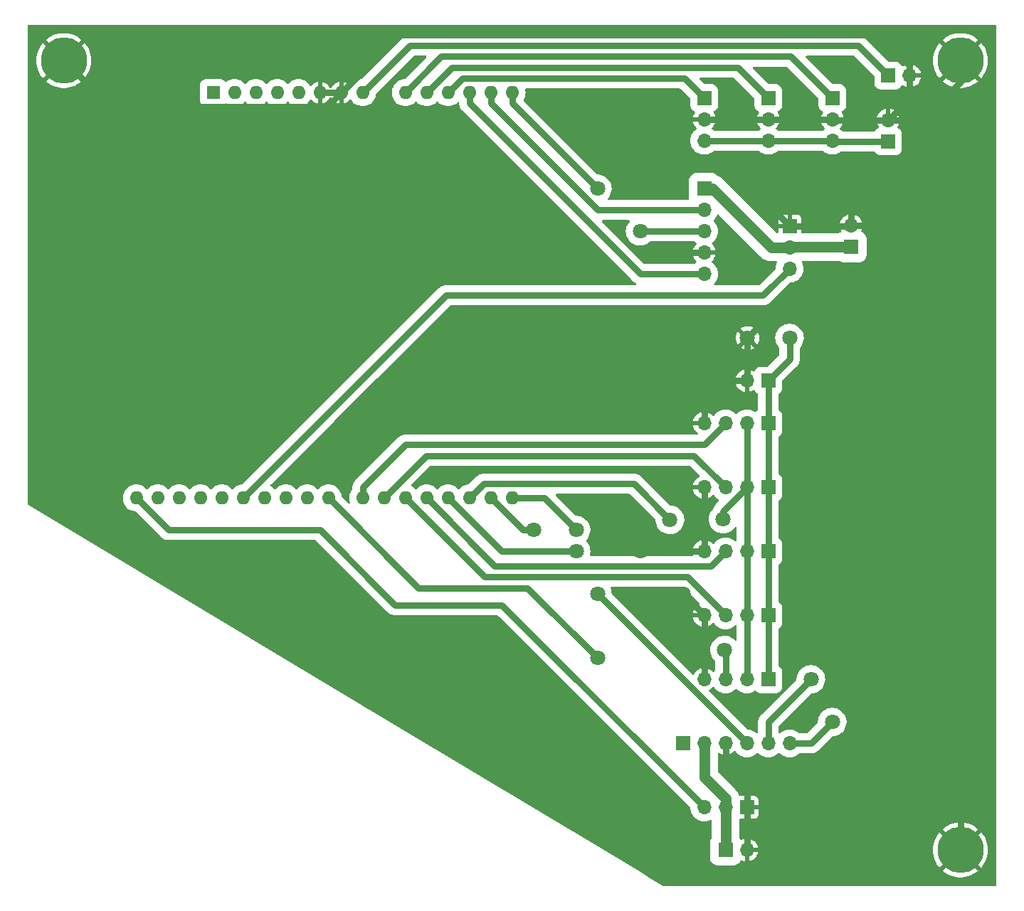
<source format=gbl>
%TF.GenerationSoftware,KiCad,Pcbnew,(6.0.1)*%
%TF.CreationDate,2022-01-27T10:14:08+01:00*%
%TF.ProjectId,carte_kicad_F46NG,63617274-655f-46b6-9963-61645f463436,rev?*%
%TF.SameCoordinates,Original*%
%TF.FileFunction,Copper,L2,Bot*%
%TF.FilePolarity,Positive*%
%FSLAX46Y46*%
G04 Gerber Fmt 4.6, Leading zero omitted, Abs format (unit mm)*
G04 Created by KiCad (PCBNEW (6.0.1)) date 2022-01-27 10:14:08*
%MOMM*%
%LPD*%
G01*
G04 APERTURE LIST*
%TA.AperFunction,ComponentPad*%
%ADD10C,1.800000*%
%TD*%
%TA.AperFunction,ComponentPad*%
%ADD11R,1.700000X1.700000*%
%TD*%
%TA.AperFunction,ComponentPad*%
%ADD12O,1.700000X1.700000*%
%TD*%
%TA.AperFunction,ComponentPad*%
%ADD13C,5.500000*%
%TD*%
%TA.AperFunction,ComponentPad*%
%ADD14R,1.600000X1.600000*%
%TD*%
%TA.AperFunction,ComponentPad*%
%ADD15O,1.600000X1.600000*%
%TD*%
%TA.AperFunction,ViaPad*%
%ADD16C,1.800000*%
%TD*%
%TA.AperFunction,Conductor*%
%ADD17C,0.800000*%
%TD*%
%TA.AperFunction,Conductor*%
%ADD18C,1.300000*%
%TD*%
G04 APERTURE END LIST*
D10*
%TO.P,C470,1*%
%TO.N,/5V_PNG*%
X200660000Y-88900000D03*
%TO.P,C470,2*%
%TO.N,GND*%
X195660000Y-88900000D03*
%TD*%
D11*
%TO.P,B2,1,Pin_1*%
%TO.N,/5V_BLE{slash}MOT*%
X193040000Y-149860000D03*
D12*
%TO.P,B2,2,Pin_2*%
%TO.N,GND*%
X195580000Y-149860000D03*
%TD*%
D11*
%TO.P,A3,1,Pin_1*%
%TO.N,/5V_PNG*%
X198120000Y-93980000D03*
D12*
%TO.P,A3,2,Pin_2*%
%TO.N,GND*%
X195580000Y-93980000D03*
%TD*%
D11*
%TO.P,Ping2,1,Pin_1*%
%TO.N,/5V_PNG*%
X198120000Y-121920000D03*
D12*
%TO.P,Ping2,2,Pin_2*%
%TO.N,/Trig_Cmd_PI_3*%
X195580000Y-121920000D03*
%TO.P,Ping2,3,Pin_3*%
%TO.N,/P2_PB4*%
X193040000Y-121920000D03*
%TO.P,Ping2,4,Pin_4*%
%TO.N,GND*%
X190500000Y-121920000D03*
%TD*%
D11*
%TO.P,Infra3,1,Pin_1*%
%TO.N,/I3_PF9*%
X205740000Y-60325000D03*
D12*
%TO.P,Infra3,2,Pin_2*%
%TO.N,GND*%
X205740000Y-62865000D03*
%TO.P,Infra3,3,Pin_3*%
%TO.N,/5V_INF*%
X205740000Y-65405000D03*
%TD*%
D13*
%TO.P,J1,1,Pin_1*%
%TO.N,GND*%
X114300000Y-55880000D03*
%TD*%
D11*
%TO.P,BLE1,1,Pin_1*%
%TO.N,unconnected-(BLE1-Pad1)*%
X187960000Y-137160000D03*
D12*
%TO.P,BLE1,2,Pin_2*%
%TO.N,/5V_BLE{slash}MOT*%
X190500000Y-137160000D03*
%TO.P,BLE1,3,Pin_3*%
%TO.N,GND*%
X193040000Y-137160000D03*
%TO.P,BLE1,4,Pin_4*%
%TO.N,/TX_BLE_PC6*%
X195580000Y-137160000D03*
%TO.P,BLE1,5,Pin_5*%
%TO.N,/RX_BLE_PC7*%
X198120000Y-137160000D03*
%TO.P,BLE1,6,Pin_6*%
%TO.N,/STATE_BLE_PI2*%
X200660000Y-137160000D03*
%TD*%
D11*
%TO.P,Ping1,1,Pin_1*%
%TO.N,/5V_PNG*%
X198120000Y-129540000D03*
D12*
%TO.P,Ping1,2,Pin_2*%
%TO.N,/Trig_Cmd_PI_3*%
X195580000Y-129540000D03*
%TO.P,Ping1,3,Pin_3*%
%TO.N,/P1_PG6*%
X193040000Y-129540000D03*
%TO.P,Ping1,4,Pin_4*%
%TO.N,GND*%
X190500000Y-129540000D03*
%TD*%
D11*
%TO.P,B1,1,Pin_1*%
%TO.N,/5V_Carte*%
X212409850Y-57667361D03*
D12*
%TO.P,B1,2,Pin_2*%
%TO.N,GND*%
X214949850Y-57667361D03*
%TD*%
D14*
%TO.P,A2,1,NC*%
%TO.N,unconnected-(A2-Pad1)*%
X132080000Y-59690000D03*
D15*
%TO.P,A2,2,IOREF*%
%TO.N,unconnected-(A2-Pad2)*%
X134620000Y-59690000D03*
%TO.P,A2,3,~{RESET}*%
%TO.N,unconnected-(A2-Pad3)*%
X137160000Y-59690000D03*
%TO.P,A2,4,3V3*%
%TO.N,unconnected-(A2-Pad4)*%
X139700000Y-59690000D03*
%TO.P,A2,5,+5V*%
%TO.N,unconnected-(A2-Pad5)*%
X142240000Y-59690000D03*
%TO.P,A2,6,GND*%
%TO.N,GND*%
X144780000Y-59690000D03*
%TO.P,A2,7,GND*%
X147320000Y-59690000D03*
%TO.P,A2,8,VIN*%
%TO.N,/5V_Carte*%
X149860000Y-59690000D03*
%TO.P,A2,9,A0*%
%TO.N,/I3_PF9*%
X154940000Y-59690000D03*
%TO.P,A2,10,A1*%
%TO.N,/I2_PF10*%
X157480000Y-59690000D03*
%TO.P,A2,11,A2*%
%TO.N,/I1_PA0*%
X160020000Y-59690000D03*
%TO.P,A2,12,A3*%
%TO.N,/PWM_Lidar_PF8*%
X162560000Y-59690000D03*
%TO.P,A2,13,SDA/A4*%
%TO.N,/TX_Lidar_PF7*%
X165100000Y-59690000D03*
%TO.P,A2,14,SCL/A5*%
%TO.N,/RX_Lidar_PF6*%
X167640000Y-59690000D03*
%TO.P,A2,15,D0/RX*%
%TO.N,/RX_BLE_PC7*%
X167640000Y-107950000D03*
%TO.P,A2,16,D1/TX*%
%TO.N,/TX_BLE_PC6*%
X165100000Y-107950000D03*
%TO.P,A2,17,D2*%
%TO.N,/Trig_Cmd_PI_3*%
X162560000Y-107950000D03*
%TO.P,A2,18,D3*%
%TO.N,/P1_PG6*%
X160020000Y-107950000D03*
%TO.P,A2,19,D4*%
%TO.N,/P3_PG7*%
X157480000Y-107950000D03*
%TO.P,A2,20,D5*%
%TO.N,/P2_PB4*%
X154940000Y-107950000D03*
%TO.P,A2,21,D6*%
%TO.N,/P4_PI0*%
X152400000Y-107950000D03*
%TO.P,A2,22,D7*%
%TO.N,/P5_PH6*%
X149860000Y-107950000D03*
%TO.P,A2,23,D8*%
%TO.N,/STATE_BLE_PI2*%
X145800000Y-107950000D03*
%TO.P,A2,24,D9*%
%TO.N,unconnected-(A2-Pad24)*%
X143260000Y-107950000D03*
%TO.P,A2,25,D10*%
%TO.N,unconnected-(A2-Pad25)*%
X140720000Y-107950000D03*
%TO.P,A2,26,D11*%
%TO.N,unconnected-(A2-Pad26)*%
X138180000Y-107950000D03*
%TO.P,A2,27,D12*%
%TO.N,/Servo_Cmd_PB14*%
X135640000Y-107950000D03*
%TO.P,A2,28,D13*%
%TO.N,unconnected-(A2-Pad28)*%
X133100000Y-107950000D03*
%TO.P,A2,29,GND*%
%TO.N,unconnected-(A2-Pad29)*%
X130560000Y-107950000D03*
%TO.P,A2,30,AREF*%
%TO.N,unconnected-(A2-Pad30)*%
X128020000Y-107950000D03*
%TO.P,A2,31,SDA/A4*%
%TO.N,unconnected-(A2-Pad31)*%
X125480000Y-107950000D03*
%TO.P,A2,32,SCL/A5*%
%TO.N,/M_Cmd_PB8*%
X122940000Y-107950000D03*
%TD*%
D11*
%TO.P,Moteur1,1,Pin_1*%
%TO.N,GND*%
X195580000Y-144780000D03*
D12*
%TO.P,Moteur1,2,Pin_2*%
%TO.N,/5V_BLE{slash}MOT*%
X193040000Y-144780000D03*
%TO.P,Moteur1,3,Pin_3*%
%TO.N,/M_Cmd_PB8*%
X190500000Y-144780000D03*
%TD*%
D13*
%TO.P,J2,1,Pin_1*%
%TO.N,GND*%
X220980000Y-55880000D03*
%TD*%
D11*
%TO.P,B3,1,Pin_1*%
%TO.N,/5V_INF*%
X212382520Y-65501284D03*
D12*
%TO.P,B3,2,Pin_2*%
%TO.N,GND*%
X212382520Y-62961284D03*
%TD*%
D11*
%TO.P,Servo1,1,Pin_1*%
%TO.N,GND*%
X200660000Y-75565000D03*
D12*
%TO.P,Servo1,2,Pin_2*%
%TO.N,/5V_LID{slash}SRVO*%
X200660000Y-78105000D03*
%TO.P,Servo1,3,Pin_3*%
%TO.N,/Servo_Cmd_PB14*%
X200660000Y-80645000D03*
%TD*%
D11*
%TO.P,Infra1,1,Pin_1*%
%TO.N,/I1_PA0*%
X190500000Y-60325000D03*
D12*
%TO.P,Infra1,2,Pin_2*%
%TO.N,GND*%
X190500000Y-62865000D03*
%TO.P,Infra1,3,Pin_3*%
%TO.N,/5V_INF*%
X190500000Y-65405000D03*
%TD*%
D13*
%TO.P,J3,1,Pin_1*%
%TO.N,GND*%
X220980000Y-149860000D03*
%TD*%
D11*
%TO.P,Ping5,1,Pin_1*%
%TO.N,/5V_PNG*%
X198120000Y-99060000D03*
D12*
%TO.P,Ping5,2,Pin_2*%
%TO.N,/Trig_Cmd_PI_3*%
X195580000Y-99060000D03*
%TO.P,Ping5,3,Pin_3*%
%TO.N,/P5_PH6*%
X193040000Y-99060000D03*
%TO.P,Ping5,4,Pin_4*%
%TO.N,GND*%
X190500000Y-99060000D03*
%TD*%
D11*
%TO.P,Infra2,1,Pin_1*%
%TO.N,/I2_PF10*%
X198120000Y-60325000D03*
D12*
%TO.P,Infra2,2,Pin_2*%
%TO.N,GND*%
X198120000Y-62865000D03*
%TO.P,Infra2,3,Pin_3*%
%TO.N,/5V_INF*%
X198120000Y-65405000D03*
%TD*%
D11*
%TO.P,Ping4,1,Pin_1*%
%TO.N,/5V_PNG*%
X198120000Y-106680000D03*
D12*
%TO.P,Ping4,2,Pin_2*%
%TO.N,/Trig_Cmd_PI_3*%
X195580000Y-106680000D03*
%TO.P,Ping4,3,Pin_3*%
%TO.N,/P4_PI0*%
X193040000Y-106680000D03*
%TO.P,Ping4,4,Pin_4*%
%TO.N,GND*%
X190500000Y-106680000D03*
%TD*%
D11*
%TO.P,Ping3,1,Pin_1*%
%TO.N,/5V_PNG*%
X198120000Y-114300000D03*
D12*
%TO.P,Ping3,2,Pin_2*%
%TO.N,/Trig_Cmd_PI_3*%
X195580000Y-114300000D03*
%TO.P,Ping3,3,Pin_3*%
%TO.N,/P3_PG7*%
X193040000Y-114300000D03*
%TO.P,Ping3,4,Pin_4*%
%TO.N,GND*%
X190500000Y-114300000D03*
%TD*%
D11*
%TO.P,A1,1,Pin_1*%
%TO.N,/5V_LID{slash}SRVO*%
X207991130Y-78070643D03*
D12*
%TO.P,A1,2,Pin_2*%
%TO.N,GND*%
X207991130Y-75530643D03*
%TD*%
D11*
%TO.P,Lidar1,1,Pin_1*%
%TO.N,/5V_LID{slash}SRVO*%
X190500000Y-71120000D03*
D12*
%TO.P,Lidar1,2,Pin_2*%
%TO.N,/TX_Lidar_PF7*%
X190500000Y-73660000D03*
%TO.P,Lidar1,3,Pin_3*%
%TO.N,/RX_Lidar_PF6*%
X190500000Y-76200000D03*
%TO.P,Lidar1,4,Pin_4*%
%TO.N,GND*%
X190500000Y-78740000D03*
%TO.P,Lidar1,5,Pin_5*%
%TO.N,/PWM_Lidar_PF8*%
X190500000Y-81280000D03*
%TD*%
D16*
%TO.N,GND*%
X185420000Y-78740000D03*
X182880000Y-114300000D03*
X187960000Y-119380000D03*
X185420000Y-71120000D03*
%TO.N,/RX_Lidar_PF6*%
X177800000Y-71120000D03*
X182880000Y-76200000D03*
%TO.N,/RX_BLE_PC7*%
X203200000Y-129540000D03*
X175260000Y-111760000D03*
%TO.N,/TX_BLE_PC6*%
X177800000Y-119380000D03*
X170180000Y-111760000D03*
%TO.N,/P1_PG6*%
X175260000Y-114300000D03*
X192928096Y-126056147D03*
%TO.N,/Trig_Cmd_PI_3*%
X192751647Y-110466579D03*
X186425068Y-110541009D03*
%TO.N,/STATE_BLE_PI2*%
X205740000Y-134620000D03*
X177800000Y-127000000D03*
%TD*%
D17*
%TO.N,GND*%
X205836284Y-62961284D02*
X205740000Y-62865000D01*
X208280000Y-83820000D02*
X210820000Y-86360000D01*
X214949850Y-60393954D02*
X212382520Y-62961284D01*
X205740000Y-62865000D02*
X198120000Y-62865000D01*
X200660000Y-75565000D02*
X207956773Y-75565000D01*
X210820000Y-129540000D02*
X220980000Y-139700000D01*
X187960000Y-68580000D02*
X185420000Y-71120000D01*
X195660000Y-93900000D02*
X195580000Y-93980000D01*
X211276981Y-52792411D02*
X154217589Y-52792411D01*
X190500000Y-129540000D02*
X190500000Y-121920000D01*
X207991130Y-75530643D02*
X210150643Y-75530643D01*
X215900000Y-63500000D02*
X215900000Y-68580000D01*
X212382520Y-62961284D02*
X205836284Y-62961284D01*
X210150643Y-75530643D02*
X210820000Y-76200000D01*
X214949850Y-57667361D02*
X214949850Y-60393954D01*
X195660000Y-91360000D02*
X195580000Y-91440000D01*
X182880000Y-114300000D02*
X190500000Y-114300000D01*
X210820000Y-86360000D02*
X210820000Y-129540000D01*
X210820000Y-81280000D02*
X208280000Y-83820000D01*
X190500000Y-96520000D02*
X193040000Y-93980000D01*
X193675000Y-68580000D02*
X187960000Y-68580000D01*
X220980000Y-58420000D02*
X215900000Y-63500000D01*
X190500000Y-62865000D02*
X198120000Y-62865000D01*
X209827596Y-69572404D02*
X207991130Y-71408870D01*
X145620489Y-61389511D02*
X119809511Y-61389511D01*
X220980000Y-139700000D02*
X220980000Y-149860000D01*
X147320000Y-59690000D02*
X145620489Y-61389511D01*
X154217589Y-52792411D02*
X147320000Y-59690000D01*
X190500000Y-121920000D02*
X187960000Y-119380000D01*
X212382520Y-62961284D02*
X215361284Y-62961284D01*
X210820000Y-76200000D02*
X210820000Y-81280000D01*
X193040000Y-139700000D02*
X195580000Y-142240000D01*
X200660000Y-75565000D02*
X193675000Y-68580000D01*
X193040000Y-93980000D02*
X195580000Y-93980000D01*
X185420000Y-78740000D02*
X190500000Y-78740000D01*
X207991130Y-71408870D02*
X207991130Y-75530643D01*
X193040000Y-137160000D02*
X193040000Y-139700000D01*
X215361284Y-62961284D02*
X215900000Y-63500000D01*
X207956773Y-75565000D02*
X207991130Y-75530643D01*
X214949850Y-56465280D02*
X211276981Y-52792411D01*
X147320000Y-59690000D02*
X144780000Y-59690000D01*
X200740000Y-83820000D02*
X195660000Y-88900000D01*
X208280000Y-83820000D02*
X200740000Y-83820000D01*
X195580000Y-142240000D02*
X195580000Y-144780000D01*
X195660000Y-88900000D02*
X195660000Y-93900000D01*
X190500000Y-114300000D02*
X190500000Y-106680000D01*
X119809511Y-61389511D02*
X114300000Y-55880000D01*
X190500000Y-96520000D02*
X190500000Y-99060000D01*
X220980000Y-55880000D02*
X220980000Y-58420000D01*
X195580000Y-149860000D02*
X195580000Y-144780000D01*
X214907596Y-69572404D02*
X209827596Y-69572404D01*
X215900000Y-68580000D02*
X214907596Y-69572404D01*
X214949850Y-57667361D02*
X214949850Y-56465280D01*
%TO.N,/5V_Carte*%
X212409850Y-57667361D02*
X208834420Y-54091931D01*
X155458069Y-54091931D02*
X149860000Y-59690000D01*
X208834420Y-54091931D02*
X155458069Y-54091931D01*
%TO.N,/I1_PA0*%
X188165489Y-57990489D02*
X161719511Y-57990489D01*
X161719511Y-57990489D02*
X160020000Y-59690000D01*
X190500000Y-60325000D02*
X188165489Y-57990489D01*
%TO.N,/I2_PF10*%
X194485970Y-56690970D02*
X160479030Y-56690970D01*
X198120000Y-60325000D02*
X194485970Y-56690970D01*
X160479030Y-56690970D02*
X157480000Y-59690000D01*
%TO.N,/I3_PF9*%
X200806450Y-55391450D02*
X159238550Y-55391450D01*
X205740000Y-60325000D02*
X200806450Y-55391450D01*
X159238550Y-55391450D02*
X154940000Y-59690000D01*
%TO.N,/PWM_Lidar_PF8*%
X182880000Y-81280000D02*
X162560000Y-60960000D01*
X162560000Y-60960000D02*
X162560000Y-59690000D01*
X190500000Y-81280000D02*
X182880000Y-81280000D01*
%TO.N,/TX_Lidar_PF7*%
X165100000Y-59690000D02*
X165100000Y-60960000D01*
X177800000Y-73660000D02*
X190500000Y-73660000D01*
X165100000Y-60960000D02*
X177800000Y-73660000D01*
%TO.N,/RX_Lidar_PF6*%
X177800000Y-71120000D02*
X167640000Y-60960000D01*
X167640000Y-60960000D02*
X167640000Y-59690000D01*
X190500000Y-76200000D02*
X182880000Y-76200000D01*
%TO.N,/RX_BLE_PC7*%
X175260000Y-111760000D02*
X171450000Y-107950000D01*
X198120000Y-137160000D02*
X198120000Y-134620000D01*
X198120000Y-134620000D02*
X203200000Y-129540000D01*
X171450000Y-107950000D02*
X167640000Y-107950000D01*
%TO.N,/TX_BLE_PC6*%
X195580000Y-137160000D02*
X177800000Y-119380000D01*
X170180000Y-111760000D02*
X168910000Y-111760000D01*
X168910000Y-111760000D02*
X165100000Y-107950000D01*
%TO.N,/P1_PG6*%
X192928096Y-126056147D02*
X193040000Y-126168051D01*
X175260000Y-114300000D02*
X166370000Y-114300000D01*
X193040000Y-126168051D02*
X193040000Y-129540000D01*
X166370000Y-114300000D02*
X160020000Y-107950000D01*
%TO.N,/P2_PB4*%
X193040000Y-121920000D02*
X188469031Y-117349031D01*
X188469031Y-117349031D02*
X164339031Y-117349031D01*
X164339031Y-117349031D02*
X154940000Y-107950000D01*
%TO.N,/P3_PG7*%
X191290489Y-116049511D02*
X165579511Y-116049511D01*
X165579511Y-116049511D02*
X157480000Y-107950000D01*
X193040000Y-114300000D02*
X191290489Y-116049511D01*
%TO.N,/P4_PI0*%
X193040000Y-106680000D02*
X189259520Y-102899520D01*
X157450480Y-102899520D02*
X152400000Y-107950000D01*
X189259520Y-102899520D02*
X157450480Y-102899520D01*
%TO.N,/P5_PH6*%
X190500000Y-101600000D02*
X154940000Y-101600000D01*
X193040000Y-99060000D02*
X190500000Y-101600000D01*
X154940000Y-101600000D02*
X149860000Y-106680000D01*
X149860000Y-106680000D02*
X149860000Y-107950000D01*
%TO.N,/Trig_Cmd_PI_3*%
X192751647Y-109508353D02*
X195580000Y-106680000D01*
X162560000Y-107950000D02*
X164259511Y-106250489D01*
X182134548Y-106250489D02*
X186425068Y-110541009D01*
X192751647Y-110466579D02*
X192751647Y-109508353D01*
X164259511Y-106250489D02*
X182134548Y-106250489D01*
X195580000Y-99060000D02*
X195580000Y-129540000D01*
%TO.N,/STATE_BLE_PI2*%
X169448551Y-118648551D02*
X156498551Y-118648551D01*
X203200000Y-137160000D02*
X205740000Y-134620000D01*
X177800000Y-127000000D02*
X169448551Y-118648551D01*
X156498551Y-118648551D02*
X145800000Y-107950000D01*
X200660000Y-137160000D02*
X203200000Y-137160000D01*
%TO.N,/Servo_Cmd_PB14*%
X197485000Y-83820000D02*
X159770000Y-83820000D01*
X200660000Y-80645000D02*
X197485000Y-83820000D01*
X159770000Y-83820000D02*
X135640000Y-107950000D01*
%TO.N,/M_Cmd_PB8*%
X144780000Y-111760000D02*
X126750000Y-111760000D01*
X153699520Y-120679520D02*
X144780000Y-111760000D01*
X166399520Y-120679520D02*
X153699520Y-120679520D01*
X126750000Y-111760000D02*
X122940000Y-107950000D01*
X190500000Y-144780000D02*
X166399520Y-120679520D01*
D18*
%TO.N,/5V_LID{slash}SRVO*%
X191494843Y-71120000D02*
X198479843Y-78105000D01*
X200694357Y-78070643D02*
X200660000Y-78105000D01*
X207991130Y-78070643D02*
X200694357Y-78070643D01*
X190500000Y-71120000D02*
X191494843Y-71120000D01*
X198479843Y-78105000D02*
X200660000Y-78105000D01*
%TO.N,/5V_BLE{slash}MOT*%
X193040000Y-149860000D02*
X193040000Y-144780000D01*
X190500000Y-137160000D02*
X190500000Y-141245157D01*
X190500000Y-141245157D02*
X193040000Y-143785157D01*
X193040000Y-143785157D02*
X193040000Y-144780000D01*
D17*
%TO.N,/5V_PNG*%
X200660000Y-91440000D02*
X198120000Y-93980000D01*
X198120000Y-93980000D02*
X198120000Y-99060000D01*
X198120000Y-114300000D02*
X198120000Y-121920000D01*
X200660000Y-88900000D02*
X200660000Y-91440000D01*
X198120000Y-99060000D02*
X198120000Y-106680000D01*
X198120000Y-106680000D02*
X198120000Y-114300000D01*
X198120000Y-121920000D02*
X198120000Y-129540000D01*
%TO.N,/5V_INF*%
X212382520Y-65501284D02*
X205836284Y-65501284D01*
X205836284Y-65501284D02*
X205740000Y-65405000D01*
X190500000Y-65405000D02*
X198120000Y-65405000D01*
X205740000Y-65405000D02*
X198120000Y-65405000D01*
%TD*%
%TA.AperFunction,Conductor*%
%TO.N,GND*%
G36*
X225202121Y-51620002D02*
G01*
X225248614Y-51673658D01*
X225260000Y-51726000D01*
X225260000Y-154014000D01*
X225239998Y-154082121D01*
X225186342Y-154128614D01*
X225134000Y-154140000D01*
X185676486Y-154140000D01*
X185611660Y-154122044D01*
X183939154Y-153118540D01*
X182640569Y-152339389D01*
X218865541Y-152339389D01*
X218873678Y-152350395D01*
X219133938Y-152550099D01*
X219139537Y-152553933D01*
X219435261Y-152733736D01*
X219441251Y-152736948D01*
X219754657Y-152883758D01*
X219760961Y-152886305D01*
X220088384Y-152998406D01*
X220094935Y-153000260D01*
X220432539Y-153076342D01*
X220439258Y-153077479D01*
X220783113Y-153116657D01*
X220789903Y-153117060D01*
X221135973Y-153118872D01*
X221142774Y-153118540D01*
X221487020Y-153082966D01*
X221493748Y-153081900D01*
X221832144Y-153009353D01*
X221838693Y-153007574D01*
X222167278Y-152898905D01*
X222173620Y-152896419D01*
X222488523Y-152752910D01*
X222494577Y-152749745D01*
X222792128Y-152573073D01*
X222797809Y-152569270D01*
X223074547Y-152361489D01*
X223079771Y-152357105D01*
X223086238Y-152351053D01*
X223094307Y-152337373D01*
X223094280Y-152336649D01*
X223089136Y-152328346D01*
X220992812Y-150232022D01*
X220978868Y-150224408D01*
X220977035Y-150224539D01*
X220970420Y-150228790D01*
X218872422Y-152326788D01*
X218865541Y-152339389D01*
X182640569Y-152339389D01*
X150271442Y-132917913D01*
X110081174Y-108803752D01*
X110033051Y-108751553D01*
X110020000Y-108695708D01*
X110020000Y-107950000D01*
X121334551Y-107950000D01*
X121354317Y-108201148D01*
X121355471Y-108205955D01*
X121355472Y-108205961D01*
X121392865Y-108361711D01*
X121413127Y-108446111D01*
X121415020Y-108450682D01*
X121415021Y-108450684D01*
X121478988Y-108605113D01*
X121509534Y-108678859D01*
X121641164Y-108893659D01*
X121644376Y-108897419D01*
X121644379Y-108897424D01*
X121789256Y-109067052D01*
X121804776Y-109085224D01*
X121808538Y-109088437D01*
X121992576Y-109245621D01*
X121992581Y-109245624D01*
X121996341Y-109248836D01*
X122211141Y-109380466D01*
X122215711Y-109382359D01*
X122215715Y-109382361D01*
X122439316Y-109474979D01*
X122443889Y-109476873D01*
X122511830Y-109493184D01*
X122684039Y-109534528D01*
X122684045Y-109534529D01*
X122688852Y-109535683D01*
X122786551Y-109543372D01*
X122793460Y-109543916D01*
X122859801Y-109569202D01*
X122872669Y-109580433D01*
X125869487Y-112577251D01*
X125875124Y-112583269D01*
X125920090Y-112634543D01*
X125977735Y-112679986D01*
X125993083Y-112692085D01*
X125995619Y-112694138D01*
X126067117Y-112753602D01*
X126072161Y-112756427D01*
X126072287Y-112756498D01*
X126088709Y-112767471D01*
X126088824Y-112767562D01*
X126088829Y-112767565D01*
X126093360Y-112771137D01*
X126098473Y-112773827D01*
X126175617Y-112814415D01*
X126178498Y-112815979D01*
X126259621Y-112861410D01*
X126265088Y-112863266D01*
X126265097Y-112863270D01*
X126265231Y-112863315D01*
X126283387Y-112871116D01*
X126288620Y-112873869D01*
X126294134Y-112875581D01*
X126294136Y-112875582D01*
X126377375Y-112901429D01*
X126380511Y-112902448D01*
X126463077Y-112930475D01*
X126468548Y-112932332D01*
X126474410Y-112933182D01*
X126493687Y-112937544D01*
X126499333Y-112939297D01*
X126505063Y-112939975D01*
X126505067Y-112939976D01*
X126591640Y-112950222D01*
X126594911Y-112950653D01*
X126618987Y-112954144D01*
X126686902Y-112963991D01*
X126773286Y-112960597D01*
X126778233Y-112960500D01*
X144230546Y-112960500D01*
X144298667Y-112980502D01*
X144319641Y-112997405D01*
X152819000Y-121496763D01*
X152824637Y-121502781D01*
X152869610Y-121554063D01*
X152942662Y-121611652D01*
X152945153Y-121613670D01*
X153008073Y-121666000D01*
X153016636Y-121673122D01*
X153021671Y-121675942D01*
X153021677Y-121675946D01*
X153021807Y-121676019D01*
X153038233Y-121686994D01*
X153038338Y-121687077D01*
X153038342Y-121687080D01*
X153042880Y-121690657D01*
X153125142Y-121733937D01*
X153128015Y-121735497D01*
X153209141Y-121780930D01*
X153214740Y-121782830D01*
X153232907Y-121790636D01*
X153232985Y-121790677D01*
X153238140Y-121793389D01*
X153243658Y-121795102D01*
X153243657Y-121795102D01*
X153326904Y-121820951D01*
X153330040Y-121821970D01*
X153412599Y-121849995D01*
X153412604Y-121849996D01*
X153418068Y-121851851D01*
X153423936Y-121852702D01*
X153443190Y-121857059D01*
X153443337Y-121857105D01*
X153443343Y-121857106D01*
X153448853Y-121858817D01*
X153454581Y-121859495D01*
X153454586Y-121859496D01*
X153528326Y-121868223D01*
X153541176Y-121869744D01*
X153544435Y-121870173D01*
X153560693Y-121872530D01*
X153630709Y-121882683D01*
X153630713Y-121882683D01*
X153636422Y-121883511D01*
X153722806Y-121880117D01*
X153727753Y-121880020D01*
X165850066Y-121880020D01*
X165918187Y-121900022D01*
X165939161Y-121916925D01*
X188815127Y-144792891D01*
X188849153Y-144855203D01*
X188851644Y-144872100D01*
X188864779Y-145038994D01*
X188865933Y-145043801D01*
X188865934Y-145043807D01*
X188904220Y-145203276D01*
X188925427Y-145291610D01*
X189024846Y-145531628D01*
X189160588Y-145753140D01*
X189329311Y-145950689D01*
X189526860Y-146119412D01*
X189748372Y-146255154D01*
X189752942Y-146257047D01*
X189752946Y-146257049D01*
X189983817Y-146352679D01*
X189988390Y-146354573D01*
X190076724Y-146375780D01*
X190236193Y-146414066D01*
X190236199Y-146414067D01*
X190241006Y-146415221D01*
X190500000Y-146435604D01*
X190758994Y-146415221D01*
X190763801Y-146414067D01*
X190763807Y-146414066D01*
X190923276Y-146375780D01*
X191011610Y-146354573D01*
X191156883Y-146294399D01*
X191215282Y-146270209D01*
X191285872Y-146262620D01*
X191349359Y-146294399D01*
X191385586Y-146355457D01*
X191389500Y-146386618D01*
X191389500Y-148363629D01*
X191369498Y-148431750D01*
X191361143Y-148443265D01*
X191350427Y-148456404D01*
X191256259Y-148636530D01*
X191200234Y-148831913D01*
X191189500Y-148952184D01*
X191189500Y-150767816D01*
X191200234Y-150888087D01*
X191256259Y-151083470D01*
X191350427Y-151263596D01*
X191478891Y-151421109D01*
X191636404Y-151549573D01*
X191642057Y-151552528D01*
X191642058Y-151552529D01*
X191661611Y-151562751D01*
X191816530Y-151643741D01*
X192011913Y-151699766D01*
X192043545Y-151702589D01*
X192129391Y-151710251D01*
X192129397Y-151710251D01*
X192132184Y-151710500D01*
X193947816Y-151710500D01*
X193950603Y-151710251D01*
X193950609Y-151710251D01*
X194036455Y-151702589D01*
X194068087Y-151699766D01*
X194263470Y-151643741D01*
X194418389Y-151562751D01*
X194437942Y-151552529D01*
X194437943Y-151552528D01*
X194443596Y-151549573D01*
X194601109Y-151421109D01*
X194729573Y-151263596D01*
X194799570Y-151129705D01*
X194848855Y-151078604D01*
X194917945Y-151062260D01*
X194974803Y-151079294D01*
X194986758Y-151086280D01*
X194996042Y-151090729D01*
X195195001Y-151166703D01*
X195204899Y-151169579D01*
X195308250Y-151190606D01*
X195322299Y-151189410D01*
X195326000Y-151179065D01*
X195326000Y-151178517D01*
X195834000Y-151178517D01*
X195838064Y-151192359D01*
X195851478Y-151194393D01*
X195858184Y-151193534D01*
X195868262Y-151191392D01*
X196072255Y-151130191D01*
X196081842Y-151126433D01*
X196273095Y-151032739D01*
X196281945Y-151027464D01*
X196455328Y-150903792D01*
X196463200Y-150897139D01*
X196614052Y-150746812D01*
X196620730Y-150738965D01*
X196745003Y-150566020D01*
X196750313Y-150557183D01*
X196844670Y-150366267D01*
X196848469Y-150356672D01*
X196910377Y-150152910D01*
X196912555Y-150142837D01*
X196913986Y-150131962D01*
X196911775Y-150117778D01*
X196898617Y-150114000D01*
X195852115Y-150114000D01*
X195836876Y-150118475D01*
X195835671Y-150119865D01*
X195834000Y-150127548D01*
X195834000Y-151178517D01*
X195326000Y-151178517D01*
X195326000Y-149852007D01*
X217717407Y-149852007D01*
X217734917Y-150197659D01*
X217735627Y-150204415D01*
X217790363Y-150546141D01*
X217791802Y-150552796D01*
X217883122Y-150886604D01*
X217885271Y-150893065D01*
X218012110Y-151215067D01*
X218014941Y-151221250D01*
X218175815Y-151527670D01*
X218179298Y-151533513D01*
X218372321Y-151820761D01*
X218376424Y-151826205D01*
X218491911Y-151963351D01*
X218504650Y-151971794D01*
X218515094Y-151965696D01*
X220607978Y-149872812D01*
X220614356Y-149861132D01*
X221344408Y-149861132D01*
X221344539Y-149862965D01*
X221348790Y-149869580D01*
X223443553Y-151964343D01*
X223457150Y-151971768D01*
X223466761Y-151965068D01*
X223562845Y-151853360D01*
X223567003Y-151847960D01*
X223763023Y-151562751D01*
X223766570Y-151556940D01*
X223930634Y-151252238D01*
X223933541Y-151246060D01*
X224063744Y-150925411D01*
X224065958Y-150918981D01*
X224160769Y-150586143D01*
X224162276Y-150579513D01*
X224220590Y-150238362D01*
X224221370Y-150231622D01*
X224242595Y-149884576D01*
X224242711Y-149880973D01*
X224242779Y-149861819D01*
X224242687Y-149858194D01*
X224223885Y-149511023D01*
X224223150Y-149504257D01*
X224167224Y-149162738D01*
X224165757Y-149156066D01*
X224073278Y-148822597D01*
X224071104Y-148816134D01*
X223943143Y-148494583D01*
X223940290Y-148488409D01*
X223778343Y-148182545D01*
X223774849Y-148176728D01*
X223580813Y-147890140D01*
X223576699Y-147884721D01*
X223468090Y-147756653D01*
X223455265Y-147748217D01*
X223444940Y-147754270D01*
X221352022Y-149847188D01*
X221344408Y-149861132D01*
X220614356Y-149861132D01*
X220615592Y-149858868D01*
X220615461Y-149857035D01*
X220611210Y-149850420D01*
X218516457Y-147755667D01*
X218502920Y-147748275D01*
X218493219Y-147755063D01*
X218390220Y-147875659D01*
X218386066Y-147881092D01*
X218191056Y-148166965D01*
X218187521Y-148172802D01*
X218024518Y-148478080D01*
X218021642Y-148484249D01*
X217892558Y-148805355D01*
X217890365Y-148811795D01*
X217796714Y-149144968D01*
X217795231Y-149151603D01*
X217738112Y-149492936D01*
X217737353Y-149499708D01*
X217717431Y-149845212D01*
X217717407Y-149852007D01*
X195326000Y-149852007D01*
X195326000Y-149587885D01*
X195834000Y-149587885D01*
X195838475Y-149603124D01*
X195839865Y-149604329D01*
X195847548Y-149606000D01*
X196898344Y-149606000D01*
X196911875Y-149602027D01*
X196913180Y-149592947D01*
X196871214Y-149425875D01*
X196867894Y-149416124D01*
X196782972Y-149220814D01*
X196778105Y-149211739D01*
X196662426Y-149032926D01*
X196656136Y-149024757D01*
X196512806Y-148867240D01*
X196505273Y-148860215D01*
X196338139Y-148728222D01*
X196329552Y-148722517D01*
X196143117Y-148619599D01*
X196133705Y-148615369D01*
X195932959Y-148544280D01*
X195922988Y-148541646D01*
X195851837Y-148528972D01*
X195838540Y-148530432D01*
X195834000Y-148544989D01*
X195834000Y-149587885D01*
X195326000Y-149587885D01*
X195326000Y-148543102D01*
X195322082Y-148529758D01*
X195307806Y-148527771D01*
X195269324Y-148533660D01*
X195259288Y-148536051D01*
X195056868Y-148602212D01*
X195047359Y-148606209D01*
X194970687Y-148646122D01*
X194901028Y-148659835D01*
X194835013Y-148633710D01*
X194800845Y-148592735D01*
X194775884Y-148544989D01*
X194729573Y-148456404D01*
X194718857Y-148443265D01*
X194691303Y-148377834D01*
X194690500Y-148363629D01*
X194690500Y-147382234D01*
X218865322Y-147382234D01*
X218865357Y-147383075D01*
X218870410Y-147391200D01*
X220967188Y-149487978D01*
X220981132Y-149495592D01*
X220982965Y-149495461D01*
X220989580Y-149491210D01*
X223087431Y-147393359D01*
X223095045Y-147379415D01*
X223094977Y-147378460D01*
X223091024Y-147372482D01*
X222816667Y-147163479D01*
X222811041Y-147159655D01*
X222514706Y-146980894D01*
X222508694Y-146977697D01*
X222194774Y-146831980D01*
X222188474Y-146829460D01*
X221860664Y-146718503D01*
X221854086Y-146716667D01*
X221516237Y-146641768D01*
X221509499Y-146640652D01*
X221165515Y-146602675D01*
X221158735Y-146602296D01*
X220812636Y-146601693D01*
X220805863Y-146602048D01*
X220461726Y-146638825D01*
X220455016Y-146639912D01*
X220116883Y-146713637D01*
X220110308Y-146715448D01*
X219782117Y-146825259D01*
X219775795Y-146827762D01*
X219461388Y-146972373D01*
X219455345Y-146975559D01*
X219158402Y-147153276D01*
X219152756Y-147157085D01*
X218876726Y-147365844D01*
X218873140Y-147368875D01*
X218865322Y-147382234D01*
X194690500Y-147382234D01*
X194690500Y-146264000D01*
X194710502Y-146195879D01*
X194764158Y-146149386D01*
X194816500Y-146138000D01*
X195307885Y-146138000D01*
X195323124Y-146133525D01*
X195324329Y-146132135D01*
X195326000Y-146124452D01*
X195326000Y-146119884D01*
X195834000Y-146119884D01*
X195838475Y-146135123D01*
X195839865Y-146136328D01*
X195847548Y-146137999D01*
X196474669Y-146137999D01*
X196481490Y-146137629D01*
X196532352Y-146132105D01*
X196547604Y-146128479D01*
X196668054Y-146083324D01*
X196683649Y-146074786D01*
X196785724Y-145998285D01*
X196798285Y-145985724D01*
X196874786Y-145883649D01*
X196883324Y-145868054D01*
X196928478Y-145747606D01*
X196932105Y-145732351D01*
X196937631Y-145681486D01*
X196938000Y-145674672D01*
X196938000Y-145052115D01*
X196933525Y-145036876D01*
X196932135Y-145035671D01*
X196924452Y-145034000D01*
X195852115Y-145034000D01*
X195836876Y-145038475D01*
X195835671Y-145039865D01*
X195834000Y-145047548D01*
X195834000Y-146119884D01*
X195326000Y-146119884D01*
X195326000Y-144507885D01*
X195834000Y-144507885D01*
X195838475Y-144523124D01*
X195839865Y-144524329D01*
X195847548Y-144526000D01*
X196919884Y-144526000D01*
X196935123Y-144521525D01*
X196936328Y-144520135D01*
X196937999Y-144512452D01*
X196937999Y-143885331D01*
X196937629Y-143878510D01*
X196932105Y-143827648D01*
X196928479Y-143812396D01*
X196883324Y-143691946D01*
X196874786Y-143676351D01*
X196798285Y-143574276D01*
X196785724Y-143561715D01*
X196683649Y-143485214D01*
X196668054Y-143476676D01*
X196547606Y-143431522D01*
X196532351Y-143427895D01*
X196481486Y-143422369D01*
X196474672Y-143422000D01*
X195852115Y-143422000D01*
X195836876Y-143426475D01*
X195835671Y-143427865D01*
X195834000Y-143435548D01*
X195834000Y-144507885D01*
X195326000Y-144507885D01*
X195326000Y-143440116D01*
X195321525Y-143424877D01*
X195320135Y-143423672D01*
X195312452Y-143422001D01*
X194749544Y-143422001D01*
X194681423Y-143401999D01*
X194634930Y-143348343D01*
X194627025Y-143325414D01*
X194615729Y-143278361D01*
X194615728Y-143278358D01*
X194614573Y-143273547D01*
X194515154Y-143033529D01*
X194515154Y-143033528D01*
X194379412Y-142812017D01*
X194210689Y-142614468D01*
X194206933Y-142611260D01*
X194206928Y-142611255D01*
X194164973Y-142575422D01*
X194157708Y-142568706D01*
X192187405Y-140598402D01*
X192153379Y-140536090D01*
X192150500Y-140509307D01*
X192150500Y-138432725D01*
X192170502Y-138364604D01*
X192224158Y-138318111D01*
X192294432Y-138308007D01*
X192340070Y-138323937D01*
X192446756Y-138386279D01*
X192456042Y-138390729D01*
X192655001Y-138466703D01*
X192664899Y-138469579D01*
X192768250Y-138490606D01*
X192782299Y-138489410D01*
X192786000Y-138479065D01*
X192786000Y-137032000D01*
X192806002Y-136963879D01*
X192859658Y-136917386D01*
X192912000Y-136906000D01*
X193168000Y-136906000D01*
X193236121Y-136926002D01*
X193282614Y-136979658D01*
X193294000Y-137032000D01*
X193294000Y-138478517D01*
X193298064Y-138492359D01*
X193311478Y-138494393D01*
X193318184Y-138493534D01*
X193328262Y-138491392D01*
X193532255Y-138430191D01*
X193541842Y-138426433D01*
X193733095Y-138332739D01*
X193741945Y-138327464D01*
X193915328Y-138203792D01*
X193923193Y-138197145D01*
X194031591Y-138089124D01*
X194093962Y-138055208D01*
X194164769Y-138060396D01*
X194221531Y-138103042D01*
X194227963Y-138112539D01*
X194238003Y-138128922D01*
X194240588Y-138133140D01*
X194409311Y-138330689D01*
X194606860Y-138499412D01*
X194828372Y-138635154D01*
X194832942Y-138637047D01*
X194832946Y-138637049D01*
X194972203Y-138694731D01*
X195068390Y-138734573D01*
X195156724Y-138755780D01*
X195316193Y-138794066D01*
X195316199Y-138794067D01*
X195321006Y-138795221D01*
X195580000Y-138815604D01*
X195838994Y-138795221D01*
X195843801Y-138794067D01*
X195843807Y-138794066D01*
X196003276Y-138755780D01*
X196091610Y-138734573D01*
X196187797Y-138694731D01*
X196327054Y-138637049D01*
X196327058Y-138637047D01*
X196331628Y-138635154D01*
X196553140Y-138499412D01*
X196750689Y-138330689D01*
X196753897Y-138326933D01*
X196753902Y-138326928D01*
X196754189Y-138326592D01*
X196754330Y-138326500D01*
X196757405Y-138323425D01*
X196758051Y-138324071D01*
X196813639Y-138287783D01*
X196884634Y-138287275D01*
X196941925Y-138324095D01*
X196942595Y-138323425D01*
X196945674Y-138326504D01*
X196945811Y-138326592D01*
X196946098Y-138326928D01*
X196946103Y-138326933D01*
X196949311Y-138330689D01*
X197146860Y-138499412D01*
X197368372Y-138635154D01*
X197372942Y-138637047D01*
X197372946Y-138637049D01*
X197512203Y-138694731D01*
X197608390Y-138734573D01*
X197696724Y-138755780D01*
X197856193Y-138794066D01*
X197856199Y-138794067D01*
X197861006Y-138795221D01*
X198120000Y-138815604D01*
X198378994Y-138795221D01*
X198383801Y-138794067D01*
X198383807Y-138794066D01*
X198543276Y-138755780D01*
X198631610Y-138734573D01*
X198727797Y-138694731D01*
X198867054Y-138637049D01*
X198867058Y-138637047D01*
X198871628Y-138635154D01*
X199093140Y-138499412D01*
X199290689Y-138330689D01*
X199293897Y-138326933D01*
X199293902Y-138326928D01*
X199294189Y-138326592D01*
X199294330Y-138326500D01*
X199297405Y-138323425D01*
X199298051Y-138324071D01*
X199353639Y-138287783D01*
X199424634Y-138287275D01*
X199481925Y-138324095D01*
X199482595Y-138323425D01*
X199485674Y-138326504D01*
X199485811Y-138326592D01*
X199486098Y-138326928D01*
X199486103Y-138326933D01*
X199489311Y-138330689D01*
X199686860Y-138499412D01*
X199908372Y-138635154D01*
X199912942Y-138637047D01*
X199912946Y-138637049D01*
X200052203Y-138694731D01*
X200148390Y-138734573D01*
X200236724Y-138755780D01*
X200396193Y-138794066D01*
X200396199Y-138794067D01*
X200401006Y-138795221D01*
X200660000Y-138815604D01*
X200918994Y-138795221D01*
X200923801Y-138794067D01*
X200923807Y-138794066D01*
X201083276Y-138755780D01*
X201171610Y-138734573D01*
X201267797Y-138694731D01*
X201407054Y-138637049D01*
X201407058Y-138637047D01*
X201411628Y-138635154D01*
X201633140Y-138499412D01*
X201760440Y-138390688D01*
X201825227Y-138361658D01*
X201842268Y-138360500D01*
X203155271Y-138360500D01*
X203163513Y-138360770D01*
X203231560Y-138365230D01*
X203323927Y-138354298D01*
X203327149Y-138353960D01*
X203419711Y-138345454D01*
X203425278Y-138343884D01*
X203425282Y-138343883D01*
X203425406Y-138343848D01*
X203444789Y-138339992D01*
X203444929Y-138339975D01*
X203450667Y-138339296D01*
X203539459Y-138311726D01*
X203542535Y-138310814D01*
X203632064Y-138285565D01*
X203637241Y-138283012D01*
X203637251Y-138283008D01*
X203637376Y-138282946D01*
X203655737Y-138275621D01*
X203655860Y-138275583D01*
X203655864Y-138275581D01*
X203661379Y-138273869D01*
X203743634Y-138230593D01*
X203746565Y-138229099D01*
X203829947Y-138187980D01*
X203834693Y-138184436D01*
X203851405Y-138173892D01*
X203856641Y-138171137D01*
X203929663Y-138113572D01*
X203932265Y-138111575D01*
X203937341Y-138107785D01*
X204006733Y-138055967D01*
X204065418Y-137992481D01*
X204068848Y-137988916D01*
X205697058Y-136360706D01*
X205759370Y-136326680D01*
X205791100Y-136323899D01*
X205799513Y-136324229D01*
X205903855Y-136312802D01*
X206046107Y-136297223D01*
X206046112Y-136297222D01*
X206050760Y-136296713D01*
X206055284Y-136295522D01*
X206290658Y-136233554D01*
X206290661Y-136233553D01*
X206295181Y-136232363D01*
X206527405Y-136132591D01*
X206702539Y-136024215D01*
X206738358Y-136002050D01*
X206738362Y-136002047D01*
X206742331Y-135999591D01*
X206875237Y-135887078D01*
X206931672Y-135839302D01*
X206931673Y-135839301D01*
X206935238Y-135836283D01*
X207014517Y-135745883D01*
X207098806Y-135649771D01*
X207098810Y-135649766D01*
X207101888Y-135646256D01*
X207104418Y-135642323D01*
X207236094Y-135437610D01*
X207236096Y-135437607D01*
X207238619Y-135433684D01*
X207342428Y-135203236D01*
X207411034Y-134959976D01*
X207442931Y-134709247D01*
X207445268Y-134620000D01*
X207440579Y-134556902D01*
X207426883Y-134372597D01*
X207426882Y-134372593D01*
X207426537Y-134367945D01*
X207370756Y-134121428D01*
X207342403Y-134048517D01*
X207280843Y-133890216D01*
X207280842Y-133890214D01*
X207279150Y-133885863D01*
X207153731Y-133666426D01*
X206997255Y-133467938D01*
X206813160Y-133294758D01*
X206605489Y-133150691D01*
X206601296Y-133148623D01*
X206382993Y-133040968D01*
X206382990Y-133040967D01*
X206378805Y-133038903D01*
X206334379Y-133024682D01*
X206282403Y-133008045D01*
X206138087Y-132961849D01*
X206133480Y-132961099D01*
X206133477Y-132961098D01*
X205893235Y-132921972D01*
X205893236Y-132921972D01*
X205888624Y-132921221D01*
X205766026Y-132919616D01*
X205640573Y-132917974D01*
X205640570Y-132917974D01*
X205635896Y-132917913D01*
X205385455Y-132951996D01*
X205380965Y-132953305D01*
X205380959Y-132953306D01*
X205277851Y-132983360D01*
X205142803Y-133022723D01*
X205138556Y-133024681D01*
X205138553Y-133024682D01*
X205103226Y-133040968D01*
X204913270Y-133128539D01*
X204909361Y-133131102D01*
X204705812Y-133264554D01*
X204705807Y-133264558D01*
X204701899Y-133267120D01*
X204513333Y-133435421D01*
X204351715Y-133629746D01*
X204220595Y-133845825D01*
X204218786Y-133850139D01*
X204218785Y-133850141D01*
X204171309Y-133963360D01*
X204122854Y-134078911D01*
X204060639Y-134323883D01*
X204035316Y-134575361D01*
X204035451Y-134578172D01*
X204013819Y-134645280D01*
X203998739Y-134663498D01*
X202739642Y-135922595D01*
X202677330Y-135956621D01*
X202650547Y-135959500D01*
X201842268Y-135959500D01*
X201774147Y-135939498D01*
X201760446Y-135929318D01*
X201633140Y-135820588D01*
X201411628Y-135684846D01*
X201407058Y-135682953D01*
X201407054Y-135682951D01*
X201176183Y-135587321D01*
X201176181Y-135587320D01*
X201171610Y-135585427D01*
X201083276Y-135564220D01*
X200923807Y-135525934D01*
X200923801Y-135525933D01*
X200918994Y-135524779D01*
X200660000Y-135504396D01*
X200401006Y-135524779D01*
X200396199Y-135525933D01*
X200396193Y-135525934D01*
X200236724Y-135564220D01*
X200148390Y-135585427D01*
X200143819Y-135587320D01*
X200143817Y-135587321D01*
X199912946Y-135682951D01*
X199912942Y-135682953D01*
X199908372Y-135684846D01*
X199686860Y-135820588D01*
X199528331Y-135955985D01*
X199463541Y-135985016D01*
X199393341Y-135974411D01*
X199340018Y-135927536D01*
X199320500Y-135860174D01*
X199320500Y-135169454D01*
X199340502Y-135101333D01*
X199357405Y-135080359D01*
X203157058Y-131280706D01*
X203219370Y-131246680D01*
X203251100Y-131243899D01*
X203259513Y-131244229D01*
X203363855Y-131232802D01*
X203506107Y-131217223D01*
X203506112Y-131217222D01*
X203510760Y-131216713D01*
X203515284Y-131215522D01*
X203750658Y-131153554D01*
X203750661Y-131153553D01*
X203755181Y-131152363D01*
X203987405Y-131052591D01*
X204137645Y-130959620D01*
X204198358Y-130922050D01*
X204198362Y-130922047D01*
X204202331Y-130919591D01*
X204320840Y-130819266D01*
X204391672Y-130759302D01*
X204391673Y-130759301D01*
X204395238Y-130756283D01*
X204441027Y-130704071D01*
X204558806Y-130569771D01*
X204558810Y-130569766D01*
X204561888Y-130566256D01*
X204593636Y-130516899D01*
X204696094Y-130357610D01*
X204696096Y-130357607D01*
X204698619Y-130353684D01*
X204802428Y-130123236D01*
X204871034Y-129879976D01*
X204902931Y-129629247D01*
X204905268Y-129540000D01*
X204886537Y-129287945D01*
X204830756Y-129041428D01*
X204815986Y-129003446D01*
X204740843Y-128810216D01*
X204740842Y-128810214D01*
X204739150Y-128805863D01*
X204613731Y-128586426D01*
X204484441Y-128422423D01*
X204460147Y-128391606D01*
X204460144Y-128391603D01*
X204457255Y-128387938D01*
X204273160Y-128214758D01*
X204065489Y-128070691D01*
X204061296Y-128068623D01*
X203842993Y-127960968D01*
X203842990Y-127960967D01*
X203838805Y-127958903D01*
X203794379Y-127944682D01*
X203627362Y-127891220D01*
X203598087Y-127881849D01*
X203593480Y-127881099D01*
X203593477Y-127881098D01*
X203353235Y-127841972D01*
X203353236Y-127841972D01*
X203348624Y-127841221D01*
X203226026Y-127839616D01*
X203100573Y-127837974D01*
X203100570Y-127837974D01*
X203095896Y-127837913D01*
X202845455Y-127871996D01*
X202840965Y-127873305D01*
X202840959Y-127873306D01*
X202737851Y-127903360D01*
X202602803Y-127942723D01*
X202598556Y-127944681D01*
X202598553Y-127944682D01*
X202512533Y-127984338D01*
X202373270Y-128048539D01*
X202369361Y-128051102D01*
X202165812Y-128184554D01*
X202165807Y-128184558D01*
X202161899Y-128187120D01*
X202120265Y-128224280D01*
X202036036Y-128299457D01*
X201973333Y-128355421D01*
X201811715Y-128549746D01*
X201680595Y-128765825D01*
X201678786Y-128770139D01*
X201678785Y-128770141D01*
X201589742Y-128982486D01*
X201582854Y-128998911D01*
X201520639Y-129243883D01*
X201495316Y-129495361D01*
X201495451Y-129498171D01*
X201473819Y-129565279D01*
X201458739Y-129583497D01*
X197302757Y-133739480D01*
X197296739Y-133745117D01*
X197245457Y-133790090D01*
X197241885Y-133794621D01*
X197187889Y-133863114D01*
X197185814Y-133865676D01*
X197165405Y-133890216D01*
X197126398Y-133937117D01*
X197123573Y-133942161D01*
X197123502Y-133942287D01*
X197112529Y-133958709D01*
X197112438Y-133958824D01*
X197112435Y-133958829D01*
X197108863Y-133963360D01*
X197106173Y-133968473D01*
X197065585Y-134045617D01*
X197064021Y-134048498D01*
X197018590Y-134129621D01*
X197016690Y-134135220D01*
X197008884Y-134153387D01*
X197006131Y-134158620D01*
X197004418Y-134164137D01*
X196978569Y-134247384D01*
X196977550Y-134250520D01*
X196951066Y-134328541D01*
X196947669Y-134338548D01*
X196946818Y-134344416D01*
X196942461Y-134363670D01*
X196942415Y-134363817D01*
X196942414Y-134363823D01*
X196940703Y-134369333D01*
X196940025Y-134375061D01*
X196940024Y-134375066D01*
X196929777Y-134461650D01*
X196929347Y-134464915D01*
X196916009Y-134556902D01*
X196918488Y-134620000D01*
X196919403Y-134643286D01*
X196919500Y-134648233D01*
X196919500Y-135860174D01*
X196899498Y-135928295D01*
X196845842Y-135974788D01*
X196775568Y-135984892D01*
X196711669Y-135955985D01*
X196553140Y-135820588D01*
X196331628Y-135684846D01*
X196327058Y-135682953D01*
X196327054Y-135682951D01*
X196096183Y-135587321D01*
X196096181Y-135587320D01*
X196091610Y-135585427D01*
X196003276Y-135564220D01*
X195843807Y-135525934D01*
X195843801Y-135525933D01*
X195838994Y-135524779D01*
X195672100Y-135511644D01*
X195605759Y-135486358D01*
X195592891Y-135475127D01*
X191074404Y-130956640D01*
X191040378Y-130894328D01*
X191045443Y-130823513D01*
X191087990Y-130766677D01*
X191108067Y-130754393D01*
X191193100Y-130712736D01*
X191201945Y-130707464D01*
X191375328Y-130583792D01*
X191383193Y-130577145D01*
X191491591Y-130469124D01*
X191553962Y-130435208D01*
X191624769Y-130440396D01*
X191681531Y-130483042D01*
X191687963Y-130492539D01*
X191698003Y-130508922D01*
X191700588Y-130513140D01*
X191869311Y-130710689D01*
X192066860Y-130879412D01*
X192288372Y-131015154D01*
X192292942Y-131017047D01*
X192292946Y-131017049D01*
X192432203Y-131074731D01*
X192528390Y-131114573D01*
X192616724Y-131135780D01*
X192776193Y-131174066D01*
X192776199Y-131174067D01*
X192781006Y-131175221D01*
X193040000Y-131195604D01*
X193298994Y-131175221D01*
X193303801Y-131174067D01*
X193303807Y-131174066D01*
X193463276Y-131135780D01*
X193551610Y-131114573D01*
X193647797Y-131074731D01*
X193787054Y-131017049D01*
X193787058Y-131017047D01*
X193791628Y-131015154D01*
X194013140Y-130879412D01*
X194210689Y-130710689D01*
X194213897Y-130706933D01*
X194213902Y-130706928D01*
X194214189Y-130706592D01*
X194214330Y-130706500D01*
X194217405Y-130703425D01*
X194218051Y-130704071D01*
X194273639Y-130667783D01*
X194344634Y-130667275D01*
X194401925Y-130704095D01*
X194402595Y-130703425D01*
X194405674Y-130706504D01*
X194405811Y-130706592D01*
X194406098Y-130706928D01*
X194406103Y-130706933D01*
X194409311Y-130710689D01*
X194606860Y-130879412D01*
X194828372Y-131015154D01*
X194832942Y-131017047D01*
X194832946Y-131017049D01*
X194972203Y-131074731D01*
X195068390Y-131114573D01*
X195156724Y-131135780D01*
X195316193Y-131174066D01*
X195316199Y-131174067D01*
X195321006Y-131175221D01*
X195580000Y-131195604D01*
X195838994Y-131175221D01*
X195843801Y-131174067D01*
X195843807Y-131174066D01*
X196003276Y-131135780D01*
X196091610Y-131114573D01*
X196187797Y-131074731D01*
X196327054Y-131017049D01*
X196327058Y-131017047D01*
X196331628Y-131015154D01*
X196514135Y-130903314D01*
X196582669Y-130884776D01*
X196650346Y-130906233D01*
X196678439Y-130932135D01*
X196700380Y-130959620D01*
X196840734Y-131071664D01*
X197002423Y-131149827D01*
X197009284Y-131151411D01*
X197172212Y-131189026D01*
X197172215Y-131189026D01*
X197177411Y-131190226D01*
X197182163Y-131190500D01*
X197183987Y-131190500D01*
X198128037Y-131190499D01*
X199057836Y-131190499D01*
X199062589Y-131190226D01*
X199237577Y-131149827D01*
X199399266Y-131071664D01*
X199539620Y-130959620D01*
X199651664Y-130819266D01*
X199729827Y-130657577D01*
X199770226Y-130482589D01*
X199770500Y-130477837D01*
X199770500Y-129540000D01*
X199770499Y-128603957D01*
X199770499Y-128602164D01*
X199770226Y-128597411D01*
X199729827Y-128422423D01*
X199651664Y-128260734D01*
X199539620Y-128120380D01*
X199399266Y-128008336D01*
X199391664Y-128004661D01*
X199390996Y-128004057D01*
X199386962Y-128001516D01*
X199387408Y-128000807D01*
X199339039Y-127957008D01*
X199320500Y-127891220D01*
X199320500Y-123568780D01*
X199340502Y-123500659D01*
X199387374Y-123459139D01*
X199386962Y-123458484D01*
X199390945Y-123455976D01*
X199391664Y-123455339D01*
X199399266Y-123451664D01*
X199539620Y-123339620D01*
X199651664Y-123199266D01*
X199729827Y-123037577D01*
X199770226Y-122862589D01*
X199770500Y-122857837D01*
X199770499Y-120982164D01*
X199770226Y-120977411D01*
X199729827Y-120802423D01*
X199651664Y-120640734D01*
X199539620Y-120500380D01*
X199399266Y-120388336D01*
X199391664Y-120384661D01*
X199390996Y-120384057D01*
X199386962Y-120381516D01*
X199387408Y-120380807D01*
X199339039Y-120337008D01*
X199320500Y-120271220D01*
X199320500Y-115948780D01*
X199340502Y-115880659D01*
X199387374Y-115839139D01*
X199386962Y-115838484D01*
X199390945Y-115835976D01*
X199391664Y-115835339D01*
X199399266Y-115831664D01*
X199539620Y-115719620D01*
X199651664Y-115579266D01*
X199729827Y-115417577D01*
X199770226Y-115242589D01*
X199770500Y-115237837D01*
X199770500Y-114300000D01*
X199770499Y-113363957D01*
X199770499Y-113362164D01*
X199770226Y-113357411D01*
X199729827Y-113182423D01*
X199683994Y-113087612D01*
X199654731Y-113027078D01*
X199654730Y-113027077D01*
X199651664Y-113020734D01*
X199539620Y-112880380D01*
X199399266Y-112768336D01*
X199391664Y-112764661D01*
X199390996Y-112764057D01*
X199386962Y-112761516D01*
X199387408Y-112760807D01*
X199339039Y-112717008D01*
X199320500Y-112651220D01*
X199320500Y-108328780D01*
X199340502Y-108260659D01*
X199387374Y-108219139D01*
X199386962Y-108218484D01*
X199390945Y-108215976D01*
X199391664Y-108215339D01*
X199399266Y-108211664D01*
X199539620Y-108099620D01*
X199651664Y-107959266D01*
X199656144Y-107950000D01*
X199705711Y-107847464D01*
X199729827Y-107797577D01*
X199751480Y-107703786D01*
X199769026Y-107627788D01*
X199769026Y-107627785D01*
X199770226Y-107622589D01*
X199770500Y-107617837D01*
X199770499Y-105742164D01*
X199770226Y-105737411D01*
X199729827Y-105562423D01*
X199660890Y-105419819D01*
X199654731Y-105407078D01*
X199654730Y-105407077D01*
X199651664Y-105400734D01*
X199539620Y-105260380D01*
X199399266Y-105148336D01*
X199391664Y-105144661D01*
X199390996Y-105144057D01*
X199386962Y-105141516D01*
X199387408Y-105140807D01*
X199339039Y-105097008D01*
X199320500Y-105031220D01*
X199320500Y-100708780D01*
X199340502Y-100640659D01*
X199387374Y-100599139D01*
X199386962Y-100598484D01*
X199390945Y-100595976D01*
X199391664Y-100595339D01*
X199399266Y-100591664D01*
X199427077Y-100569463D01*
X199534117Y-100484013D01*
X199539620Y-100479620D01*
X199651664Y-100339266D01*
X199729827Y-100177577D01*
X199770226Y-100002589D01*
X199770500Y-99997837D01*
X199770499Y-98122164D01*
X199770226Y-98117411D01*
X199729827Y-97942423D01*
X199651664Y-97780734D01*
X199539620Y-97640380D01*
X199399266Y-97528336D01*
X199391664Y-97524661D01*
X199390996Y-97524057D01*
X199386962Y-97521516D01*
X199387408Y-97520807D01*
X199339039Y-97477008D01*
X199320500Y-97411220D01*
X199320500Y-95628780D01*
X199340502Y-95560659D01*
X199387374Y-95519139D01*
X199386962Y-95518484D01*
X199390945Y-95515976D01*
X199391664Y-95515339D01*
X199399266Y-95511664D01*
X199539620Y-95399620D01*
X199651664Y-95259266D01*
X199729827Y-95097577D01*
X199770226Y-94922589D01*
X199770500Y-94917837D01*
X199770500Y-94079454D01*
X199790502Y-94011333D01*
X199807405Y-93990359D01*
X201477243Y-92320520D01*
X201483261Y-92314883D01*
X201534543Y-92269910D01*
X201592111Y-92196884D01*
X201594173Y-92194339D01*
X201649906Y-92127327D01*
X201649907Y-92127326D01*
X201653601Y-92122884D01*
X201656497Y-92117714D01*
X201667470Y-92101292D01*
X201667560Y-92101178D01*
X201667562Y-92101176D01*
X201671137Y-92096640D01*
X201714423Y-92014367D01*
X201715987Y-92011487D01*
X201758587Y-91935421D01*
X201758588Y-91935420D01*
X201761410Y-91930380D01*
X201763312Y-91924778D01*
X201771114Y-91906617D01*
X201773869Y-91901380D01*
X201775584Y-91895857D01*
X201775586Y-91895852D01*
X201801441Y-91812587D01*
X201802460Y-91809450D01*
X201830475Y-91726921D01*
X201830476Y-91726916D01*
X201832331Y-91721452D01*
X201833180Y-91715598D01*
X201837543Y-91696318D01*
X201837583Y-91696188D01*
X201837584Y-91696183D01*
X201839297Y-91690667D01*
X201850228Y-91598313D01*
X201850659Y-91595044D01*
X201863161Y-91508813D01*
X201863990Y-91503098D01*
X201860597Y-91416739D01*
X201860500Y-91411792D01*
X201860500Y-90157707D01*
X201880502Y-90089586D01*
X201891768Y-90074629D01*
X202018806Y-89929771D01*
X202018810Y-89929766D01*
X202021888Y-89926256D01*
X202092653Y-89816240D01*
X202156094Y-89717610D01*
X202156096Y-89717607D01*
X202158619Y-89713684D01*
X202262428Y-89483236D01*
X202331034Y-89239976D01*
X202347263Y-89112409D01*
X202362533Y-88992378D01*
X202362533Y-88992372D01*
X202362931Y-88989247D01*
X202365268Y-88900000D01*
X202346537Y-88647945D01*
X202290756Y-88401428D01*
X202272544Y-88354596D01*
X202200843Y-88170216D01*
X202200842Y-88170214D01*
X202199150Y-88165863D01*
X202073731Y-87946426D01*
X201917255Y-87747938D01*
X201733160Y-87574758D01*
X201525489Y-87430691D01*
X201521296Y-87428623D01*
X201302993Y-87320968D01*
X201302990Y-87320967D01*
X201298805Y-87318903D01*
X201254379Y-87304682D01*
X201202403Y-87288045D01*
X201058087Y-87241849D01*
X201053480Y-87241099D01*
X201053477Y-87241098D01*
X200813235Y-87201972D01*
X200813236Y-87201972D01*
X200808624Y-87201221D01*
X200686026Y-87199616D01*
X200560573Y-87197974D01*
X200560570Y-87197974D01*
X200555896Y-87197913D01*
X200305455Y-87231996D01*
X200300965Y-87233305D01*
X200300959Y-87233306D01*
X200197851Y-87263360D01*
X200062803Y-87302723D01*
X200058556Y-87304681D01*
X200058553Y-87304682D01*
X200023226Y-87320968D01*
X199833270Y-87408539D01*
X199829361Y-87411102D01*
X199625812Y-87544554D01*
X199625807Y-87544558D01*
X199621899Y-87547120D01*
X199433333Y-87715421D01*
X199271715Y-87909746D01*
X199140595Y-88125825D01*
X199138786Y-88130139D01*
X199138785Y-88130141D01*
X199106626Y-88206833D01*
X199042854Y-88358911D01*
X198980639Y-88603883D01*
X198955316Y-88855361D01*
X198955540Y-88860027D01*
X198955540Y-88860033D01*
X198960614Y-88965663D01*
X198967443Y-89107820D01*
X198968356Y-89112409D01*
X199011099Y-89327292D01*
X199016752Y-89355713D01*
X199018331Y-89360111D01*
X199018333Y-89360118D01*
X199080124Y-89532220D01*
X199102160Y-89593595D01*
X199221792Y-89816240D01*
X199224587Y-89819984D01*
X199224589Y-89819986D01*
X199370226Y-90015018D01*
X199370231Y-90015024D01*
X199373018Y-90018756D01*
X199376333Y-90022042D01*
X199422206Y-90067517D01*
X199456503Y-90129680D01*
X199459500Y-90157000D01*
X199459500Y-90890547D01*
X199439498Y-90958668D01*
X199422595Y-90979642D01*
X198109641Y-92292596D01*
X198047329Y-92326622D01*
X198020546Y-92329501D01*
X197182164Y-92329501D01*
X197177411Y-92329774D01*
X197002423Y-92370173D01*
X196840734Y-92448336D01*
X196700380Y-92560380D01*
X196588336Y-92700734D01*
X196585270Y-92707077D01*
X196585269Y-92707078D01*
X196535937Y-92809127D01*
X196488281Y-92861752D01*
X196419739Y-92880258D01*
X196352072Y-92858769D01*
X196344407Y-92853172D01*
X196338137Y-92848221D01*
X196329552Y-92842517D01*
X196143117Y-92739599D01*
X196133705Y-92735369D01*
X195932959Y-92664280D01*
X195922988Y-92661646D01*
X195851837Y-92648972D01*
X195838540Y-92650432D01*
X195834000Y-92664989D01*
X195834000Y-95298517D01*
X195838064Y-95312359D01*
X195851478Y-95314393D01*
X195858184Y-95313534D01*
X195868262Y-95311392D01*
X196072255Y-95250191D01*
X196081842Y-95246433D01*
X196273095Y-95152739D01*
X196281945Y-95147464D01*
X196347987Y-95100357D01*
X196415061Y-95077083D01*
X196484069Y-95093767D01*
X196534595Y-95148097D01*
X196588336Y-95259266D01*
X196700380Y-95399620D01*
X196840734Y-95511664D01*
X196848336Y-95515339D01*
X196849004Y-95515943D01*
X196853038Y-95518484D01*
X196852592Y-95519193D01*
X196900961Y-95562992D01*
X196919500Y-95628780D01*
X196919500Y-97411220D01*
X196899498Y-97479341D01*
X196852626Y-97520861D01*
X196853038Y-97521516D01*
X196849055Y-97524024D01*
X196848336Y-97524661D01*
X196840734Y-97528336D01*
X196700380Y-97640380D01*
X196678441Y-97667863D01*
X196620309Y-97708621D01*
X196549370Y-97711481D01*
X196514135Y-97696686D01*
X196335848Y-97587432D01*
X196331628Y-97584846D01*
X196327058Y-97582953D01*
X196327054Y-97582951D01*
X196096183Y-97487321D01*
X196096181Y-97487320D01*
X196091610Y-97485427D01*
X196003276Y-97464220D01*
X195843807Y-97425934D01*
X195843801Y-97425933D01*
X195838994Y-97424779D01*
X195580000Y-97404396D01*
X195321006Y-97424779D01*
X195316199Y-97425933D01*
X195316193Y-97425934D01*
X195156724Y-97464220D01*
X195068390Y-97485427D01*
X195063819Y-97487320D01*
X195063817Y-97487321D01*
X194832946Y-97582951D01*
X194832942Y-97582953D01*
X194828372Y-97584846D01*
X194606860Y-97720588D01*
X194409311Y-97889311D01*
X194406103Y-97893067D01*
X194406098Y-97893072D01*
X194405811Y-97893408D01*
X194405670Y-97893500D01*
X194402595Y-97896575D01*
X194401949Y-97895929D01*
X194346361Y-97932217D01*
X194275366Y-97932725D01*
X194218075Y-97895905D01*
X194217405Y-97896575D01*
X194214326Y-97893496D01*
X194214189Y-97893408D01*
X194213902Y-97893072D01*
X194213897Y-97893067D01*
X194210689Y-97889311D01*
X194013140Y-97720588D01*
X193791628Y-97584846D01*
X193787058Y-97582953D01*
X193787054Y-97582951D01*
X193556183Y-97487321D01*
X193556181Y-97487320D01*
X193551610Y-97485427D01*
X193463276Y-97464220D01*
X193303807Y-97425934D01*
X193303801Y-97425933D01*
X193298994Y-97424779D01*
X193040000Y-97404396D01*
X192781006Y-97424779D01*
X192776199Y-97425933D01*
X192776193Y-97425934D01*
X192616724Y-97464220D01*
X192528390Y-97485427D01*
X192523819Y-97487320D01*
X192523817Y-97487321D01*
X192292946Y-97582951D01*
X192292942Y-97582953D01*
X192288372Y-97584846D01*
X192066860Y-97720588D01*
X191869311Y-97889311D01*
X191700588Y-98086860D01*
X191698005Y-98091075D01*
X191698000Y-98091082D01*
X191687689Y-98107907D01*
X191635041Y-98155537D01*
X191564999Y-98167143D01*
X191499802Y-98139038D01*
X191487065Y-98126870D01*
X191432806Y-98067240D01*
X191425273Y-98060215D01*
X191258139Y-97928222D01*
X191249552Y-97922517D01*
X191063117Y-97819599D01*
X191053705Y-97815369D01*
X190852959Y-97744280D01*
X190842988Y-97741646D01*
X190771837Y-97728972D01*
X190758540Y-97730432D01*
X190754000Y-97744989D01*
X190754000Y-99188000D01*
X190733998Y-99256121D01*
X190680342Y-99302614D01*
X190628000Y-99314000D01*
X189183225Y-99314000D01*
X189169694Y-99317973D01*
X189168257Y-99327966D01*
X189198565Y-99462446D01*
X189201645Y-99472275D01*
X189281770Y-99669603D01*
X189286413Y-99678794D01*
X189397694Y-99860388D01*
X189403777Y-99868699D01*
X189543213Y-100029667D01*
X189550580Y-100036883D01*
X189718414Y-100176221D01*
X189716896Y-100178049D01*
X189755026Y-100225793D01*
X189762306Y-100296416D01*
X189730248Y-100359763D01*
X189669032Y-100395722D01*
X189638407Y-100399500D01*
X154984729Y-100399500D01*
X154976488Y-100399230D01*
X154908440Y-100394770D01*
X154816073Y-100405702D01*
X154812851Y-100406040D01*
X154720289Y-100414546D01*
X154714722Y-100416116D01*
X154714718Y-100416117D01*
X154714594Y-100416152D01*
X154695211Y-100420008D01*
X154695074Y-100420025D01*
X154689333Y-100420704D01*
X154600549Y-100448272D01*
X154597465Y-100449186D01*
X154507936Y-100474435D01*
X154502759Y-100476988D01*
X154502749Y-100476992D01*
X154502624Y-100477054D01*
X154484263Y-100484379D01*
X154484136Y-100484418D01*
X154484130Y-100484421D01*
X154478621Y-100486131D01*
X154473516Y-100488817D01*
X154473506Y-100488821D01*
X154396382Y-100529398D01*
X154393443Y-100530896D01*
X154315236Y-100569463D01*
X154315228Y-100569468D01*
X154310053Y-100572020D01*
X154305311Y-100575561D01*
X154288585Y-100586114D01*
X154283360Y-100588863D01*
X154278820Y-100592442D01*
X154278817Y-100592444D01*
X154210360Y-100646410D01*
X154207744Y-100648418D01*
X154145068Y-100695221D01*
X154133267Y-100704033D01*
X154074595Y-100767505D01*
X154071165Y-100771072D01*
X149042757Y-105799480D01*
X149036739Y-105805117D01*
X148985457Y-105850090D01*
X148981885Y-105854621D01*
X148927889Y-105923114D01*
X148925814Y-105925676D01*
X148866398Y-105997117D01*
X148863573Y-106002161D01*
X148863502Y-106002287D01*
X148852529Y-106018709D01*
X148852438Y-106018824D01*
X148852435Y-106018829D01*
X148848863Y-106023360D01*
X148846173Y-106028473D01*
X148805585Y-106105617D01*
X148804021Y-106108498D01*
X148758590Y-106189621D01*
X148756690Y-106195220D01*
X148748884Y-106213387D01*
X148746131Y-106218620D01*
X148744418Y-106224137D01*
X148718569Y-106307384D01*
X148717550Y-106310520D01*
X148698897Y-106365472D01*
X148687669Y-106398548D01*
X148686818Y-106404416D01*
X148682461Y-106423670D01*
X148682415Y-106423817D01*
X148682414Y-106423823D01*
X148680703Y-106429333D01*
X148680025Y-106435061D01*
X148680024Y-106435066D01*
X148669777Y-106521650D01*
X148669347Y-106524915D01*
X148656009Y-106616902D01*
X148659403Y-106703286D01*
X148659500Y-106708233D01*
X148659500Y-106844721D01*
X148639498Y-106912842D01*
X148629311Y-106926551D01*
X148564379Y-107002576D01*
X148564376Y-107002581D01*
X148561164Y-107006341D01*
X148429534Y-107221141D01*
X148333127Y-107453889D01*
X148331972Y-107458701D01*
X148282184Y-107666084D01*
X148274317Y-107698852D01*
X148254551Y-107950000D01*
X148274317Y-108201148D01*
X148275471Y-108205955D01*
X148275472Y-108205961D01*
X148331972Y-108441299D01*
X148333127Y-108446111D01*
X148334838Y-108450241D01*
X148336865Y-108521074D01*
X148300206Y-108581874D01*
X148236495Y-108613202D01*
X148165961Y-108605113D01*
X148125908Y-108578145D01*
X147430432Y-107882669D01*
X147396408Y-107820358D01*
X147393916Y-107803461D01*
X147387646Y-107723792D01*
X147385683Y-107698852D01*
X147377817Y-107666084D01*
X147328028Y-107458701D01*
X147326873Y-107453889D01*
X147230466Y-107221141D01*
X147098836Y-107006341D01*
X147095624Y-107002581D01*
X147095621Y-107002576D01*
X146938437Y-106818538D01*
X146935224Y-106814776D01*
X146831001Y-106725761D01*
X146747424Y-106654379D01*
X146747419Y-106654376D01*
X146743659Y-106651164D01*
X146528859Y-106519534D01*
X146524289Y-106517641D01*
X146524285Y-106517639D01*
X146300684Y-106425021D01*
X146300682Y-106425020D01*
X146296111Y-106423127D01*
X146211711Y-106402865D01*
X146055961Y-106365472D01*
X146055955Y-106365471D01*
X146051148Y-106364317D01*
X145800000Y-106344551D01*
X145548852Y-106364317D01*
X145544045Y-106365471D01*
X145544039Y-106365472D01*
X145388289Y-106402865D01*
X145303889Y-106423127D01*
X145299318Y-106425020D01*
X145299316Y-106425021D01*
X145075715Y-106517639D01*
X145075711Y-106517641D01*
X145071141Y-106519534D01*
X144856341Y-106651164D01*
X144852581Y-106654376D01*
X144852576Y-106654379D01*
X144668543Y-106811558D01*
X144668538Y-106811563D01*
X144664776Y-106814776D01*
X144661563Y-106818538D01*
X144661561Y-106818540D01*
X144625811Y-106860398D01*
X144566360Y-106899207D01*
X144495366Y-106899713D01*
X144434189Y-106860398D01*
X144398439Y-106818540D01*
X144398437Y-106818538D01*
X144395224Y-106814776D01*
X144391462Y-106811563D01*
X144391457Y-106811558D01*
X144207424Y-106654379D01*
X144207419Y-106654376D01*
X144203659Y-106651164D01*
X143988859Y-106519534D01*
X143984289Y-106517641D01*
X143984285Y-106517639D01*
X143760684Y-106425021D01*
X143760682Y-106425020D01*
X143756111Y-106423127D01*
X143671711Y-106402865D01*
X143515961Y-106365472D01*
X143515955Y-106365471D01*
X143511148Y-106364317D01*
X143260000Y-106344551D01*
X143008852Y-106364317D01*
X143004045Y-106365471D01*
X143004039Y-106365472D01*
X142848289Y-106402865D01*
X142763889Y-106423127D01*
X142759318Y-106425020D01*
X142759316Y-106425021D01*
X142535715Y-106517639D01*
X142535711Y-106517641D01*
X142531141Y-106519534D01*
X142316341Y-106651164D01*
X142312581Y-106654376D01*
X142312576Y-106654379D01*
X142128543Y-106811558D01*
X142128538Y-106811563D01*
X142124776Y-106814776D01*
X142121563Y-106818538D01*
X142121561Y-106818540D01*
X142085811Y-106860398D01*
X142026360Y-106899207D01*
X141955366Y-106899713D01*
X141894189Y-106860398D01*
X141858439Y-106818540D01*
X141858437Y-106818538D01*
X141855224Y-106814776D01*
X141851462Y-106811563D01*
X141851457Y-106811558D01*
X141667424Y-106654379D01*
X141667419Y-106654376D01*
X141663659Y-106651164D01*
X141448859Y-106519534D01*
X141444289Y-106517641D01*
X141444285Y-106517639D01*
X141220684Y-106425021D01*
X141220682Y-106425020D01*
X141216111Y-106423127D01*
X141131711Y-106402865D01*
X140975961Y-106365472D01*
X140975955Y-106365471D01*
X140971148Y-106364317D01*
X140720000Y-106344551D01*
X140468852Y-106364317D01*
X140464045Y-106365471D01*
X140464039Y-106365472D01*
X140308289Y-106402865D01*
X140223889Y-106423127D01*
X140219318Y-106425020D01*
X140219316Y-106425021D01*
X139995715Y-106517639D01*
X139995711Y-106517641D01*
X139991141Y-106519534D01*
X139776341Y-106651164D01*
X139772581Y-106654376D01*
X139772576Y-106654379D01*
X139588543Y-106811558D01*
X139588538Y-106811563D01*
X139584776Y-106814776D01*
X139581563Y-106818538D01*
X139581561Y-106818540D01*
X139545811Y-106860398D01*
X139486360Y-106899207D01*
X139415366Y-106899713D01*
X139354189Y-106860398D01*
X139318439Y-106818540D01*
X139318437Y-106818538D01*
X139315224Y-106814776D01*
X139311462Y-106811563D01*
X139311457Y-106811558D01*
X139127424Y-106654379D01*
X139127419Y-106654375D01*
X139123659Y-106651164D01*
X139119444Y-106648581D01*
X139119433Y-106648573D01*
X138957941Y-106549610D01*
X138910310Y-106496963D01*
X138898703Y-106426921D01*
X138926806Y-106361724D01*
X138934681Y-106353083D01*
X146493581Y-98794183D01*
X189164389Y-98794183D01*
X189165912Y-98802607D01*
X189178292Y-98806000D01*
X190227885Y-98806000D01*
X190243124Y-98801525D01*
X190244329Y-98800135D01*
X190246000Y-98792452D01*
X190246000Y-97743102D01*
X190242082Y-97729758D01*
X190227806Y-97727771D01*
X190189324Y-97733660D01*
X190179288Y-97736051D01*
X189976868Y-97802212D01*
X189967359Y-97806209D01*
X189778463Y-97904542D01*
X189769738Y-97910036D01*
X189599433Y-98037905D01*
X189591726Y-98044748D01*
X189444590Y-98198717D01*
X189438104Y-98206727D01*
X189318098Y-98382649D01*
X189313000Y-98391623D01*
X189223338Y-98584783D01*
X189219775Y-98594470D01*
X189164389Y-98794183D01*
X146493581Y-98794183D01*
X151039798Y-94247966D01*
X194248257Y-94247966D01*
X194278565Y-94382446D01*
X194281645Y-94392275D01*
X194361770Y-94589603D01*
X194366413Y-94598794D01*
X194477694Y-94780388D01*
X194483777Y-94788699D01*
X194623213Y-94949667D01*
X194630580Y-94956883D01*
X194794434Y-95092916D01*
X194802881Y-95098831D01*
X194986756Y-95206279D01*
X194996042Y-95210729D01*
X195195001Y-95286703D01*
X195204899Y-95289579D01*
X195308250Y-95310606D01*
X195322299Y-95309410D01*
X195326000Y-95299065D01*
X195326000Y-94252115D01*
X195321525Y-94236876D01*
X195320135Y-94235671D01*
X195312452Y-94234000D01*
X194263225Y-94234000D01*
X194249694Y-94237973D01*
X194248257Y-94247966D01*
X151039798Y-94247966D01*
X151573581Y-93714183D01*
X194244389Y-93714183D01*
X194245912Y-93722607D01*
X194258292Y-93726000D01*
X195307885Y-93726000D01*
X195323124Y-93721525D01*
X195324329Y-93720135D01*
X195326000Y-93712452D01*
X195326000Y-92663102D01*
X195322082Y-92649758D01*
X195307806Y-92647771D01*
X195269324Y-92653660D01*
X195259288Y-92656051D01*
X195056868Y-92722212D01*
X195047359Y-92726209D01*
X194858463Y-92824542D01*
X194849738Y-92830036D01*
X194679433Y-92957905D01*
X194671726Y-92964748D01*
X194524590Y-93118717D01*
X194518104Y-93126727D01*
X194398098Y-93302649D01*
X194393000Y-93311623D01*
X194303338Y-93504783D01*
X194299775Y-93514470D01*
X194244389Y-93714183D01*
X151573581Y-93714183D01*
X155226357Y-90061406D01*
X194863423Y-90061406D01*
X194868704Y-90068461D01*
X195045080Y-90171527D01*
X195054363Y-90175974D01*
X195261003Y-90254883D01*
X195270901Y-90257759D01*
X195487653Y-90301857D01*
X195497883Y-90303076D01*
X195718914Y-90311182D01*
X195729223Y-90310714D01*
X195948623Y-90282608D01*
X195958688Y-90280468D01*
X196170557Y-90216905D01*
X196180152Y-90213144D01*
X196378778Y-90115838D01*
X196387636Y-90110559D01*
X196445097Y-90069572D01*
X196453497Y-90058874D01*
X196446510Y-90045721D01*
X195672811Y-89272021D01*
X195658868Y-89264408D01*
X195657034Y-89264539D01*
X195650420Y-89268790D01*
X194870180Y-90049031D01*
X194863423Y-90061406D01*
X155226357Y-90061406D01*
X156417125Y-88870638D01*
X194247893Y-88870638D01*
X194260627Y-89091468D01*
X194262061Y-89101670D01*
X194310685Y-89317439D01*
X194313773Y-89327292D01*
X194396986Y-89532220D01*
X194401634Y-89541421D01*
X194490097Y-89685781D01*
X194500553Y-89695242D01*
X194509331Y-89691458D01*
X195287979Y-88912811D01*
X195294356Y-88901132D01*
X196024408Y-88901132D01*
X196024539Y-88902966D01*
X196028790Y-88909580D01*
X196806307Y-89687096D01*
X196818313Y-89693652D01*
X196830052Y-89684684D01*
X196868010Y-89631859D01*
X196873321Y-89623020D01*
X196971318Y-89424737D01*
X196975117Y-89415142D01*
X197039415Y-89203517D01*
X197041594Y-89193436D01*
X197070702Y-88972338D01*
X197071221Y-88965663D01*
X197072744Y-88903364D01*
X197072550Y-88896646D01*
X197054279Y-88674400D01*
X197052596Y-88664238D01*
X196998710Y-88449708D01*
X196995389Y-88439953D01*
X196907193Y-88237118D01*
X196902315Y-88228020D01*
X196829224Y-88115038D01*
X196818538Y-88105835D01*
X196808973Y-88110238D01*
X196032021Y-88887189D01*
X196024408Y-88901132D01*
X195294356Y-88901132D01*
X195295592Y-88898868D01*
X195295461Y-88897034D01*
X195291210Y-88890420D01*
X194513862Y-88113073D01*
X194502330Y-88106776D01*
X194490048Y-88116399D01*
X194434467Y-88197877D01*
X194429379Y-88206833D01*
X194336252Y-88407459D01*
X194332689Y-88417146D01*
X194273581Y-88630280D01*
X194271650Y-88640400D01*
X194248145Y-88860349D01*
X194247893Y-88870638D01*
X156417125Y-88870638D01*
X157547052Y-87740711D01*
X194865508Y-87740711D01*
X194872251Y-87753040D01*
X195647189Y-88527979D01*
X195661132Y-88535592D01*
X195662966Y-88535461D01*
X195669580Y-88531210D01*
X196448994Y-87751795D01*
X196456011Y-87738944D01*
X196448237Y-87728274D01*
X196445902Y-87726430D01*
X196437320Y-87720729D01*
X196243678Y-87613833D01*
X196234272Y-87609606D01*
X196025772Y-87535772D01*
X196015809Y-87533140D01*
X195798047Y-87494350D01*
X195787796Y-87493381D01*
X195566616Y-87490679D01*
X195556332Y-87491399D01*
X195337693Y-87524855D01*
X195327666Y-87527244D01*
X195117426Y-87595961D01*
X195107916Y-87599958D01*
X194911725Y-87702089D01*
X194903007Y-87707578D01*
X194873961Y-87729386D01*
X194865508Y-87740711D01*
X157547052Y-87740711D01*
X160230358Y-85057405D01*
X160292670Y-85023379D01*
X160319453Y-85020500D01*
X197440271Y-85020500D01*
X197448513Y-85020770D01*
X197516560Y-85025230D01*
X197608927Y-85014298D01*
X197612149Y-85013960D01*
X197704711Y-85005454D01*
X197710278Y-85003884D01*
X197710282Y-85003883D01*
X197710406Y-85003848D01*
X197729789Y-84999992D01*
X197729929Y-84999975D01*
X197735667Y-84999296D01*
X197824459Y-84971726D01*
X197827535Y-84970814D01*
X197917064Y-84945565D01*
X197922241Y-84943012D01*
X197922251Y-84943008D01*
X197922376Y-84942946D01*
X197940737Y-84935621D01*
X197940860Y-84935583D01*
X197940864Y-84935581D01*
X197946379Y-84933869D01*
X198028634Y-84890593D01*
X198031565Y-84889099D01*
X198114947Y-84847980D01*
X198119693Y-84844436D01*
X198136405Y-84833892D01*
X198141641Y-84831137D01*
X198214663Y-84773572D01*
X198217265Y-84771575D01*
X198287109Y-84719420D01*
X198291733Y-84715967D01*
X198350418Y-84652481D01*
X198353848Y-84648916D01*
X200672891Y-82329873D01*
X200735203Y-82295847D01*
X200752100Y-82293356D01*
X200752922Y-82293291D01*
X200918994Y-82280221D01*
X200923801Y-82279067D01*
X200923807Y-82279066D01*
X201083276Y-82240780D01*
X201171610Y-82219573D01*
X201176183Y-82217679D01*
X201407054Y-82122049D01*
X201407058Y-82122047D01*
X201411628Y-82120154D01*
X201633140Y-81984412D01*
X201830689Y-81815689D01*
X201999412Y-81618140D01*
X202135154Y-81396628D01*
X202234573Y-81156610D01*
X202268284Y-81016193D01*
X202294066Y-80908807D01*
X202294067Y-80908801D01*
X202295221Y-80903994D01*
X202315604Y-80645000D01*
X202295221Y-80386006D01*
X202294067Y-80381199D01*
X202294066Y-80381193D01*
X202235728Y-80138202D01*
X202234573Y-80133390D01*
X202223271Y-80106103D01*
X202135978Y-79895361D01*
X202128389Y-79824771D01*
X202160168Y-79761284D01*
X202221226Y-79725057D01*
X202252387Y-79721143D01*
X206494759Y-79721143D01*
X206562880Y-79741145D01*
X206574395Y-79749500D01*
X206581752Y-79755500D01*
X206587534Y-79760216D01*
X206767660Y-79854384D01*
X206963043Y-79910409D01*
X206994675Y-79913232D01*
X207080521Y-79920894D01*
X207080527Y-79920894D01*
X207083314Y-79921143D01*
X208898946Y-79921143D01*
X208901733Y-79920894D01*
X208901739Y-79920894D01*
X208987585Y-79913232D01*
X209019217Y-79910409D01*
X209214600Y-79854384D01*
X209394726Y-79760216D01*
X209400509Y-79755500D01*
X209547299Y-79635781D01*
X209552239Y-79631752D01*
X209619975Y-79548699D01*
X209676671Y-79479183D01*
X209676672Y-79479182D01*
X209680703Y-79474239D01*
X209700076Y-79437183D01*
X209745861Y-79349603D01*
X209774871Y-79294113D01*
X209830896Y-79098730D01*
X209838997Y-79007966D01*
X209841381Y-78981252D01*
X209841381Y-78981246D01*
X209841630Y-78978459D01*
X209841630Y-77162827D01*
X209837105Y-77112119D01*
X209831429Y-77048529D01*
X209830896Y-77042556D01*
X209774871Y-76847173D01*
X209680703Y-76667047D01*
X209667718Y-76651125D01*
X209556268Y-76514474D01*
X209552239Y-76509534D01*
X209490271Y-76458994D01*
X209399670Y-76385102D01*
X209399669Y-76385101D01*
X209394726Y-76381070D01*
X209389072Y-76378114D01*
X209389069Y-76378112D01*
X209258311Y-76309753D01*
X209207210Y-76260467D01*
X209190866Y-76191378D01*
X209203730Y-76142265D01*
X209255800Y-76036910D01*
X209259599Y-76027315D01*
X209321507Y-75823553D01*
X209323685Y-75813480D01*
X209325116Y-75802605D01*
X209322905Y-75788421D01*
X209309747Y-75784643D01*
X206674355Y-75784643D01*
X206660824Y-75788616D01*
X206659387Y-75798609D01*
X206689695Y-75933089D01*
X206692775Y-75942918D01*
X206772900Y-76140245D01*
X206774387Y-76143189D01*
X206774629Y-76144504D01*
X206774844Y-76145033D01*
X206774735Y-76145077D01*
X206787249Y-76213011D01*
X206760320Y-76278702D01*
X206720297Y-76311663D01*
X206587534Y-76381070D01*
X206582592Y-76385101D01*
X206582590Y-76385102D01*
X206574395Y-76391786D01*
X206508964Y-76419340D01*
X206494759Y-76420143D01*
X202144000Y-76420143D01*
X202075879Y-76400141D01*
X202029386Y-76346485D01*
X202018000Y-76294143D01*
X202018000Y-75837115D01*
X202013525Y-75821876D01*
X202012135Y-75820671D01*
X202004452Y-75819000D01*
X199320116Y-75819000D01*
X199304877Y-75823475D01*
X199303672Y-75824865D01*
X199302001Y-75832548D01*
X199302001Y-76288808D01*
X199281999Y-76356929D01*
X199228343Y-76403422D01*
X199158069Y-76413526D01*
X199093489Y-76384032D01*
X199086906Y-76377903D01*
X198001888Y-75292885D01*
X199302000Y-75292885D01*
X199306475Y-75308124D01*
X199307865Y-75309329D01*
X199315548Y-75311000D01*
X200387885Y-75311000D01*
X200403124Y-75306525D01*
X200404329Y-75305135D01*
X200406000Y-75297452D01*
X200406000Y-75292885D01*
X200914000Y-75292885D01*
X200918475Y-75308124D01*
X200919865Y-75309329D01*
X200927548Y-75311000D01*
X201999884Y-75311000D01*
X202015123Y-75306525D01*
X202016328Y-75305135D01*
X202017999Y-75297452D01*
X202017999Y-75264826D01*
X206655519Y-75264826D01*
X206657042Y-75273250D01*
X206669422Y-75276643D01*
X207719015Y-75276643D01*
X207734254Y-75272168D01*
X207735459Y-75270778D01*
X207737130Y-75263095D01*
X207737130Y-75258528D01*
X208245130Y-75258528D01*
X208249605Y-75273767D01*
X208250995Y-75274972D01*
X208258678Y-75276643D01*
X209309474Y-75276643D01*
X209323005Y-75272670D01*
X209324310Y-75263590D01*
X209282344Y-75096518D01*
X209279024Y-75086767D01*
X209194102Y-74891457D01*
X209189235Y-74882382D01*
X209073556Y-74703569D01*
X209067266Y-74695400D01*
X208923936Y-74537883D01*
X208916403Y-74530858D01*
X208749269Y-74398865D01*
X208740682Y-74393160D01*
X208554247Y-74290242D01*
X208544835Y-74286012D01*
X208344089Y-74214923D01*
X208334118Y-74212289D01*
X208262967Y-74199615D01*
X208249670Y-74201075D01*
X208245130Y-74215632D01*
X208245130Y-75258528D01*
X207737130Y-75258528D01*
X207737130Y-74213745D01*
X207733212Y-74200401D01*
X207718936Y-74198414D01*
X207680454Y-74204303D01*
X207670418Y-74206694D01*
X207467998Y-74272855D01*
X207458489Y-74276852D01*
X207269593Y-74375185D01*
X207260868Y-74380679D01*
X207090563Y-74508548D01*
X207082856Y-74515391D01*
X206935720Y-74669360D01*
X206929234Y-74677370D01*
X206809228Y-74853292D01*
X206804130Y-74862266D01*
X206714468Y-75055426D01*
X206710905Y-75065113D01*
X206655519Y-75264826D01*
X202017999Y-75264826D01*
X202017999Y-74670331D01*
X202017629Y-74663510D01*
X202012105Y-74612648D01*
X202008479Y-74597396D01*
X201963324Y-74476946D01*
X201954786Y-74461351D01*
X201878285Y-74359276D01*
X201865724Y-74346715D01*
X201763649Y-74270214D01*
X201748054Y-74261676D01*
X201627606Y-74216522D01*
X201612351Y-74212895D01*
X201561486Y-74207369D01*
X201554672Y-74207000D01*
X200932115Y-74207000D01*
X200916876Y-74211475D01*
X200915671Y-74212865D01*
X200914000Y-74220548D01*
X200914000Y-75292885D01*
X200406000Y-75292885D01*
X200406000Y-74225116D01*
X200401525Y-74209877D01*
X200400135Y-74208672D01*
X200392452Y-74207001D01*
X199765331Y-74207001D01*
X199758510Y-74207371D01*
X199707648Y-74212895D01*
X199692396Y-74216521D01*
X199571946Y-74261676D01*
X199556351Y-74270214D01*
X199454276Y-74346715D01*
X199441715Y-74359276D01*
X199365214Y-74461351D01*
X199356676Y-74476946D01*
X199311522Y-74597394D01*
X199307895Y-74612649D01*
X199302369Y-74663514D01*
X199302000Y-74670328D01*
X199302000Y-75292885D01*
X198001888Y-75292885D01*
X192711288Y-70002285D01*
X192704572Y-69995020D01*
X192668745Y-69953072D01*
X192668740Y-69953067D01*
X192665532Y-69949311D01*
X192603734Y-69896530D01*
X192595598Y-69889581D01*
X192467983Y-69780588D01*
X192246471Y-69644846D01*
X192098370Y-69583500D01*
X192061261Y-69558704D01*
X192061109Y-69558891D01*
X192036601Y-69538903D01*
X191908540Y-69434459D01*
X191908539Y-69434458D01*
X191903596Y-69430427D01*
X191723470Y-69336259D01*
X191528087Y-69280234D01*
X191496455Y-69277411D01*
X191410609Y-69269749D01*
X191410603Y-69269749D01*
X191407816Y-69269500D01*
X189592184Y-69269500D01*
X189589397Y-69269749D01*
X189589391Y-69269749D01*
X189503545Y-69277411D01*
X189471913Y-69280234D01*
X189276530Y-69336259D01*
X189096404Y-69430427D01*
X189091461Y-69434458D01*
X189091460Y-69434459D01*
X188963399Y-69538903D01*
X188938891Y-69558891D01*
X188934862Y-69563831D01*
X188861848Y-69653356D01*
X188810427Y-69716404D01*
X188716259Y-69896530D01*
X188660234Y-70091913D01*
X188649500Y-70212184D01*
X188649500Y-72027816D01*
X188660234Y-72148087D01*
X188703442Y-72298772D01*
X188702991Y-72369765D01*
X188664230Y-72429246D01*
X188599463Y-72458329D01*
X188582323Y-72459500D01*
X179165268Y-72459500D01*
X179097147Y-72439498D01*
X179050654Y-72385842D01*
X179040550Y-72315568D01*
X179070537Y-72250422D01*
X179158800Y-72149779D01*
X179158810Y-72149766D01*
X179161888Y-72146256D01*
X179298619Y-71933684D01*
X179402428Y-71703236D01*
X179471034Y-71459976D01*
X179502931Y-71209247D01*
X179505268Y-71120000D01*
X179486537Y-70867945D01*
X179430756Y-70621428D01*
X179339150Y-70385863D01*
X179213731Y-70166426D01*
X179057255Y-69967938D01*
X178873160Y-69794758D01*
X178665489Y-69650691D01*
X178661296Y-69648623D01*
X178442993Y-69540968D01*
X178442990Y-69540967D01*
X178438805Y-69538903D01*
X178198087Y-69461849D01*
X178193480Y-69461099D01*
X178193477Y-69461098D01*
X177953235Y-69421972D01*
X177953236Y-69421972D01*
X177948624Y-69421221D01*
X177848221Y-69419907D01*
X177780369Y-69399015D01*
X177760776Y-69383013D01*
X173782763Y-65405000D01*
X188844396Y-65405000D01*
X188864779Y-65663994D01*
X188865933Y-65668801D01*
X188865934Y-65668807D01*
X188904220Y-65828276D01*
X188925427Y-65916610D01*
X189024846Y-66156628D01*
X189160588Y-66378140D01*
X189329311Y-66575689D01*
X189526860Y-66744412D01*
X189748372Y-66880154D01*
X189752942Y-66882047D01*
X189752946Y-66882049D01*
X189983817Y-66977679D01*
X189988390Y-66979573D01*
X190076724Y-67000780D01*
X190236193Y-67039066D01*
X190236199Y-67039067D01*
X190241006Y-67040221D01*
X190500000Y-67060604D01*
X190758994Y-67040221D01*
X190763801Y-67039067D01*
X190763807Y-67039066D01*
X190923276Y-67000780D01*
X191011610Y-66979573D01*
X191016183Y-66977679D01*
X191247054Y-66882049D01*
X191247058Y-66882047D01*
X191251628Y-66880154D01*
X191473140Y-66744412D01*
X191600440Y-66635688D01*
X191665227Y-66606658D01*
X191682268Y-66605500D01*
X196937732Y-66605500D01*
X197005853Y-66625502D01*
X197019554Y-66635682D01*
X197146860Y-66744412D01*
X197368372Y-66880154D01*
X197372942Y-66882047D01*
X197372946Y-66882049D01*
X197603817Y-66977679D01*
X197608390Y-66979573D01*
X197696724Y-67000780D01*
X197856193Y-67039066D01*
X197856199Y-67039067D01*
X197861006Y-67040221D01*
X198120000Y-67060604D01*
X198378994Y-67040221D01*
X198383801Y-67039067D01*
X198383807Y-67039066D01*
X198543276Y-67000780D01*
X198631610Y-66979573D01*
X198636183Y-66977679D01*
X198867054Y-66882049D01*
X198867058Y-66882047D01*
X198871628Y-66880154D01*
X199093140Y-66744412D01*
X199220440Y-66635688D01*
X199285227Y-66606658D01*
X199302268Y-66605500D01*
X204557732Y-66605500D01*
X204625853Y-66625502D01*
X204639554Y-66635682D01*
X204766860Y-66744412D01*
X204988372Y-66880154D01*
X204992942Y-66882047D01*
X204992946Y-66882049D01*
X205223817Y-66977679D01*
X205228390Y-66979573D01*
X205316724Y-67000780D01*
X205476193Y-67039066D01*
X205476199Y-67039067D01*
X205481006Y-67040221D01*
X205740000Y-67060604D01*
X205998994Y-67040221D01*
X206003801Y-67039067D01*
X206003807Y-67039066D01*
X206163276Y-67000780D01*
X206251610Y-66979573D01*
X206256183Y-66977679D01*
X206487054Y-66882049D01*
X206487058Y-66882047D01*
X206491628Y-66880154D01*
X206713140Y-66744412D01*
X206727706Y-66731972D01*
X206792492Y-66702942D01*
X206809534Y-66701784D01*
X210733740Y-66701784D01*
X210801861Y-66721786D01*
X210843381Y-66768658D01*
X210844036Y-66768246D01*
X210846544Y-66772229D01*
X210847181Y-66772948D01*
X210850856Y-66780550D01*
X210962900Y-66920904D01*
X211103254Y-67032948D01*
X211109597Y-67036014D01*
X211109598Y-67036015D01*
X211190460Y-67075105D01*
X211264943Y-67111111D01*
X211271804Y-67112695D01*
X211434732Y-67150310D01*
X211434735Y-67150310D01*
X211439931Y-67151510D01*
X211444683Y-67151784D01*
X211446507Y-67151784D01*
X212390557Y-67151783D01*
X213320356Y-67151783D01*
X213325109Y-67151510D01*
X213500097Y-67111111D01*
X213574580Y-67075105D01*
X213655442Y-67036015D01*
X213655443Y-67036014D01*
X213661786Y-67032948D01*
X213802140Y-66920904D01*
X213914184Y-66780550D01*
X213930406Y-66746994D01*
X213984212Y-66635689D01*
X213992347Y-66618861D01*
X214032746Y-66443873D01*
X214033020Y-66439121D01*
X214033019Y-64563448D01*
X214032746Y-64558695D01*
X213992347Y-64383707D01*
X213943299Y-64282245D01*
X213917251Y-64228362D01*
X213917250Y-64228361D01*
X213914184Y-64222018D01*
X213802140Y-64081664D01*
X213661786Y-63969620D01*
X213550704Y-63915921D01*
X213498080Y-63868266D01*
X213479574Y-63799724D01*
X213503221Y-63728956D01*
X213547528Y-63667295D01*
X213552833Y-63658467D01*
X213647190Y-63467551D01*
X213650989Y-63457956D01*
X213712897Y-63254194D01*
X213715075Y-63244121D01*
X213716506Y-63233246D01*
X213714295Y-63219062D01*
X213701137Y-63215284D01*
X211065745Y-63215284D01*
X211052214Y-63219257D01*
X211050777Y-63229250D01*
X211081085Y-63363730D01*
X211084165Y-63373559D01*
X211164290Y-63570887D01*
X211168933Y-63580078D01*
X211265347Y-63737411D01*
X211283885Y-63805944D01*
X211262429Y-63873621D01*
X211212753Y-63916686D01*
X211184809Y-63930195D01*
X211103254Y-63969620D01*
X210962900Y-64081664D01*
X210850856Y-64222018D01*
X210847181Y-64229620D01*
X210846577Y-64230288D01*
X210844036Y-64234322D01*
X210843327Y-64233876D01*
X210799528Y-64282245D01*
X210733740Y-64300784D01*
X207025548Y-64300784D01*
X206957427Y-64280782D01*
X206929738Y-64256615D01*
X206910689Y-64234311D01*
X206713140Y-64065588D01*
X206708914Y-64062998D01*
X206692407Y-64052883D01*
X206644775Y-64000236D01*
X206633167Y-63930195D01*
X206661269Y-63864996D01*
X206669300Y-63856198D01*
X206774057Y-63751805D01*
X206780730Y-63743965D01*
X206905003Y-63571020D01*
X206910313Y-63562183D01*
X207004670Y-63371267D01*
X207008469Y-63361672D01*
X207070377Y-63157910D01*
X207072555Y-63147837D01*
X207073986Y-63136962D01*
X207071775Y-63122778D01*
X207058617Y-63119000D01*
X204423225Y-63119000D01*
X204409694Y-63122973D01*
X204408257Y-63132966D01*
X204438565Y-63267446D01*
X204441645Y-63277275D01*
X204521770Y-63474603D01*
X204526413Y-63483794D01*
X204637694Y-63665388D01*
X204643777Y-63673699D01*
X204783214Y-63834669D01*
X204790578Y-63841882D01*
X204800120Y-63849803D01*
X204839757Y-63908706D01*
X204841256Y-63979686D01*
X204804142Y-64040210D01*
X204785474Y-64054180D01*
X204771085Y-64062998D01*
X204771078Y-64063003D01*
X204766860Y-64065588D01*
X204639560Y-64174312D01*
X204574773Y-64203342D01*
X204557732Y-64204500D01*
X199302268Y-64204500D01*
X199234147Y-64184498D01*
X199220446Y-64174318D01*
X199093140Y-64065588D01*
X199072407Y-64052883D01*
X199024775Y-64000236D01*
X199013167Y-63930195D01*
X199041269Y-63864996D01*
X199049300Y-63856198D01*
X199154057Y-63751805D01*
X199160730Y-63743965D01*
X199285003Y-63571020D01*
X199290313Y-63562183D01*
X199384670Y-63371267D01*
X199388469Y-63361672D01*
X199450377Y-63157910D01*
X199452555Y-63147837D01*
X199453986Y-63136962D01*
X199451775Y-63122778D01*
X199438617Y-63119000D01*
X196803225Y-63119000D01*
X196789694Y-63122973D01*
X196788257Y-63132966D01*
X196818565Y-63267446D01*
X196821645Y-63277275D01*
X196901770Y-63474603D01*
X196906413Y-63483794D01*
X197017694Y-63665388D01*
X197023777Y-63673699D01*
X197163214Y-63834669D01*
X197170578Y-63841882D01*
X197180120Y-63849803D01*
X197219757Y-63908706D01*
X197221256Y-63979686D01*
X197184142Y-64040210D01*
X197165474Y-64054180D01*
X197151085Y-64062998D01*
X197151078Y-64063003D01*
X197146860Y-64065588D01*
X197019560Y-64174312D01*
X196954773Y-64203342D01*
X196937732Y-64204500D01*
X191682268Y-64204500D01*
X191614147Y-64184498D01*
X191600446Y-64174318D01*
X191473140Y-64065588D01*
X191452407Y-64052883D01*
X191404775Y-64000236D01*
X191393167Y-63930195D01*
X191421269Y-63864996D01*
X191429300Y-63856198D01*
X191534057Y-63751805D01*
X191540730Y-63743965D01*
X191665003Y-63571020D01*
X191670313Y-63562183D01*
X191764670Y-63371267D01*
X191768469Y-63361672D01*
X191830377Y-63157910D01*
X191832555Y-63147837D01*
X191833986Y-63136962D01*
X191831775Y-63122778D01*
X191818617Y-63119000D01*
X189183225Y-63119000D01*
X189169694Y-63122973D01*
X189168257Y-63132966D01*
X189198565Y-63267446D01*
X189201645Y-63277275D01*
X189281770Y-63474603D01*
X189286413Y-63483794D01*
X189397694Y-63665388D01*
X189403777Y-63673699D01*
X189543214Y-63834669D01*
X189550578Y-63841882D01*
X189560120Y-63849803D01*
X189599757Y-63908706D01*
X189601256Y-63979686D01*
X189564142Y-64040210D01*
X189545474Y-64054180D01*
X189531082Y-64063000D01*
X189531078Y-64063003D01*
X189526860Y-64065588D01*
X189329311Y-64234311D01*
X189326103Y-64238067D01*
X189310263Y-64256613D01*
X189160588Y-64431860D01*
X189024846Y-64653372D01*
X188925427Y-64893390D01*
X188924272Y-64898202D01*
X188865934Y-65141193D01*
X188865933Y-65141199D01*
X188864779Y-65146006D01*
X188844396Y-65405000D01*
X173782763Y-65405000D01*
X171073230Y-62695467D01*
X211046909Y-62695467D01*
X211048432Y-62703891D01*
X211060812Y-62707284D01*
X212110405Y-62707284D01*
X212125644Y-62702809D01*
X212126849Y-62701419D01*
X212128520Y-62693736D01*
X212128520Y-62689169D01*
X212636520Y-62689169D01*
X212640995Y-62704408D01*
X212642385Y-62705613D01*
X212650068Y-62707284D01*
X213700864Y-62707284D01*
X213714395Y-62703311D01*
X213715700Y-62694231D01*
X213673734Y-62527159D01*
X213670414Y-62517408D01*
X213585492Y-62322098D01*
X213580625Y-62313023D01*
X213464946Y-62134210D01*
X213458656Y-62126041D01*
X213315326Y-61968524D01*
X213307793Y-61961499D01*
X213140659Y-61829506D01*
X213132072Y-61823801D01*
X212945637Y-61720883D01*
X212936225Y-61716653D01*
X212735479Y-61645564D01*
X212725508Y-61642930D01*
X212654357Y-61630256D01*
X212641060Y-61631716D01*
X212636520Y-61646273D01*
X212636520Y-62689169D01*
X212128520Y-62689169D01*
X212128520Y-61644386D01*
X212124602Y-61631042D01*
X212110326Y-61629055D01*
X212071844Y-61634944D01*
X212061808Y-61637335D01*
X211859388Y-61703496D01*
X211849879Y-61707493D01*
X211660983Y-61805826D01*
X211652258Y-61811320D01*
X211481953Y-61939189D01*
X211474246Y-61946032D01*
X211327110Y-62100001D01*
X211320624Y-62108011D01*
X211200618Y-62283933D01*
X211195520Y-62292907D01*
X211105858Y-62486067D01*
X211102295Y-62495754D01*
X211046909Y-62695467D01*
X171073230Y-62695467D01*
X169036654Y-60658891D01*
X169002628Y-60596579D01*
X169007693Y-60525764D01*
X169018316Y-60503962D01*
X169067877Y-60423085D01*
X169067880Y-60423078D01*
X169070466Y-60418859D01*
X169079243Y-60397671D01*
X169164979Y-60190684D01*
X169164980Y-60190682D01*
X169166873Y-60186111D01*
X169187135Y-60101711D01*
X169224528Y-59945961D01*
X169224529Y-59945955D01*
X169225683Y-59941148D01*
X169245449Y-59690000D01*
X169225683Y-59438852D01*
X169223591Y-59430135D01*
X169203488Y-59346403D01*
X169207035Y-59275495D01*
X169248355Y-59217761D01*
X169314329Y-59191531D01*
X169326007Y-59190989D01*
X187616035Y-59190989D01*
X187684156Y-59210991D01*
X187705130Y-59227894D01*
X188812596Y-60335359D01*
X188846621Y-60397671D01*
X188849501Y-60424454D01*
X188849501Y-61262836D01*
X188849774Y-61267589D01*
X188890173Y-61442577D01*
X188968336Y-61604266D01*
X189080380Y-61744620D01*
X189220734Y-61856664D01*
X189279005Y-61884833D01*
X189332091Y-61910496D01*
X189384716Y-61958152D01*
X189403222Y-62026695D01*
X189381340Y-62094940D01*
X189318098Y-62187649D01*
X189313000Y-62196623D01*
X189223338Y-62389783D01*
X189219775Y-62399470D01*
X189164389Y-62599183D01*
X189165912Y-62607607D01*
X189178292Y-62611000D01*
X191818344Y-62611000D01*
X191831875Y-62607027D01*
X191833180Y-62597947D01*
X191791214Y-62430875D01*
X191787894Y-62421124D01*
X191702972Y-62225814D01*
X191698105Y-62216739D01*
X191617486Y-62092120D01*
X191597279Y-62024060D01*
X191617075Y-61955879D01*
X191668439Y-61910240D01*
X191735525Y-61877809D01*
X191779266Y-61856664D01*
X191919620Y-61744620D01*
X192031664Y-61604266D01*
X192109827Y-61442577D01*
X192115995Y-61415860D01*
X192149026Y-61272788D01*
X192149026Y-61272785D01*
X192150226Y-61267589D01*
X192150500Y-61262837D01*
X192150499Y-59387164D01*
X192150226Y-59382411D01*
X192109827Y-59207423D01*
X192073821Y-59132940D01*
X192034731Y-59052078D01*
X192034730Y-59052077D01*
X192031664Y-59045734D01*
X191919620Y-58905380D01*
X191779266Y-58793336D01*
X191764654Y-58786272D01*
X191690775Y-58750558D01*
X191617577Y-58715173D01*
X191606337Y-58712578D01*
X191447788Y-58675974D01*
X191447785Y-58675974D01*
X191442589Y-58674774D01*
X191437837Y-58674500D01*
X190599455Y-58674500D01*
X190531334Y-58654498D01*
X190510360Y-58637596D01*
X189979329Y-58106565D01*
X189945304Y-58044253D01*
X189950368Y-57973438D01*
X189992915Y-57916602D01*
X190059435Y-57891791D01*
X190068424Y-57891470D01*
X193936516Y-57891470D01*
X194004637Y-57911472D01*
X194025611Y-57928375D01*
X196432596Y-60335360D01*
X196466622Y-60397672D01*
X196469501Y-60424454D01*
X196469501Y-61262836D01*
X196469774Y-61267589D01*
X196510173Y-61442577D01*
X196588336Y-61604266D01*
X196700380Y-61744620D01*
X196840734Y-61856664D01*
X196899005Y-61884833D01*
X196952091Y-61910496D01*
X197004716Y-61958152D01*
X197023222Y-62026695D01*
X197001340Y-62094940D01*
X196938098Y-62187649D01*
X196933000Y-62196623D01*
X196843338Y-62389783D01*
X196839775Y-62399470D01*
X196784389Y-62599183D01*
X196785912Y-62607607D01*
X196798292Y-62611000D01*
X199438344Y-62611000D01*
X199451875Y-62607027D01*
X199453180Y-62597947D01*
X199411214Y-62430875D01*
X199407894Y-62421124D01*
X199322972Y-62225814D01*
X199318105Y-62216739D01*
X199237486Y-62092120D01*
X199217279Y-62024060D01*
X199237075Y-61955879D01*
X199288439Y-61910240D01*
X199355525Y-61877809D01*
X199399266Y-61856664D01*
X199539620Y-61744620D01*
X199651664Y-61604266D01*
X199729827Y-61442577D01*
X199735995Y-61415860D01*
X199769026Y-61272788D01*
X199769026Y-61272785D01*
X199770226Y-61267589D01*
X199770500Y-61262837D01*
X199770499Y-59387164D01*
X199770226Y-59382411D01*
X199729827Y-59207423D01*
X199693821Y-59132940D01*
X199654731Y-59052078D01*
X199654730Y-59052077D01*
X199651664Y-59045734D01*
X199539620Y-58905380D01*
X199399266Y-58793336D01*
X199384654Y-58786272D01*
X199310775Y-58750558D01*
X199237577Y-58715173D01*
X199226337Y-58712578D01*
X199067788Y-58675974D01*
X199067785Y-58675974D01*
X199062589Y-58674774D01*
X199057837Y-58674500D01*
X198219453Y-58674500D01*
X198151332Y-58654498D01*
X198130358Y-58637595D01*
X196299808Y-56807045D01*
X196265782Y-56744733D01*
X196270847Y-56673918D01*
X196313394Y-56617082D01*
X196379914Y-56592271D01*
X196388903Y-56591950D01*
X200256996Y-56591950D01*
X200325117Y-56611952D01*
X200346091Y-56628855D01*
X204052596Y-60335359D01*
X204086622Y-60397671D01*
X204089501Y-60424454D01*
X204089501Y-61262836D01*
X204089774Y-61267589D01*
X204130173Y-61442577D01*
X204208336Y-61604266D01*
X204320380Y-61744620D01*
X204460734Y-61856664D01*
X204519005Y-61884833D01*
X204572091Y-61910496D01*
X204624716Y-61958152D01*
X204643222Y-62026695D01*
X204621340Y-62094940D01*
X204558098Y-62187649D01*
X204553000Y-62196623D01*
X204463338Y-62389783D01*
X204459775Y-62399470D01*
X204404389Y-62599183D01*
X204405912Y-62607607D01*
X204418292Y-62611000D01*
X207058344Y-62611000D01*
X207071875Y-62607027D01*
X207073180Y-62597947D01*
X207031214Y-62430875D01*
X207027894Y-62421124D01*
X206942972Y-62225814D01*
X206938105Y-62216739D01*
X206857486Y-62092120D01*
X206837279Y-62024060D01*
X206857075Y-61955879D01*
X206908439Y-61910240D01*
X206975525Y-61877809D01*
X207019266Y-61856664D01*
X207159620Y-61744620D01*
X207271664Y-61604266D01*
X207349827Y-61442577D01*
X207355995Y-61415860D01*
X207389026Y-61272788D01*
X207389026Y-61272785D01*
X207390226Y-61267589D01*
X207390500Y-61262837D01*
X207390499Y-59387164D01*
X207390226Y-59382411D01*
X207349827Y-59207423D01*
X207313821Y-59132940D01*
X207274731Y-59052078D01*
X207274730Y-59052077D01*
X207271664Y-59045734D01*
X207159620Y-58905380D01*
X207019266Y-58793336D01*
X207004654Y-58786272D01*
X206930775Y-58750558D01*
X206857577Y-58715173D01*
X206846337Y-58712578D01*
X206687788Y-58675974D01*
X206687785Y-58675974D01*
X206682589Y-58674774D01*
X206677837Y-58674500D01*
X205839454Y-58674500D01*
X205771333Y-58654498D01*
X205750359Y-58637595D01*
X204336249Y-57223485D01*
X202620289Y-55507526D01*
X202586263Y-55445214D01*
X202591328Y-55374399D01*
X202633875Y-55317563D01*
X202700395Y-55292752D01*
X202709384Y-55292431D01*
X208284966Y-55292431D01*
X208353087Y-55312433D01*
X208374061Y-55329336D01*
X210722446Y-57677721D01*
X210756472Y-57740033D01*
X210759351Y-57766816D01*
X210759351Y-58605197D01*
X210759624Y-58609950D01*
X210800023Y-58784938D01*
X210804083Y-58793336D01*
X210858247Y-58905380D01*
X210878186Y-58946627D01*
X210990230Y-59086981D01*
X210995733Y-59091374D01*
X211121197Y-59191531D01*
X211130584Y-59199025D01*
X211136927Y-59202091D01*
X211136928Y-59202092D01*
X211190303Y-59227894D01*
X211292273Y-59277188D01*
X211299134Y-59278772D01*
X211462062Y-59316387D01*
X211462065Y-59316387D01*
X211467261Y-59317587D01*
X211472013Y-59317861D01*
X211473837Y-59317861D01*
X212417887Y-59317860D01*
X213347686Y-59317860D01*
X213352439Y-59317587D01*
X213527427Y-59277188D01*
X213629397Y-59227894D01*
X213682772Y-59202092D01*
X213682773Y-59202091D01*
X213689116Y-59199025D01*
X213698504Y-59191531D01*
X213823967Y-59091374D01*
X213829470Y-59086981D01*
X213941514Y-58946627D01*
X213993593Y-58838896D01*
X214041248Y-58786272D01*
X214109790Y-58767766D01*
X214170603Y-58784948D01*
X214356611Y-58893643D01*
X214365892Y-58898090D01*
X214564851Y-58974064D01*
X214574749Y-58976940D01*
X214678100Y-58997967D01*
X214692149Y-58996771D01*
X214695850Y-58986426D01*
X214695850Y-58985878D01*
X215203850Y-58985878D01*
X215207914Y-58999720D01*
X215221328Y-59001754D01*
X215228034Y-59000895D01*
X215238112Y-58998753D01*
X215442105Y-58937552D01*
X215451692Y-58933794D01*
X215642945Y-58840100D01*
X215651795Y-58834825D01*
X215825178Y-58711153D01*
X215833050Y-58704500D01*
X215983902Y-58554173D01*
X215990580Y-58546326D01*
X216114853Y-58373381D01*
X216120163Y-58364544D01*
X216122711Y-58359389D01*
X218865541Y-58359389D01*
X218873678Y-58370395D01*
X219133938Y-58570099D01*
X219139537Y-58573933D01*
X219435261Y-58753736D01*
X219441251Y-58756948D01*
X219754657Y-58903758D01*
X219760961Y-58906305D01*
X220088384Y-59018406D01*
X220094935Y-59020260D01*
X220432539Y-59096342D01*
X220439258Y-59097479D01*
X220783113Y-59136657D01*
X220789903Y-59137060D01*
X221135973Y-59138872D01*
X221142774Y-59138540D01*
X221487020Y-59102966D01*
X221493748Y-59101900D01*
X221832144Y-59029353D01*
X221838693Y-59027574D01*
X222167278Y-58918905D01*
X222173620Y-58916419D01*
X222488523Y-58772910D01*
X222494577Y-58769745D01*
X222792128Y-58593073D01*
X222797809Y-58589270D01*
X223074547Y-58381489D01*
X223079771Y-58377105D01*
X223086238Y-58371053D01*
X223094307Y-58357373D01*
X223094280Y-58356649D01*
X223089136Y-58348346D01*
X220992812Y-56252022D01*
X220978868Y-56244408D01*
X220977035Y-56244539D01*
X220970420Y-56248790D01*
X218872422Y-58346788D01*
X218865541Y-58359389D01*
X216122711Y-58359389D01*
X216214520Y-58173628D01*
X216218319Y-58164033D01*
X216280227Y-57960271D01*
X216282405Y-57950198D01*
X216283836Y-57939323D01*
X216281625Y-57925139D01*
X216268467Y-57921361D01*
X215221965Y-57921361D01*
X215206726Y-57925836D01*
X215205521Y-57927226D01*
X215203850Y-57934909D01*
X215203850Y-58985878D01*
X214695850Y-58985878D01*
X214695850Y-57395246D01*
X215203850Y-57395246D01*
X215208325Y-57410485D01*
X215209715Y-57411690D01*
X215217398Y-57413361D01*
X216268194Y-57413361D01*
X216281725Y-57409388D01*
X216283030Y-57400308D01*
X216241064Y-57233236D01*
X216237744Y-57223485D01*
X216152822Y-57028175D01*
X216147955Y-57019100D01*
X216032276Y-56840287D01*
X216025986Y-56832118D01*
X215882656Y-56674601D01*
X215875123Y-56667576D01*
X215707989Y-56535583D01*
X215699402Y-56529878D01*
X215512967Y-56426960D01*
X215503555Y-56422730D01*
X215302809Y-56351641D01*
X215292838Y-56349007D01*
X215221687Y-56336333D01*
X215208390Y-56337793D01*
X215203850Y-56352350D01*
X215203850Y-57395246D01*
X214695850Y-57395246D01*
X214695850Y-56350463D01*
X214691932Y-56337119D01*
X214677656Y-56335132D01*
X214639174Y-56341021D01*
X214629138Y-56343412D01*
X214426718Y-56409573D01*
X214417209Y-56413570D01*
X214228313Y-56511903D01*
X214219588Y-56517397D01*
X214183877Y-56544210D01*
X214117392Y-56569116D01*
X214047997Y-56554124D01*
X213994784Y-56498289D01*
X213944581Y-56394440D01*
X213941514Y-56388095D01*
X213829470Y-56247741D01*
X213689116Y-56135697D01*
X213527427Y-56057534D01*
X213520566Y-56055950D01*
X213357638Y-56018335D01*
X213357635Y-56018335D01*
X213352439Y-56017135D01*
X213347687Y-56016861D01*
X212509303Y-56016861D01*
X212441182Y-55996859D01*
X212420208Y-55979956D01*
X212312259Y-55872007D01*
X217717407Y-55872007D01*
X217734917Y-56217659D01*
X217735627Y-56224415D01*
X217790363Y-56566141D01*
X217791802Y-56572796D01*
X217883122Y-56906604D01*
X217885271Y-56913065D01*
X218012110Y-57235067D01*
X218014941Y-57241250D01*
X218175815Y-57547670D01*
X218179298Y-57553513D01*
X218372321Y-57840761D01*
X218376424Y-57846205D01*
X218491911Y-57983351D01*
X218504650Y-57991794D01*
X218515094Y-57985696D01*
X220607978Y-55892812D01*
X220614356Y-55881132D01*
X221344408Y-55881132D01*
X221344539Y-55882965D01*
X221348790Y-55889580D01*
X223443553Y-57984343D01*
X223457150Y-57991768D01*
X223466761Y-57985068D01*
X223562845Y-57873360D01*
X223567003Y-57867960D01*
X223763023Y-57582751D01*
X223766570Y-57576940D01*
X223930634Y-57272238D01*
X223933541Y-57266060D01*
X224063744Y-56945411D01*
X224065958Y-56938981D01*
X224160769Y-56606143D01*
X224162276Y-56599513D01*
X224220590Y-56258362D01*
X224221370Y-56251622D01*
X224242595Y-55904576D01*
X224242711Y-55900973D01*
X224242779Y-55881819D01*
X224242687Y-55878194D01*
X224223885Y-55531023D01*
X224223150Y-55524257D01*
X224167224Y-55182738D01*
X224165757Y-55176066D01*
X224073278Y-54842597D01*
X224071104Y-54836134D01*
X223943143Y-54514583D01*
X223940290Y-54508409D01*
X223778343Y-54202545D01*
X223774849Y-54196728D01*
X223580813Y-53910140D01*
X223576699Y-53904721D01*
X223468090Y-53776653D01*
X223455265Y-53768217D01*
X223444940Y-53774270D01*
X221352022Y-55867188D01*
X221344408Y-55881132D01*
X220614356Y-55881132D01*
X220615592Y-55878868D01*
X220615461Y-55877035D01*
X220611210Y-55870420D01*
X218516457Y-53775667D01*
X218502920Y-53768275D01*
X218493219Y-53775063D01*
X218390220Y-53895659D01*
X218386066Y-53901092D01*
X218191056Y-54186965D01*
X218187521Y-54192802D01*
X218024518Y-54498080D01*
X218021642Y-54504249D01*
X217892558Y-54825355D01*
X217890365Y-54831795D01*
X217796714Y-55164968D01*
X217795231Y-55171603D01*
X217738112Y-55512936D01*
X217737353Y-55519708D01*
X217717431Y-55865212D01*
X217717407Y-55872007D01*
X212312259Y-55872007D01*
X209842486Y-53402234D01*
X218865322Y-53402234D01*
X218865357Y-53403075D01*
X218870410Y-53411200D01*
X220967188Y-55507978D01*
X220981132Y-55515592D01*
X220982965Y-55515461D01*
X220989580Y-55511210D01*
X223087431Y-53413359D01*
X223095045Y-53399415D01*
X223094977Y-53398460D01*
X223091024Y-53392482D01*
X222816667Y-53183479D01*
X222811041Y-53179655D01*
X222514706Y-53000894D01*
X222508694Y-52997697D01*
X222194774Y-52851980D01*
X222188474Y-52849460D01*
X221860664Y-52738503D01*
X221854086Y-52736667D01*
X221516237Y-52661768D01*
X221509499Y-52660652D01*
X221165515Y-52622675D01*
X221158735Y-52622296D01*
X220812636Y-52621693D01*
X220805863Y-52622048D01*
X220461726Y-52658825D01*
X220455016Y-52659912D01*
X220116883Y-52733637D01*
X220110308Y-52735448D01*
X219782117Y-52845259D01*
X219775795Y-52847762D01*
X219461388Y-52992373D01*
X219455345Y-52995559D01*
X219158402Y-53173276D01*
X219152756Y-53177085D01*
X218876726Y-53385844D01*
X218873140Y-53388875D01*
X218865322Y-53402234D01*
X209842486Y-53402234D01*
X209714940Y-53274688D01*
X209709303Y-53268670D01*
X209668135Y-53221727D01*
X209664330Y-53217388D01*
X209659799Y-53213816D01*
X209591306Y-53159820D01*
X209588744Y-53157745D01*
X209521745Y-53102023D01*
X209521743Y-53102021D01*
X209517303Y-53098329D01*
X209512259Y-53095504D01*
X209512133Y-53095433D01*
X209495711Y-53084460D01*
X209495596Y-53084369D01*
X209495591Y-53084366D01*
X209491060Y-53080794D01*
X209408803Y-53037516D01*
X209405922Y-53035952D01*
X209324799Y-52990521D01*
X209319200Y-52988621D01*
X209301033Y-52980815D01*
X209300914Y-52980753D01*
X209300912Y-52980752D01*
X209295800Y-52978062D01*
X209207026Y-52950497D01*
X209203900Y-52949481D01*
X209121341Y-52921456D01*
X209121336Y-52921455D01*
X209115872Y-52919600D01*
X209110004Y-52918749D01*
X209090750Y-52914392D01*
X209090603Y-52914346D01*
X209090597Y-52914345D01*
X209085087Y-52912634D01*
X209079359Y-52911956D01*
X209079354Y-52911955D01*
X209005614Y-52903228D01*
X208992764Y-52901707D01*
X208989505Y-52901278D01*
X208964347Y-52897630D01*
X208903231Y-52888768D01*
X208903227Y-52888768D01*
X208897518Y-52887940D01*
X208811134Y-52891334D01*
X208806187Y-52891431D01*
X155502798Y-52891431D01*
X155494557Y-52891161D01*
X155477625Y-52890051D01*
X155426509Y-52886701D01*
X155334142Y-52897633D01*
X155330920Y-52897971D01*
X155238358Y-52906477D01*
X155232791Y-52908047D01*
X155232787Y-52908048D01*
X155232663Y-52908083D01*
X155213280Y-52911939D01*
X155213148Y-52911955D01*
X155207402Y-52912635D01*
X155118618Y-52940203D01*
X155115534Y-52941117D01*
X155026005Y-52966366D01*
X155020828Y-52968919D01*
X155020818Y-52968923D01*
X155020693Y-52968985D01*
X155002332Y-52976310D01*
X155002209Y-52976348D01*
X155002207Y-52976349D01*
X154996690Y-52978062D01*
X154953294Y-53000894D01*
X154914444Y-53021334D01*
X154911513Y-53022827D01*
X154828122Y-53063951D01*
X154823376Y-53067495D01*
X154806664Y-53078039D01*
X154801428Y-53080794D01*
X154779185Y-53098329D01*
X154728421Y-53138348D01*
X154725819Y-53140344D01*
X154651336Y-53195964D01*
X154634834Y-53213816D01*
X154592652Y-53259448D01*
X154589222Y-53263014D01*
X149792670Y-58059567D01*
X149730358Y-58093593D01*
X149713461Y-58096084D01*
X149608852Y-58104317D01*
X149604045Y-58105471D01*
X149604039Y-58105472D01*
X149501153Y-58130173D01*
X149363889Y-58163127D01*
X149359318Y-58165020D01*
X149359316Y-58165021D01*
X149135715Y-58257639D01*
X149135711Y-58257641D01*
X149131141Y-58259534D01*
X148916341Y-58391164D01*
X148912581Y-58394376D01*
X148912576Y-58394379D01*
X148880179Y-58422049D01*
X148724776Y-58554776D01*
X148721563Y-58558538D01*
X148564379Y-58742576D01*
X148564376Y-58742581D01*
X148561164Y-58746341D01*
X148558580Y-58750558D01*
X148558576Y-58750564D01*
X148517376Y-58817796D01*
X148464728Y-58865428D01*
X148394687Y-58877035D01*
X148329489Y-58848932D01*
X148320848Y-58841057D01*
X148167875Y-58688084D01*
X148159467Y-58681028D01*
X147981007Y-58556069D01*
X147971511Y-58550586D01*
X147774053Y-58458510D01*
X147763761Y-58454764D01*
X147591497Y-58408606D01*
X147577401Y-58408942D01*
X147574000Y-58416884D01*
X147574000Y-60957967D01*
X147577973Y-60971498D01*
X147586522Y-60972727D01*
X147763761Y-60925236D01*
X147774053Y-60921490D01*
X147971511Y-60829414D01*
X147981007Y-60823931D01*
X148159467Y-60698972D01*
X148167875Y-60691916D01*
X148320848Y-60538943D01*
X148383160Y-60504917D01*
X148453975Y-60509982D01*
X148510811Y-60552529D01*
X148517376Y-60562204D01*
X148526968Y-60577857D01*
X148561164Y-60633659D01*
X148564376Y-60637419D01*
X148564379Y-60637424D01*
X148685811Y-60779602D01*
X148724776Y-60825224D01*
X148728538Y-60828437D01*
X148912576Y-60985621D01*
X148912581Y-60985624D01*
X148916341Y-60988836D01*
X149131141Y-61120466D01*
X149135711Y-61122359D01*
X149135715Y-61122361D01*
X149348906Y-61210667D01*
X149363889Y-61216873D01*
X149448289Y-61237135D01*
X149604039Y-61274528D01*
X149604045Y-61274529D01*
X149608852Y-61275683D01*
X149860000Y-61295449D01*
X150111148Y-61275683D01*
X150115955Y-61274529D01*
X150115961Y-61274528D01*
X150271711Y-61237135D01*
X150356111Y-61216873D01*
X150371094Y-61210667D01*
X150584285Y-61122361D01*
X150584289Y-61122359D01*
X150588859Y-61120466D01*
X150803659Y-60988836D01*
X150807419Y-60985624D01*
X150807424Y-60985621D01*
X150991462Y-60828437D01*
X150995224Y-60825224D01*
X151034189Y-60779602D01*
X151155621Y-60637424D01*
X151155624Y-60637419D01*
X151158836Y-60633659D01*
X151290466Y-60418859D01*
X151299243Y-60397671D01*
X151384979Y-60190684D01*
X151384980Y-60190682D01*
X151386873Y-60186111D01*
X151407135Y-60101711D01*
X151444528Y-59945961D01*
X151444529Y-59945955D01*
X151445683Y-59941148D01*
X151453916Y-59836540D01*
X151479202Y-59770199D01*
X151490433Y-59757331D01*
X155918427Y-55329336D01*
X155980739Y-55295310D01*
X156007522Y-55292431D01*
X157335616Y-55292431D01*
X157403737Y-55312433D01*
X157450230Y-55366089D01*
X157460334Y-55436363D01*
X157430840Y-55500943D01*
X157424711Y-55507526D01*
X154872670Y-58059567D01*
X154810358Y-58093593D01*
X154793461Y-58096084D01*
X154688852Y-58104317D01*
X154684045Y-58105471D01*
X154684039Y-58105472D01*
X154581153Y-58130173D01*
X154443889Y-58163127D01*
X154439318Y-58165020D01*
X154439316Y-58165021D01*
X154215715Y-58257639D01*
X154215711Y-58257641D01*
X154211141Y-58259534D01*
X153996341Y-58391164D01*
X153992581Y-58394376D01*
X153992576Y-58394379D01*
X153960179Y-58422049D01*
X153804776Y-58554776D01*
X153801563Y-58558538D01*
X153644379Y-58742576D01*
X153644376Y-58742581D01*
X153641164Y-58746341D01*
X153509534Y-58961141D01*
X153507641Y-58965711D01*
X153507639Y-58965715D01*
X153432803Y-59146387D01*
X153413127Y-59193889D01*
X153411158Y-59202092D01*
X153356410Y-59430135D01*
X153354317Y-59438852D01*
X153334551Y-59690000D01*
X153354317Y-59941148D01*
X153355471Y-59945955D01*
X153355472Y-59945961D01*
X153392865Y-60101711D01*
X153413127Y-60186111D01*
X153415020Y-60190682D01*
X153415021Y-60190684D01*
X153500758Y-60397671D01*
X153509534Y-60418859D01*
X153641164Y-60633659D01*
X153644376Y-60637419D01*
X153644379Y-60637424D01*
X153765811Y-60779602D01*
X153804776Y-60825224D01*
X153808538Y-60828437D01*
X153992576Y-60985621D01*
X153992581Y-60985624D01*
X153996341Y-60988836D01*
X154211141Y-61120466D01*
X154215711Y-61122359D01*
X154215715Y-61122361D01*
X154428906Y-61210667D01*
X154443889Y-61216873D01*
X154528289Y-61237135D01*
X154684039Y-61274528D01*
X154684045Y-61274529D01*
X154688852Y-61275683D01*
X154940000Y-61295449D01*
X155191148Y-61275683D01*
X155195955Y-61274529D01*
X155195961Y-61274528D01*
X155351711Y-61237135D01*
X155436111Y-61216873D01*
X155451094Y-61210667D01*
X155664285Y-61122361D01*
X155664289Y-61122359D01*
X155668859Y-61120466D01*
X155883659Y-60988836D01*
X155887419Y-60985624D01*
X155887424Y-60985621D01*
X156071457Y-60828442D01*
X156071462Y-60828437D01*
X156075224Y-60825224D01*
X156087924Y-60810355D01*
X156114189Y-60779602D01*
X156173640Y-60740793D01*
X156244634Y-60740287D01*
X156305811Y-60779602D01*
X156332077Y-60810355D01*
X156344776Y-60825224D01*
X156348538Y-60828437D01*
X156348543Y-60828442D01*
X156532576Y-60985621D01*
X156532581Y-60985624D01*
X156536341Y-60988836D01*
X156751141Y-61120466D01*
X156755711Y-61122359D01*
X156755715Y-61122361D01*
X156968906Y-61210667D01*
X156983889Y-61216873D01*
X157068289Y-61237135D01*
X157224039Y-61274528D01*
X157224045Y-61274529D01*
X157228852Y-61275683D01*
X157480000Y-61295449D01*
X157731148Y-61275683D01*
X157735955Y-61274529D01*
X157735961Y-61274528D01*
X157891711Y-61237135D01*
X157976111Y-61216873D01*
X157991094Y-61210667D01*
X158204285Y-61122361D01*
X158204289Y-61122359D01*
X158208859Y-61120466D01*
X158423659Y-60988836D01*
X158427419Y-60985624D01*
X158427424Y-60985621D01*
X158611457Y-60828442D01*
X158611462Y-60828437D01*
X158615224Y-60825224D01*
X158627924Y-60810355D01*
X158654189Y-60779602D01*
X158713640Y-60740793D01*
X158784634Y-60740287D01*
X158845811Y-60779602D01*
X158872077Y-60810355D01*
X158884776Y-60825224D01*
X158888538Y-60828437D01*
X158888543Y-60828442D01*
X159072576Y-60985621D01*
X159072581Y-60985624D01*
X159076341Y-60988836D01*
X159291141Y-61120466D01*
X159295711Y-61122359D01*
X159295715Y-61122361D01*
X159508906Y-61210667D01*
X159523889Y-61216873D01*
X159608289Y-61237135D01*
X159764039Y-61274528D01*
X159764045Y-61274529D01*
X159768852Y-61275683D01*
X160020000Y-61295449D01*
X160271148Y-61275683D01*
X160275955Y-61274529D01*
X160275961Y-61274528D01*
X160431711Y-61237135D01*
X160516111Y-61216873D01*
X160531094Y-61210667D01*
X160744285Y-61122361D01*
X160744289Y-61122359D01*
X160748859Y-61120466D01*
X160963659Y-60988836D01*
X161151061Y-60828780D01*
X161215848Y-60799750D01*
X161286048Y-60810355D01*
X161339371Y-60857230D01*
X161358886Y-60925492D01*
X161358619Y-60932832D01*
X161354770Y-60991560D01*
X161363346Y-61064013D01*
X161365699Y-61083895D01*
X161366040Y-61087149D01*
X161374546Y-61179711D01*
X161376116Y-61185278D01*
X161376117Y-61185282D01*
X161376152Y-61185406D01*
X161380008Y-61204789D01*
X161380704Y-61210667D01*
X161405476Y-61290447D01*
X161408272Y-61299451D01*
X161409186Y-61302535D01*
X161434435Y-61392064D01*
X161436988Y-61397241D01*
X161436992Y-61397251D01*
X161437054Y-61397376D01*
X161444379Y-61415737D01*
X161446131Y-61421379D01*
X161448821Y-61426491D01*
X161489403Y-61503625D01*
X161490896Y-61506556D01*
X161532020Y-61589947D01*
X161535564Y-61594693D01*
X161546108Y-61611405D01*
X161548863Y-61616641D01*
X161571664Y-61645564D01*
X161606417Y-61689648D01*
X161608413Y-61692250D01*
X161664033Y-61766733D01*
X161706324Y-61805826D01*
X161727517Y-61825417D01*
X161731083Y-61828847D01*
X181999487Y-82097251D01*
X182005124Y-82103269D01*
X182050090Y-82154543D01*
X182123083Y-82212085D01*
X182125619Y-82214138D01*
X182197117Y-82273602D01*
X182202161Y-82276427D01*
X182202287Y-82276498D01*
X182218709Y-82287471D01*
X182218824Y-82287562D01*
X182218829Y-82287565D01*
X182223360Y-82291137D01*
X182228473Y-82293827D01*
X182305617Y-82334415D01*
X182308498Y-82335979D01*
X182389621Y-82381410D01*
X182389000Y-82382519D01*
X182438243Y-82424377D01*
X182458890Y-82492305D01*
X182439535Y-82560612D01*
X182386323Y-82607612D01*
X182332896Y-82619500D01*
X159814724Y-82619500D01*
X159806483Y-82619230D01*
X159766664Y-82616620D01*
X159738440Y-82614770D01*
X159646073Y-82625702D01*
X159642851Y-82626040D01*
X159550289Y-82634546D01*
X159544722Y-82636116D01*
X159544718Y-82636117D01*
X159544594Y-82636152D01*
X159525211Y-82640008D01*
X159525074Y-82640025D01*
X159519333Y-82640704D01*
X159430545Y-82668273D01*
X159427390Y-82669206D01*
X159337936Y-82694435D01*
X159332754Y-82696991D01*
X159332750Y-82696992D01*
X159332617Y-82697057D01*
X159314277Y-82704375D01*
X159314192Y-82704401D01*
X159314136Y-82704418D01*
X159314134Y-82704419D01*
X159308620Y-82706131D01*
X159226340Y-82749420D01*
X159223458Y-82750889D01*
X159140053Y-82792020D01*
X159135310Y-82795562D01*
X159118596Y-82806108D01*
X159113359Y-82808863D01*
X159040352Y-82866417D01*
X159037750Y-82868413D01*
X158963267Y-82924033D01*
X158904583Y-82987517D01*
X158901153Y-82991083D01*
X135572670Y-106319567D01*
X135510358Y-106353593D01*
X135493461Y-106356084D01*
X135388852Y-106364317D01*
X135384045Y-106365471D01*
X135384039Y-106365472D01*
X135228289Y-106402865D01*
X135143889Y-106423127D01*
X135139318Y-106425020D01*
X135139316Y-106425021D01*
X134915715Y-106517639D01*
X134915711Y-106517641D01*
X134911141Y-106519534D01*
X134696341Y-106651164D01*
X134692581Y-106654376D01*
X134692576Y-106654379D01*
X134508543Y-106811558D01*
X134508538Y-106811563D01*
X134504776Y-106814776D01*
X134501563Y-106818538D01*
X134501561Y-106818540D01*
X134465811Y-106860398D01*
X134406360Y-106899207D01*
X134335366Y-106899713D01*
X134274189Y-106860398D01*
X134238439Y-106818540D01*
X134238437Y-106818538D01*
X134235224Y-106814776D01*
X134231462Y-106811563D01*
X134231457Y-106811558D01*
X134047424Y-106654379D01*
X134047419Y-106654376D01*
X134043659Y-106651164D01*
X133828859Y-106519534D01*
X133824289Y-106517641D01*
X133824285Y-106517639D01*
X133600684Y-106425021D01*
X133600682Y-106425020D01*
X133596111Y-106423127D01*
X133511711Y-106402865D01*
X133355961Y-106365472D01*
X133355955Y-106365471D01*
X133351148Y-106364317D01*
X133100000Y-106344551D01*
X132848852Y-106364317D01*
X132844045Y-106365471D01*
X132844039Y-106365472D01*
X132688289Y-106402865D01*
X132603889Y-106423127D01*
X132599318Y-106425020D01*
X132599316Y-106425021D01*
X132375715Y-106517639D01*
X132375711Y-106517641D01*
X132371141Y-106519534D01*
X132156341Y-106651164D01*
X132152581Y-106654376D01*
X132152576Y-106654379D01*
X131968543Y-106811558D01*
X131968538Y-106811563D01*
X131964776Y-106814776D01*
X131961563Y-106818538D01*
X131961561Y-106818540D01*
X131925811Y-106860398D01*
X131866360Y-106899207D01*
X131795366Y-106899713D01*
X131734189Y-106860398D01*
X131698439Y-106818540D01*
X131698437Y-106818538D01*
X131695224Y-106814776D01*
X131691462Y-106811563D01*
X131691457Y-106811558D01*
X131507424Y-106654379D01*
X131507419Y-106654376D01*
X131503659Y-106651164D01*
X131288859Y-106519534D01*
X131284289Y-106517641D01*
X131284285Y-106517639D01*
X131060684Y-106425021D01*
X131060682Y-106425020D01*
X131056111Y-106423127D01*
X130971711Y-106402865D01*
X130815961Y-106365472D01*
X130815955Y-106365471D01*
X130811148Y-106364317D01*
X130560000Y-106344551D01*
X130308852Y-106364317D01*
X130304045Y-106365471D01*
X130304039Y-106365472D01*
X130148289Y-106402865D01*
X130063889Y-106423127D01*
X130059318Y-106425020D01*
X130059316Y-106425021D01*
X129835715Y-106517639D01*
X129835711Y-106517641D01*
X129831141Y-106519534D01*
X129616341Y-106651164D01*
X129612581Y-106654376D01*
X129612576Y-106654379D01*
X129428543Y-106811558D01*
X129428538Y-106811563D01*
X129424776Y-106814776D01*
X129421563Y-106818538D01*
X129421561Y-106818540D01*
X129385811Y-106860398D01*
X129326360Y-106899207D01*
X129255366Y-106899713D01*
X129194189Y-106860398D01*
X129158439Y-106818540D01*
X129158437Y-106818538D01*
X129155224Y-106814776D01*
X129151462Y-106811563D01*
X129151457Y-106811558D01*
X128967424Y-106654379D01*
X128967419Y-106654376D01*
X128963659Y-106651164D01*
X128748859Y-106519534D01*
X128744289Y-106517641D01*
X128744285Y-106517639D01*
X128520684Y-106425021D01*
X128520682Y-106425020D01*
X128516111Y-106423127D01*
X128431711Y-106402865D01*
X128275961Y-106365472D01*
X128275955Y-106365471D01*
X128271148Y-106364317D01*
X128020000Y-106344551D01*
X127768852Y-106364317D01*
X127764045Y-106365471D01*
X127764039Y-106365472D01*
X127608289Y-106402865D01*
X127523889Y-106423127D01*
X127519318Y-106425020D01*
X127519316Y-106425021D01*
X127295715Y-106517639D01*
X127295711Y-106517641D01*
X127291141Y-106519534D01*
X127076341Y-106651164D01*
X127072581Y-106654376D01*
X127072576Y-106654379D01*
X126888543Y-106811558D01*
X126888538Y-106811563D01*
X126884776Y-106814776D01*
X126881563Y-106818538D01*
X126881561Y-106818540D01*
X126845811Y-106860398D01*
X126786360Y-106899207D01*
X126715366Y-106899713D01*
X126654189Y-106860398D01*
X126618439Y-106818540D01*
X126618437Y-106818538D01*
X126615224Y-106814776D01*
X126611462Y-106811563D01*
X126611457Y-106811558D01*
X126427424Y-106654379D01*
X126427419Y-106654376D01*
X126423659Y-106651164D01*
X126208859Y-106519534D01*
X126204289Y-106517641D01*
X126204285Y-106517639D01*
X125980684Y-106425021D01*
X125980682Y-106425020D01*
X125976111Y-106423127D01*
X125891711Y-106402865D01*
X125735961Y-106365472D01*
X125735955Y-106365471D01*
X125731148Y-106364317D01*
X125480000Y-106344551D01*
X125228852Y-106364317D01*
X125224045Y-106365471D01*
X125224039Y-106365472D01*
X125068289Y-106402865D01*
X124983889Y-106423127D01*
X124979318Y-106425020D01*
X124979316Y-106425021D01*
X124755715Y-106517639D01*
X124755711Y-106517641D01*
X124751141Y-106519534D01*
X124536341Y-106651164D01*
X124532581Y-106654376D01*
X124532576Y-106654379D01*
X124348543Y-106811558D01*
X124348538Y-106811563D01*
X124344776Y-106814776D01*
X124341563Y-106818538D01*
X124341561Y-106818540D01*
X124305811Y-106860398D01*
X124246360Y-106899207D01*
X124175366Y-106899713D01*
X124114189Y-106860398D01*
X124078439Y-106818540D01*
X124078437Y-106818538D01*
X124075224Y-106814776D01*
X124071462Y-106811563D01*
X124071457Y-106811558D01*
X123887424Y-106654379D01*
X123887419Y-106654376D01*
X123883659Y-106651164D01*
X123668859Y-106519534D01*
X123664289Y-106517641D01*
X123664285Y-106517639D01*
X123440684Y-106425021D01*
X123440682Y-106425020D01*
X123436111Y-106423127D01*
X123351711Y-106402865D01*
X123195961Y-106365472D01*
X123195955Y-106365471D01*
X123191148Y-106364317D01*
X122940000Y-106344551D01*
X122688852Y-106364317D01*
X122684045Y-106365471D01*
X122684039Y-106365472D01*
X122528289Y-106402865D01*
X122443889Y-106423127D01*
X122439318Y-106425020D01*
X122439316Y-106425021D01*
X122215715Y-106517639D01*
X122215711Y-106517641D01*
X122211141Y-106519534D01*
X121996341Y-106651164D01*
X121992581Y-106654376D01*
X121992576Y-106654379D01*
X121908999Y-106725761D01*
X121804776Y-106814776D01*
X121801563Y-106818538D01*
X121644379Y-107002576D01*
X121644376Y-107002581D01*
X121641164Y-107006341D01*
X121509534Y-107221141D01*
X121413127Y-107453889D01*
X121411972Y-107458701D01*
X121362184Y-107666084D01*
X121354317Y-107698852D01*
X121334551Y-107950000D01*
X110020000Y-107950000D01*
X110020000Y-58359389D01*
X112185541Y-58359389D01*
X112193678Y-58370395D01*
X112453938Y-58570099D01*
X112459537Y-58573933D01*
X112755261Y-58753736D01*
X112761251Y-58756948D01*
X113074657Y-58903758D01*
X113080961Y-58906305D01*
X113408384Y-59018406D01*
X113414935Y-59020260D01*
X113752539Y-59096342D01*
X113759258Y-59097479D01*
X114103113Y-59136657D01*
X114109903Y-59137060D01*
X114455973Y-59138872D01*
X114462774Y-59138540D01*
X114807020Y-59102966D01*
X114813748Y-59101900D01*
X115152144Y-59029353D01*
X115158693Y-59027574D01*
X115487278Y-58918905D01*
X115493620Y-58916419D01*
X115740330Y-58803987D01*
X130479500Y-58803987D01*
X130479501Y-59694930D01*
X130479501Y-60577836D01*
X130479774Y-60582589D01*
X130520173Y-60757577D01*
X130598336Y-60919266D01*
X130710380Y-61059620D01*
X130850734Y-61171664D01*
X130857077Y-61174730D01*
X130857078Y-61174731D01*
X130919257Y-61204789D01*
X131012423Y-61249827D01*
X131019284Y-61251411D01*
X131182212Y-61289026D01*
X131182215Y-61289026D01*
X131187411Y-61290226D01*
X131192163Y-61290500D01*
X131193987Y-61290500D01*
X132087609Y-61290499D01*
X132967836Y-61290499D01*
X132972589Y-61290226D01*
X133147577Y-61249827D01*
X133240743Y-61204789D01*
X133302922Y-61174731D01*
X133302923Y-61174730D01*
X133309266Y-61171664D01*
X133449620Y-61059620D01*
X133493872Y-61004187D01*
X133552003Y-60963428D01*
X133622942Y-60960568D01*
X133667847Y-60983718D01*
X133668576Y-60982714D01*
X133672576Y-60985620D01*
X133676341Y-60988836D01*
X133891141Y-61120466D01*
X133895711Y-61122359D01*
X133895715Y-61122361D01*
X134108906Y-61210667D01*
X134123889Y-61216873D01*
X134208289Y-61237135D01*
X134364039Y-61274528D01*
X134364045Y-61274529D01*
X134368852Y-61275683D01*
X134620000Y-61295449D01*
X134871148Y-61275683D01*
X134875955Y-61274529D01*
X134875961Y-61274528D01*
X135031711Y-61237135D01*
X135116111Y-61216873D01*
X135131094Y-61210667D01*
X135344285Y-61122361D01*
X135344289Y-61122359D01*
X135348859Y-61120466D01*
X135563659Y-60988836D01*
X135567419Y-60985624D01*
X135567424Y-60985621D01*
X135751457Y-60828442D01*
X135751462Y-60828437D01*
X135755224Y-60825224D01*
X135767924Y-60810355D01*
X135794189Y-60779602D01*
X135853640Y-60740793D01*
X135924634Y-60740287D01*
X135985811Y-60779602D01*
X136012077Y-60810355D01*
X136024776Y-60825224D01*
X136028538Y-60828437D01*
X136028543Y-60828442D01*
X136212576Y-60985621D01*
X136212581Y-60985624D01*
X136216341Y-60988836D01*
X136431141Y-61120466D01*
X136435711Y-61122359D01*
X136435715Y-61122361D01*
X136648906Y-61210667D01*
X136663889Y-61216873D01*
X136748289Y-61237135D01*
X136904039Y-61274528D01*
X136904045Y-61274529D01*
X136908852Y-61275683D01*
X137160000Y-61295449D01*
X137411148Y-61275683D01*
X137415955Y-61274529D01*
X137415961Y-61274528D01*
X137571711Y-61237135D01*
X137656111Y-61216873D01*
X137671094Y-61210667D01*
X137884285Y-61122361D01*
X137884289Y-61122359D01*
X137888859Y-61120466D01*
X138103659Y-60988836D01*
X138107419Y-60985624D01*
X138107424Y-60985621D01*
X138291457Y-60828442D01*
X138291462Y-60828437D01*
X138295224Y-60825224D01*
X138307924Y-60810355D01*
X138334189Y-60779602D01*
X138393640Y-60740793D01*
X138464634Y-60740287D01*
X138525811Y-60779602D01*
X138552077Y-60810355D01*
X138564776Y-60825224D01*
X138568538Y-60828437D01*
X138568543Y-60828442D01*
X138752576Y-60985621D01*
X138752581Y-60985624D01*
X138756341Y-60988836D01*
X138971141Y-61120466D01*
X138975711Y-61122359D01*
X138975715Y-61122361D01*
X139188906Y-61210667D01*
X139203889Y-61216873D01*
X139288289Y-61237135D01*
X139444039Y-61274528D01*
X139444045Y-61274529D01*
X139448852Y-61275683D01*
X139700000Y-61295449D01*
X139951148Y-61275683D01*
X139955955Y-61274529D01*
X139955961Y-61274528D01*
X140111711Y-61237135D01*
X140196111Y-61216873D01*
X140211094Y-61210667D01*
X140424285Y-61122361D01*
X140424289Y-61122359D01*
X140428859Y-61120466D01*
X140643659Y-60988836D01*
X140647419Y-60985624D01*
X140647424Y-60985621D01*
X140831457Y-60828442D01*
X140831462Y-60828437D01*
X140835224Y-60825224D01*
X140847924Y-60810355D01*
X140874189Y-60779602D01*
X140933640Y-60740793D01*
X141004634Y-60740287D01*
X141065811Y-60779602D01*
X141092077Y-60810355D01*
X141104776Y-60825224D01*
X141108538Y-60828437D01*
X141108543Y-60828442D01*
X141292576Y-60985621D01*
X141292581Y-60985624D01*
X141296341Y-60988836D01*
X141511141Y-61120466D01*
X141515711Y-61122359D01*
X141515715Y-61122361D01*
X141728906Y-61210667D01*
X141743889Y-61216873D01*
X141828289Y-61237135D01*
X141984039Y-61274528D01*
X141984045Y-61274529D01*
X141988852Y-61275683D01*
X142240000Y-61295449D01*
X142491148Y-61275683D01*
X142495955Y-61274529D01*
X142495961Y-61274528D01*
X142651711Y-61237135D01*
X142736111Y-61216873D01*
X142751094Y-61210667D01*
X142964285Y-61122361D01*
X142964289Y-61122359D01*
X142968859Y-61120466D01*
X143183659Y-60988836D01*
X143187419Y-60985624D01*
X143187424Y-60985621D01*
X143371462Y-60828437D01*
X143375224Y-60825224D01*
X143414189Y-60779602D01*
X143535621Y-60637424D01*
X143535624Y-60637419D01*
X143538836Y-60633659D01*
X143573032Y-60577857D01*
X143582624Y-60562204D01*
X143635272Y-60514572D01*
X143705313Y-60502965D01*
X143770511Y-60531068D01*
X143779152Y-60538943D01*
X143932125Y-60691916D01*
X143940533Y-60698972D01*
X144118993Y-60823931D01*
X144128489Y-60829414D01*
X144325947Y-60921490D01*
X144336239Y-60925236D01*
X144508503Y-60971394D01*
X144522599Y-60971058D01*
X144526000Y-60963116D01*
X144526000Y-60957967D01*
X145034000Y-60957967D01*
X145037973Y-60971498D01*
X145046522Y-60972727D01*
X145223761Y-60925236D01*
X145234053Y-60921490D01*
X145431511Y-60829414D01*
X145441007Y-60823931D01*
X145619467Y-60698972D01*
X145627875Y-60691916D01*
X145781916Y-60537875D01*
X145788972Y-60529467D01*
X145913931Y-60351007D01*
X145919414Y-60341511D01*
X145935805Y-60306359D01*
X145982722Y-60253074D01*
X146050999Y-60233613D01*
X146118959Y-60254155D01*
X146164195Y-60306359D01*
X146180586Y-60341511D01*
X146186069Y-60351007D01*
X146311028Y-60529467D01*
X146318084Y-60537875D01*
X146472125Y-60691916D01*
X146480533Y-60698972D01*
X146658993Y-60823931D01*
X146668489Y-60829414D01*
X146865947Y-60921490D01*
X146876239Y-60925236D01*
X147048503Y-60971394D01*
X147062599Y-60971058D01*
X147066000Y-60963116D01*
X147066000Y-59962115D01*
X147061525Y-59946876D01*
X147060135Y-59945671D01*
X147052452Y-59944000D01*
X145052115Y-59944000D01*
X145036876Y-59948475D01*
X145035671Y-59949865D01*
X145034000Y-59957548D01*
X145034000Y-60957967D01*
X144526000Y-60957967D01*
X144526000Y-59417885D01*
X145034000Y-59417885D01*
X145038475Y-59433124D01*
X145039865Y-59434329D01*
X145047548Y-59436000D01*
X147047885Y-59436000D01*
X147063124Y-59431525D01*
X147064329Y-59430135D01*
X147066000Y-59422452D01*
X147066000Y-58422033D01*
X147062027Y-58408502D01*
X147053478Y-58407273D01*
X146876239Y-58454764D01*
X146865947Y-58458510D01*
X146668489Y-58550586D01*
X146658993Y-58556069D01*
X146480533Y-58681028D01*
X146472125Y-58688084D01*
X146318084Y-58842125D01*
X146311028Y-58850533D01*
X146186069Y-59028993D01*
X146180586Y-59038489D01*
X146164195Y-59073641D01*
X146117278Y-59126926D01*
X146049001Y-59146387D01*
X145981041Y-59125845D01*
X145935805Y-59073641D01*
X145919414Y-59038489D01*
X145913931Y-59028993D01*
X145788972Y-58850533D01*
X145781916Y-58842125D01*
X145627875Y-58688084D01*
X145619467Y-58681028D01*
X145441007Y-58556069D01*
X145431511Y-58550586D01*
X145234053Y-58458510D01*
X145223761Y-58454764D01*
X145051497Y-58408606D01*
X145037401Y-58408942D01*
X145034000Y-58416884D01*
X145034000Y-59417885D01*
X144526000Y-59417885D01*
X144526000Y-58422033D01*
X144522027Y-58408502D01*
X144513478Y-58407273D01*
X144336239Y-58454764D01*
X144325947Y-58458510D01*
X144128489Y-58550586D01*
X144118993Y-58556069D01*
X143940533Y-58681028D01*
X143932125Y-58688084D01*
X143779152Y-58841057D01*
X143716840Y-58875083D01*
X143646025Y-58870018D01*
X143589189Y-58827471D01*
X143582624Y-58817796D01*
X143541424Y-58750564D01*
X143541420Y-58750558D01*
X143538836Y-58746341D01*
X143535624Y-58742581D01*
X143535621Y-58742576D01*
X143378437Y-58558538D01*
X143375224Y-58554776D01*
X143219821Y-58422049D01*
X143187424Y-58394379D01*
X143187419Y-58394376D01*
X143183659Y-58391164D01*
X142968859Y-58259534D01*
X142964289Y-58257641D01*
X142964285Y-58257639D01*
X142740684Y-58165021D01*
X142740682Y-58165020D01*
X142736111Y-58163127D01*
X142598847Y-58130173D01*
X142495961Y-58105472D01*
X142495955Y-58105471D01*
X142491148Y-58104317D01*
X142240000Y-58084551D01*
X141988852Y-58104317D01*
X141984045Y-58105471D01*
X141984039Y-58105472D01*
X141881153Y-58130173D01*
X141743889Y-58163127D01*
X141739318Y-58165020D01*
X141739316Y-58165021D01*
X141515715Y-58257639D01*
X141515711Y-58257641D01*
X141511141Y-58259534D01*
X141296341Y-58391164D01*
X141292581Y-58394376D01*
X141292576Y-58394379D01*
X141108543Y-58551558D01*
X141108538Y-58551563D01*
X141104776Y-58554776D01*
X141101563Y-58558538D01*
X141101561Y-58558540D01*
X141065811Y-58600398D01*
X141006360Y-58639207D01*
X140935366Y-58639713D01*
X140874189Y-58600398D01*
X140838439Y-58558540D01*
X140838437Y-58558538D01*
X140835224Y-58554776D01*
X140831462Y-58551563D01*
X140831457Y-58551558D01*
X140647424Y-58394379D01*
X140647419Y-58394376D01*
X140643659Y-58391164D01*
X140428859Y-58259534D01*
X140424289Y-58257641D01*
X140424285Y-58257639D01*
X140200684Y-58165021D01*
X140200682Y-58165020D01*
X140196111Y-58163127D01*
X140058847Y-58130173D01*
X139955961Y-58105472D01*
X139955955Y-58105471D01*
X139951148Y-58104317D01*
X139700000Y-58084551D01*
X139448852Y-58104317D01*
X139444045Y-58105471D01*
X139444039Y-58105472D01*
X139341153Y-58130173D01*
X139203889Y-58163127D01*
X139199318Y-58165020D01*
X139199316Y-58165021D01*
X138975715Y-58257639D01*
X138975711Y-58257641D01*
X138971141Y-58259534D01*
X138756341Y-58391164D01*
X138752581Y-58394376D01*
X138752576Y-58394379D01*
X138568543Y-58551558D01*
X138568538Y-58551563D01*
X138564776Y-58554776D01*
X138561563Y-58558538D01*
X138561561Y-58558540D01*
X138525811Y-58600398D01*
X138466360Y-58639207D01*
X138395366Y-58639713D01*
X138334189Y-58600398D01*
X138298439Y-58558540D01*
X138298437Y-58558538D01*
X138295224Y-58554776D01*
X138291462Y-58551563D01*
X138291457Y-58551558D01*
X138107424Y-58394379D01*
X138107419Y-58394376D01*
X138103659Y-58391164D01*
X137888859Y-58259534D01*
X137884289Y-58257641D01*
X137884285Y-58257639D01*
X137660684Y-58165021D01*
X137660682Y-58165020D01*
X137656111Y-58163127D01*
X137518847Y-58130173D01*
X137415961Y-58105472D01*
X137415955Y-58105471D01*
X137411148Y-58104317D01*
X137160000Y-58084551D01*
X136908852Y-58104317D01*
X136904045Y-58105471D01*
X136904039Y-58105472D01*
X136801153Y-58130173D01*
X136663889Y-58163127D01*
X136659318Y-58165020D01*
X136659316Y-58165021D01*
X136435715Y-58257639D01*
X136435711Y-58257641D01*
X136431141Y-58259534D01*
X136216341Y-58391164D01*
X136212581Y-58394376D01*
X136212576Y-58394379D01*
X136028543Y-58551558D01*
X136028538Y-58551563D01*
X136024776Y-58554776D01*
X136021563Y-58558538D01*
X136021561Y-58558540D01*
X135985811Y-58600398D01*
X135926360Y-58639207D01*
X135855366Y-58639713D01*
X135794189Y-58600398D01*
X135758439Y-58558540D01*
X135758437Y-58558538D01*
X135755224Y-58554776D01*
X135751462Y-58551563D01*
X135751457Y-58551558D01*
X135567424Y-58394379D01*
X135567419Y-58394376D01*
X135563659Y-58391164D01*
X135348859Y-58259534D01*
X135344289Y-58257641D01*
X135344285Y-58257639D01*
X135120684Y-58165021D01*
X135120682Y-58165020D01*
X135116111Y-58163127D01*
X134978847Y-58130173D01*
X134875961Y-58105472D01*
X134875955Y-58105471D01*
X134871148Y-58104317D01*
X134620000Y-58084551D01*
X134368852Y-58104317D01*
X134364045Y-58105471D01*
X134364039Y-58105472D01*
X134261153Y-58130173D01*
X134123889Y-58163127D01*
X134119318Y-58165020D01*
X134119316Y-58165021D01*
X133895715Y-58257639D01*
X133895711Y-58257641D01*
X133891141Y-58259534D01*
X133676341Y-58391164D01*
X133672577Y-58394379D01*
X133668576Y-58397286D01*
X133667613Y-58395960D01*
X133609362Y-58422049D01*
X133539164Y-58411432D01*
X133493872Y-58375813D01*
X133454013Y-58325883D01*
X133449620Y-58320380D01*
X133309266Y-58208336D01*
X133147577Y-58130173D01*
X133140716Y-58128589D01*
X132977788Y-58090974D01*
X132977785Y-58090974D01*
X132972589Y-58089774D01*
X132967837Y-58089500D01*
X132966013Y-58089500D01*
X132072391Y-58089501D01*
X131192164Y-58089501D01*
X131187411Y-58089774D01*
X131012423Y-58130173D01*
X130850734Y-58208336D01*
X130710380Y-58320380D01*
X130598336Y-58460734D01*
X130520173Y-58622423D01*
X130518589Y-58629284D01*
X130482346Y-58786272D01*
X130479774Y-58797411D01*
X130479500Y-58802163D01*
X130479500Y-58803987D01*
X115740330Y-58803987D01*
X115808523Y-58772910D01*
X115814577Y-58769745D01*
X116112128Y-58593073D01*
X116117809Y-58589270D01*
X116394547Y-58381489D01*
X116399771Y-58377105D01*
X116406238Y-58371053D01*
X116414307Y-58357373D01*
X116414280Y-58356649D01*
X116409136Y-58348346D01*
X114312812Y-56252022D01*
X114298868Y-56244408D01*
X114297035Y-56244539D01*
X114290420Y-56248790D01*
X112192422Y-58346788D01*
X112185541Y-58359389D01*
X110020000Y-58359389D01*
X110020000Y-55872007D01*
X111037407Y-55872007D01*
X111054917Y-56217659D01*
X111055627Y-56224415D01*
X111110363Y-56566141D01*
X111111802Y-56572796D01*
X111203122Y-56906604D01*
X111205271Y-56913065D01*
X111332110Y-57235067D01*
X111334941Y-57241250D01*
X111495815Y-57547670D01*
X111499298Y-57553513D01*
X111692321Y-57840761D01*
X111696424Y-57846205D01*
X111811911Y-57983351D01*
X111824650Y-57991794D01*
X111835094Y-57985696D01*
X113927978Y-55892812D01*
X113934356Y-55881132D01*
X114664408Y-55881132D01*
X114664539Y-55882965D01*
X114668790Y-55889580D01*
X116763553Y-57984343D01*
X116777150Y-57991768D01*
X116786761Y-57985068D01*
X116882845Y-57873360D01*
X116887003Y-57867960D01*
X117083023Y-57582751D01*
X117086570Y-57576940D01*
X117250634Y-57272238D01*
X117253541Y-57266060D01*
X117383744Y-56945411D01*
X117385958Y-56938981D01*
X117480769Y-56606143D01*
X117482276Y-56599513D01*
X117540590Y-56258362D01*
X117541370Y-56251622D01*
X117562595Y-55904576D01*
X117562711Y-55900973D01*
X117562779Y-55881819D01*
X117562687Y-55878194D01*
X117543885Y-55531023D01*
X117543150Y-55524257D01*
X117487224Y-55182738D01*
X117485757Y-55176066D01*
X117393278Y-54842597D01*
X117391104Y-54836134D01*
X117263143Y-54514583D01*
X117260290Y-54508409D01*
X117098343Y-54202545D01*
X117094849Y-54196728D01*
X116900813Y-53910140D01*
X116896699Y-53904721D01*
X116788090Y-53776653D01*
X116775265Y-53768217D01*
X116764940Y-53774270D01*
X114672022Y-55867188D01*
X114664408Y-55881132D01*
X113934356Y-55881132D01*
X113935592Y-55878868D01*
X113935461Y-55877035D01*
X113931210Y-55870420D01*
X111836457Y-53775667D01*
X111822920Y-53768275D01*
X111813219Y-53775063D01*
X111710220Y-53895659D01*
X111706066Y-53901092D01*
X111511056Y-54186965D01*
X111507521Y-54192802D01*
X111344518Y-54498080D01*
X111341642Y-54504249D01*
X111212558Y-54825355D01*
X111210365Y-54831795D01*
X111116714Y-55164968D01*
X111115231Y-55171603D01*
X111058112Y-55512936D01*
X111057353Y-55519708D01*
X111037431Y-55865212D01*
X111037407Y-55872007D01*
X110020000Y-55872007D01*
X110020000Y-53402234D01*
X112185322Y-53402234D01*
X112185357Y-53403075D01*
X112190410Y-53411200D01*
X114287188Y-55507978D01*
X114301132Y-55515592D01*
X114302965Y-55515461D01*
X114309580Y-55511210D01*
X116407431Y-53413359D01*
X116415045Y-53399415D01*
X116414977Y-53398460D01*
X116411024Y-53392482D01*
X116136667Y-53183479D01*
X116131041Y-53179655D01*
X115834706Y-53000894D01*
X115828694Y-52997697D01*
X115514774Y-52851980D01*
X115508474Y-52849460D01*
X115180664Y-52738503D01*
X115174086Y-52736667D01*
X114836237Y-52661768D01*
X114829499Y-52660652D01*
X114485515Y-52622675D01*
X114478735Y-52622296D01*
X114132636Y-52621693D01*
X114125863Y-52622048D01*
X113781726Y-52658825D01*
X113775016Y-52659912D01*
X113436883Y-52733637D01*
X113430308Y-52735448D01*
X113102117Y-52845259D01*
X113095795Y-52847762D01*
X112781388Y-52992373D01*
X112775345Y-52995559D01*
X112478402Y-53173276D01*
X112472756Y-53177085D01*
X112196726Y-53385844D01*
X112193140Y-53388875D01*
X112185322Y-53402234D01*
X110020000Y-53402234D01*
X110020000Y-51726000D01*
X110040002Y-51657879D01*
X110093658Y-51611386D01*
X110146000Y-51600000D01*
X225134000Y-51600000D01*
X225202121Y-51620002D01*
G37*
%TD.AperFunction*%
%TA.AperFunction,Conductor*%
G36*
X187987698Y-118569533D02*
G01*
X188008672Y-118586436D01*
X189925481Y-120503245D01*
X189959507Y-120565557D01*
X189954442Y-120636372D01*
X189911895Y-120693208D01*
X189894566Y-120704103D01*
X189778463Y-120764542D01*
X189769738Y-120770036D01*
X189599433Y-120897905D01*
X189591726Y-120904748D01*
X189444590Y-121058717D01*
X189438104Y-121066727D01*
X189318098Y-121242649D01*
X189313000Y-121251623D01*
X189223338Y-121444783D01*
X189219775Y-121454470D01*
X189164389Y-121654183D01*
X189165912Y-121662607D01*
X189178292Y-121666000D01*
X190628000Y-121666000D01*
X190696121Y-121686002D01*
X190742614Y-121739658D01*
X190754000Y-121792000D01*
X190754000Y-123238517D01*
X190758064Y-123252359D01*
X190771478Y-123254393D01*
X190778184Y-123253534D01*
X190788262Y-123251392D01*
X190992255Y-123190191D01*
X191001842Y-123186433D01*
X191193095Y-123092739D01*
X191201945Y-123087464D01*
X191375328Y-122963792D01*
X191383193Y-122957145D01*
X191491591Y-122849124D01*
X191553962Y-122815208D01*
X191624769Y-122820396D01*
X191681531Y-122863042D01*
X191687963Y-122872539D01*
X191698003Y-122888922D01*
X191700588Y-122893140D01*
X191869311Y-123090689D01*
X192066860Y-123259412D01*
X192288372Y-123395154D01*
X192292942Y-123397047D01*
X192292946Y-123397049D01*
X192523817Y-123492679D01*
X192528390Y-123494573D01*
X192616724Y-123515780D01*
X192776193Y-123554066D01*
X192776199Y-123554067D01*
X192781006Y-123555221D01*
X193040000Y-123575604D01*
X193298994Y-123555221D01*
X193303801Y-123554067D01*
X193303807Y-123554066D01*
X193463276Y-123515780D01*
X193551610Y-123494573D01*
X193556183Y-123492679D01*
X193787054Y-123397049D01*
X193787058Y-123397047D01*
X193791628Y-123395154D01*
X194013140Y-123259412D01*
X194171670Y-123124015D01*
X194236459Y-123094984D01*
X194306659Y-123105589D01*
X194359982Y-123152464D01*
X194379500Y-123219826D01*
X194379500Y-124795204D01*
X194359498Y-124863325D01*
X194305842Y-124909818D01*
X194235568Y-124919922D01*
X194167167Y-124886979D01*
X194004664Y-124734111D01*
X194001256Y-124730905D01*
X193793585Y-124586838D01*
X193789392Y-124584770D01*
X193571089Y-124477115D01*
X193571086Y-124477114D01*
X193566901Y-124475050D01*
X193522475Y-124460829D01*
X193470499Y-124444192D01*
X193326183Y-124397996D01*
X193321576Y-124397246D01*
X193321573Y-124397245D01*
X193081331Y-124358119D01*
X193081332Y-124358119D01*
X193076720Y-124357368D01*
X192954122Y-124355763D01*
X192828669Y-124354121D01*
X192828666Y-124354121D01*
X192823992Y-124354060D01*
X192573551Y-124388143D01*
X192569061Y-124389452D01*
X192569055Y-124389453D01*
X192465947Y-124419507D01*
X192330899Y-124458870D01*
X192326652Y-124460828D01*
X192326649Y-124460829D01*
X192291322Y-124477115D01*
X192101366Y-124564686D01*
X192097457Y-124567249D01*
X191893908Y-124700701D01*
X191893903Y-124700705D01*
X191889995Y-124703267D01*
X191859029Y-124730905D01*
X191710665Y-124863325D01*
X191701429Y-124871568D01*
X191539811Y-125065893D01*
X191408691Y-125281972D01*
X191406882Y-125286286D01*
X191406881Y-125286288D01*
X191383583Y-125341849D01*
X191310950Y-125515058D01*
X191309799Y-125519590D01*
X191309798Y-125519593D01*
X191306303Y-125533356D01*
X191248735Y-125760030D01*
X191223412Y-126011508D01*
X191235539Y-126263967D01*
X191284848Y-126511860D01*
X191286427Y-126516258D01*
X191286429Y-126516265D01*
X191367976Y-126743391D01*
X191370256Y-126749742D01*
X191489888Y-126972387D01*
X191492683Y-126976131D01*
X191492685Y-126976133D01*
X191638322Y-127171165D01*
X191638327Y-127171171D01*
X191641114Y-127174903D01*
X191644423Y-127178183D01*
X191644428Y-127178189D01*
X191802206Y-127334596D01*
X191836503Y-127396759D01*
X191839500Y-127424079D01*
X191839500Y-128357732D01*
X191819498Y-128425853D01*
X191809318Y-128439554D01*
X191700588Y-128566860D01*
X191698004Y-128571077D01*
X191697998Y-128571085D01*
X191687689Y-128587907D01*
X191635041Y-128635537D01*
X191564999Y-128647143D01*
X191499802Y-128619038D01*
X191487065Y-128606870D01*
X191432806Y-128547240D01*
X191425273Y-128540215D01*
X191258139Y-128408222D01*
X191249552Y-128402517D01*
X191063117Y-128299599D01*
X191053705Y-128295369D01*
X190852959Y-128224280D01*
X190842988Y-128221646D01*
X190771837Y-128208972D01*
X190758540Y-128210432D01*
X190754000Y-128224989D01*
X190754000Y-129668000D01*
X190733998Y-129736121D01*
X190680342Y-129782614D01*
X190628000Y-129794000D01*
X190372000Y-129794000D01*
X190303879Y-129773998D01*
X190257386Y-129720342D01*
X190246000Y-129668000D01*
X190246000Y-128223102D01*
X190242082Y-128209758D01*
X190227806Y-128207771D01*
X190189324Y-128213660D01*
X190179288Y-128216051D01*
X189976868Y-128282212D01*
X189967359Y-128286209D01*
X189778463Y-128384542D01*
X189769738Y-128390036D01*
X189599433Y-128517905D01*
X189591726Y-128524748D01*
X189444590Y-128678717D01*
X189438104Y-128686727D01*
X189318098Y-128862649D01*
X189313000Y-128871623D01*
X189286311Y-128929119D01*
X189239487Y-128982486D01*
X189171243Y-129002067D01*
X189103248Y-128981643D01*
X189082928Y-128965164D01*
X182305729Y-122187966D01*
X189168257Y-122187966D01*
X189198565Y-122322446D01*
X189201645Y-122332275D01*
X189281770Y-122529603D01*
X189286413Y-122538794D01*
X189397694Y-122720388D01*
X189403777Y-122728699D01*
X189543213Y-122889667D01*
X189550580Y-122896883D01*
X189714434Y-123032916D01*
X189722881Y-123038831D01*
X189906756Y-123146279D01*
X189916042Y-123150729D01*
X190115001Y-123226703D01*
X190124899Y-123229579D01*
X190228250Y-123250606D01*
X190242299Y-123249410D01*
X190246000Y-123239065D01*
X190246000Y-122192115D01*
X190241525Y-122176876D01*
X190240135Y-122175671D01*
X190232452Y-122174000D01*
X189183225Y-122174000D01*
X189169694Y-122177973D01*
X189168257Y-122187966D01*
X182305729Y-122187966D01*
X179538962Y-119421199D01*
X179504936Y-119358887D01*
X179502403Y-119341442D01*
X179486883Y-119132597D01*
X179486882Y-119132593D01*
X179486537Y-119127945D01*
X179430756Y-118881428D01*
X179368446Y-118721198D01*
X179362399Y-118650460D01*
X179395555Y-118587681D01*
X179457389Y-118552794D01*
X179485879Y-118549531D01*
X187919577Y-118549531D01*
X187987698Y-118569533D01*
G37*
%TD.AperFunction*%
%TA.AperFunction,Conductor*%
G36*
X188778187Y-104120022D02*
G01*
X188799161Y-104136925D01*
X189925481Y-105263245D01*
X189959507Y-105325557D01*
X189954442Y-105396372D01*
X189911895Y-105453208D01*
X189894566Y-105464103D01*
X189778463Y-105524542D01*
X189769738Y-105530036D01*
X189599433Y-105657905D01*
X189591726Y-105664748D01*
X189444590Y-105818717D01*
X189438104Y-105826727D01*
X189318098Y-106002649D01*
X189313000Y-106011623D01*
X189223338Y-106204783D01*
X189219775Y-106214470D01*
X189164389Y-106414183D01*
X189165912Y-106422607D01*
X189178292Y-106426000D01*
X190628000Y-106426000D01*
X190696121Y-106446002D01*
X190742614Y-106499658D01*
X190754000Y-106552000D01*
X190754000Y-107998517D01*
X190758064Y-108012359D01*
X190771478Y-108014393D01*
X190778184Y-108013534D01*
X190788262Y-108011392D01*
X190992255Y-107950191D01*
X191001842Y-107946433D01*
X191193095Y-107852739D01*
X191201945Y-107847464D01*
X191375328Y-107723792D01*
X191383193Y-107717145D01*
X191491591Y-107609124D01*
X191553962Y-107575208D01*
X191624769Y-107580396D01*
X191681531Y-107623042D01*
X191687963Y-107632539D01*
X191698003Y-107648922D01*
X191700588Y-107653140D01*
X191869311Y-107850689D01*
X192066860Y-108019412D01*
X192159667Y-108076284D01*
X192225700Y-108116749D01*
X192273331Y-108169397D01*
X192284938Y-108239438D01*
X192256835Y-108304636D01*
X192248960Y-108313277D01*
X191934404Y-108627833D01*
X191928386Y-108633470D01*
X191877104Y-108678443D01*
X191873532Y-108682974D01*
X191819536Y-108751467D01*
X191817461Y-108754029D01*
X191806634Y-108767048D01*
X191758045Y-108825470D01*
X191755220Y-108830514D01*
X191755149Y-108830640D01*
X191744176Y-108847062D01*
X191744085Y-108847177D01*
X191744082Y-108847182D01*
X191740510Y-108851713D01*
X191737820Y-108856826D01*
X191697232Y-108933970D01*
X191695668Y-108936851D01*
X191650237Y-109017974D01*
X191648337Y-109023573D01*
X191640531Y-109041740D01*
X191637778Y-109046973D01*
X191624902Y-109088442D01*
X191610216Y-109135737D01*
X191609197Y-109138873D01*
X191586764Y-109204960D01*
X191551352Y-109258462D01*
X191524980Y-109282000D01*
X191363362Y-109476325D01*
X191232242Y-109692404D01*
X191230433Y-109696718D01*
X191230432Y-109696720D01*
X191153613Y-109879914D01*
X191134501Y-109925490D01*
X191072286Y-110170462D01*
X191046963Y-110421940D01*
X191047187Y-110426606D01*
X191047187Y-110426612D01*
X191050788Y-110501568D01*
X191059090Y-110674399D01*
X191060003Y-110678988D01*
X191100362Y-110881885D01*
X191108399Y-110922292D01*
X191109978Y-110926690D01*
X191109980Y-110926697D01*
X191154184Y-111049815D01*
X191193807Y-111160174D01*
X191313439Y-111382819D01*
X191316234Y-111386563D01*
X191316236Y-111386565D01*
X191461873Y-111581597D01*
X191461878Y-111581603D01*
X191464665Y-111585335D01*
X191467974Y-111588615D01*
X191467979Y-111588621D01*
X191640847Y-111759987D01*
X191644164Y-111763275D01*
X191647926Y-111766033D01*
X191647929Y-111766036D01*
X191844222Y-111909963D01*
X191847993Y-111912728D01*
X191852128Y-111914904D01*
X191852132Y-111914906D01*
X191952705Y-111967820D01*
X192071673Y-112030412D01*
X192143357Y-112055445D01*
X192289227Y-112106385D01*
X192310291Y-112113741D01*
X192314884Y-112114613D01*
X192554016Y-112160014D01*
X192554019Y-112160014D01*
X192558605Y-112160885D01*
X192678728Y-112165605D01*
X192806492Y-112170625D01*
X192806497Y-112170625D01*
X192811160Y-112170808D01*
X192889304Y-112162250D01*
X193057754Y-112143802D01*
X193057759Y-112143801D01*
X193062407Y-112143292D01*
X193180508Y-112112199D01*
X193302305Y-112080133D01*
X193302308Y-112080132D01*
X193306828Y-112078942D01*
X193520460Y-111987158D01*
X193534758Y-111981015D01*
X193534760Y-111981014D01*
X193539052Y-111979170D01*
X193646421Y-111912728D01*
X193750005Y-111848629D01*
X193750009Y-111848626D01*
X193753978Y-111846170D01*
X193848636Y-111766036D01*
X193943319Y-111685881D01*
X193943320Y-111685880D01*
X193946885Y-111682862D01*
X194029533Y-111588621D01*
X194110453Y-111496350D01*
X194110457Y-111496345D01*
X194113535Y-111492835D01*
X194116069Y-111488896D01*
X194147529Y-111439986D01*
X194201203Y-111393514D01*
X194271481Y-111383438D01*
X194336050Y-111412956D01*
X194374410Y-111472697D01*
X194379500Y-111508148D01*
X194379500Y-113000174D01*
X194359498Y-113068295D01*
X194305842Y-113114788D01*
X194235568Y-113124892D01*
X194171669Y-113095985D01*
X194013140Y-112960588D01*
X193791628Y-112824846D01*
X193787058Y-112822953D01*
X193787054Y-112822951D01*
X193556183Y-112727321D01*
X193556181Y-112727320D01*
X193551610Y-112725427D01*
X193463276Y-112704220D01*
X193303807Y-112665934D01*
X193303801Y-112665933D01*
X193298994Y-112664779D01*
X193040000Y-112644396D01*
X192781006Y-112664779D01*
X192776199Y-112665933D01*
X192776193Y-112665934D01*
X192616724Y-112704220D01*
X192528390Y-112725427D01*
X192523819Y-112727320D01*
X192523817Y-112727321D01*
X192292946Y-112822951D01*
X192292942Y-112822953D01*
X192288372Y-112824846D01*
X192066860Y-112960588D01*
X191869311Y-113129311D01*
X191700588Y-113326860D01*
X191698005Y-113331075D01*
X191698000Y-113331082D01*
X191687689Y-113347907D01*
X191635041Y-113395537D01*
X191564999Y-113407143D01*
X191499802Y-113379038D01*
X191487065Y-113366870D01*
X191432806Y-113307240D01*
X191425273Y-113300215D01*
X191258139Y-113168222D01*
X191249552Y-113162517D01*
X191063117Y-113059599D01*
X191053705Y-113055369D01*
X190852959Y-112984280D01*
X190842988Y-112981646D01*
X190771837Y-112968972D01*
X190758540Y-112970432D01*
X190754000Y-112984989D01*
X190754000Y-114428000D01*
X190733998Y-114496121D01*
X190680342Y-114542614D01*
X190628000Y-114554000D01*
X189183225Y-114554000D01*
X189169694Y-114557973D01*
X189168257Y-114567966D01*
X189196956Y-114695310D01*
X189192420Y-114766162D01*
X189150298Y-114823313D01*
X189083965Y-114848619D01*
X189074039Y-114849011D01*
X177038531Y-114849011D01*
X176970410Y-114829009D01*
X176923917Y-114775353D01*
X176913813Y-114705079D01*
X176917261Y-114688810D01*
X176929766Y-114644471D01*
X176931034Y-114639976D01*
X176962931Y-114389247D01*
X176965268Y-114300000D01*
X176946537Y-114047945D01*
X176943423Y-114034183D01*
X189164389Y-114034183D01*
X189165912Y-114042607D01*
X189178292Y-114046000D01*
X190227885Y-114046000D01*
X190243124Y-114041525D01*
X190244329Y-114040135D01*
X190246000Y-114032452D01*
X190246000Y-112983102D01*
X190242082Y-112969758D01*
X190227806Y-112967771D01*
X190189324Y-112973660D01*
X190179288Y-112976051D01*
X189976868Y-113042212D01*
X189967359Y-113046209D01*
X189778463Y-113144542D01*
X189769738Y-113150036D01*
X189599433Y-113277905D01*
X189591726Y-113284748D01*
X189444590Y-113438717D01*
X189438104Y-113446727D01*
X189318098Y-113622649D01*
X189313000Y-113631623D01*
X189223338Y-113824783D01*
X189219775Y-113834470D01*
X189164389Y-114034183D01*
X176943423Y-114034183D01*
X176890756Y-113801428D01*
X176799150Y-113565863D01*
X176673731Y-113346426D01*
X176544441Y-113182423D01*
X176520147Y-113151606D01*
X176520144Y-113151603D01*
X176517255Y-113147938D01*
X176489412Y-113121746D01*
X176453500Y-113060502D01*
X176456400Y-112989564D01*
X176481013Y-112946893D01*
X176618806Y-112789771D01*
X176618810Y-112789766D01*
X176621888Y-112786256D01*
X176629883Y-112773827D01*
X176756094Y-112577610D01*
X176756096Y-112577607D01*
X176758619Y-112573684D01*
X176862428Y-112343236D01*
X176931034Y-112099976D01*
X176947263Y-111972409D01*
X176962533Y-111852378D01*
X176962533Y-111852372D01*
X176962931Y-111849247D01*
X176963234Y-111837705D01*
X176965185Y-111763160D01*
X176965268Y-111760000D01*
X176959275Y-111679351D01*
X176946883Y-111512597D01*
X176946882Y-111512593D01*
X176946537Y-111507945D01*
X176890756Y-111261428D01*
X176849666Y-111155765D01*
X176800843Y-111030216D01*
X176800842Y-111030214D01*
X176799150Y-111025863D01*
X176782495Y-110996722D01*
X176718901Y-110885457D01*
X176673731Y-110806426D01*
X176553175Y-110653502D01*
X176520147Y-110611606D01*
X176520144Y-110611603D01*
X176517255Y-110607938D01*
X176333160Y-110434758D01*
X176149615Y-110307428D01*
X176129331Y-110293356D01*
X176129328Y-110293354D01*
X176125489Y-110290691D01*
X176121296Y-110288623D01*
X175902993Y-110180968D01*
X175902990Y-110180967D01*
X175898805Y-110178903D01*
X175872436Y-110170462D01*
X175802403Y-110148045D01*
X175658087Y-110101849D01*
X175653480Y-110101099D01*
X175653477Y-110101098D01*
X175413235Y-110061972D01*
X175413236Y-110061972D01*
X175408624Y-110061221D01*
X175308221Y-110059907D01*
X175240369Y-110039015D01*
X175220776Y-110023013D01*
X172863847Y-107666084D01*
X172829821Y-107603772D01*
X172834886Y-107532957D01*
X172877433Y-107476121D01*
X172943953Y-107451310D01*
X172952942Y-107450989D01*
X181585094Y-107450989D01*
X181653215Y-107470991D01*
X181674189Y-107487894D01*
X184687863Y-110501568D01*
X184721889Y-110563880D01*
X184724623Y-110584616D01*
X184724859Y-110589525D01*
X184730434Y-110705585D01*
X184732511Y-110748829D01*
X184743238Y-110802758D01*
X184774449Y-110959664D01*
X184781820Y-110996722D01*
X184783399Y-111001120D01*
X184783401Y-111001127D01*
X184838922Y-111155765D01*
X184867228Y-111234604D01*
X184986860Y-111457249D01*
X184989655Y-111460993D01*
X184989657Y-111460995D01*
X185135294Y-111656027D01*
X185135299Y-111656033D01*
X185138086Y-111659765D01*
X185141395Y-111663045D01*
X185141400Y-111663051D01*
X185283190Y-111803609D01*
X185317585Y-111837705D01*
X185321347Y-111840463D01*
X185321350Y-111840466D01*
X185488666Y-111963146D01*
X185521414Y-111987158D01*
X185525549Y-111989334D01*
X185525553Y-111989336D01*
X185603626Y-112030412D01*
X185745094Y-112104842D01*
X185983712Y-112188171D01*
X185988305Y-112189043D01*
X186227437Y-112234444D01*
X186227440Y-112234444D01*
X186232026Y-112235315D01*
X186352149Y-112240035D01*
X186479913Y-112245055D01*
X186479918Y-112245055D01*
X186484581Y-112245238D01*
X186562725Y-112236680D01*
X186731175Y-112218232D01*
X186731180Y-112218231D01*
X186735828Y-112217722D01*
X186743459Y-112215713D01*
X186975726Y-112154563D01*
X186975729Y-112154562D01*
X186980249Y-112153372D01*
X187212473Y-112053600D01*
X187319842Y-111987158D01*
X187423426Y-111923059D01*
X187423430Y-111923056D01*
X187427399Y-111920600D01*
X187507986Y-111852378D01*
X187616740Y-111760311D01*
X187616741Y-111760310D01*
X187620306Y-111757292D01*
X187702954Y-111663051D01*
X187783874Y-111570780D01*
X187783878Y-111570775D01*
X187786956Y-111567265D01*
X187822120Y-111512597D01*
X187921162Y-111358619D01*
X187921164Y-111358616D01*
X187923687Y-111354693D01*
X188027496Y-111124245D01*
X188096102Y-110880985D01*
X188106267Y-110801079D01*
X188127601Y-110633387D01*
X188127601Y-110633381D01*
X188127999Y-110630256D01*
X188128488Y-110611606D01*
X188129854Y-110559403D01*
X188130336Y-110541009D01*
X188127405Y-110501568D01*
X188111951Y-110293606D01*
X188111950Y-110293602D01*
X188111605Y-110288954D01*
X188055824Y-110042437D01*
X188054131Y-110038083D01*
X187965911Y-109811225D01*
X187965910Y-109811223D01*
X187964218Y-109806872D01*
X187838799Y-109587435D01*
X187750291Y-109475164D01*
X187685215Y-109392615D01*
X187685212Y-109392612D01*
X187682323Y-109388947D01*
X187498228Y-109215767D01*
X187350500Y-109113284D01*
X187294399Y-109074365D01*
X187294396Y-109074363D01*
X187290557Y-109071700D01*
X187240416Y-109046973D01*
X187068061Y-108961977D01*
X187068058Y-108961976D01*
X187063873Y-108959912D01*
X186991890Y-108936870D01*
X186868659Y-108897424D01*
X186823155Y-108882858D01*
X186818548Y-108882108D01*
X186818545Y-108882107D01*
X186578303Y-108842981D01*
X186578304Y-108842981D01*
X186573692Y-108842230D01*
X186473289Y-108840916D01*
X186405437Y-108820024D01*
X186385844Y-108804022D01*
X184529788Y-106947966D01*
X189168257Y-106947966D01*
X189198565Y-107082446D01*
X189201645Y-107092275D01*
X189281770Y-107289603D01*
X189286413Y-107298794D01*
X189397694Y-107480388D01*
X189403777Y-107488699D01*
X189543213Y-107649667D01*
X189550580Y-107656883D01*
X189714434Y-107792916D01*
X189722881Y-107798831D01*
X189906756Y-107906279D01*
X189916042Y-107910729D01*
X190115001Y-107986703D01*
X190124899Y-107989579D01*
X190228250Y-108010606D01*
X190242299Y-108009410D01*
X190246000Y-107999065D01*
X190246000Y-106952115D01*
X190241525Y-106936876D01*
X190240135Y-106935671D01*
X190232452Y-106934000D01*
X189183225Y-106934000D01*
X189169694Y-106937973D01*
X189168257Y-106947966D01*
X184529788Y-106947966D01*
X183015068Y-105433246D01*
X183009431Y-105427228D01*
X183004483Y-105421586D01*
X182964458Y-105375946D01*
X182959927Y-105372374D01*
X182891434Y-105318378D01*
X182888872Y-105316303D01*
X182821873Y-105260581D01*
X182821871Y-105260579D01*
X182817431Y-105256887D01*
X182812387Y-105254062D01*
X182812261Y-105253991D01*
X182795839Y-105243018D01*
X182795724Y-105242927D01*
X182795719Y-105242924D01*
X182791188Y-105239352D01*
X182754319Y-105219954D01*
X182708931Y-105196074D01*
X182706050Y-105194510D01*
X182624927Y-105149079D01*
X182619328Y-105147179D01*
X182601161Y-105139373D01*
X182601042Y-105139311D01*
X182595928Y-105136620D01*
X182507154Y-105109055D01*
X182504028Y-105108039D01*
X182421469Y-105080014D01*
X182421464Y-105080013D01*
X182416000Y-105078158D01*
X182410132Y-105077307D01*
X182390878Y-105072950D01*
X182390731Y-105072904D01*
X182390725Y-105072903D01*
X182385215Y-105071192D01*
X182379487Y-105070514D01*
X182379482Y-105070513D01*
X182305742Y-105061786D01*
X182292892Y-105060265D01*
X182289633Y-105059836D01*
X182266875Y-105056536D01*
X182203359Y-105047326D01*
X182203355Y-105047326D01*
X182197646Y-105046498D01*
X182111262Y-105049892D01*
X182106315Y-105049989D01*
X164304251Y-105049989D01*
X164296010Y-105049719D01*
X164250332Y-105046725D01*
X164227951Y-105045258D01*
X164217475Y-105046498D01*
X164135571Y-105056192D01*
X164132291Y-105056536D01*
X164045554Y-105064506D01*
X164045551Y-105064507D01*
X164039800Y-105065035D01*
X164034239Y-105066604D01*
X164034236Y-105066604D01*
X164034108Y-105066640D01*
X164014729Y-105070495D01*
X164014585Y-105070512D01*
X164014579Y-105070513D01*
X164008844Y-105071192D01*
X163923027Y-105097839D01*
X163920060Y-105098760D01*
X163916897Y-105099697D01*
X163832999Y-105123358D01*
X163832997Y-105123359D01*
X163827447Y-105124924D01*
X163822276Y-105127474D01*
X163822263Y-105127479D01*
X163822132Y-105127544D01*
X163803789Y-105134862D01*
X163803653Y-105134904D01*
X163803647Y-105134907D01*
X163798132Y-105136619D01*
X163775862Y-105148336D01*
X163715862Y-105179903D01*
X163712931Y-105181396D01*
X163629564Y-105222509D01*
X163624821Y-105226051D01*
X163608111Y-105236594D01*
X163602871Y-105239351D01*
X163572562Y-105263245D01*
X163529870Y-105296901D01*
X163527269Y-105298897D01*
X163452778Y-105354522D01*
X163436276Y-105372374D01*
X163394081Y-105418020D01*
X163390651Y-105421586D01*
X162492670Y-106319567D01*
X162430358Y-106353593D01*
X162413461Y-106356084D01*
X162308852Y-106364317D01*
X162304045Y-106365471D01*
X162304039Y-106365472D01*
X162148289Y-106402865D01*
X162063889Y-106423127D01*
X162059318Y-106425020D01*
X162059316Y-106425021D01*
X161835715Y-106517639D01*
X161835711Y-106517641D01*
X161831141Y-106519534D01*
X161616341Y-106651164D01*
X161612581Y-106654376D01*
X161612576Y-106654379D01*
X161428543Y-106811558D01*
X161428538Y-106811563D01*
X161424776Y-106814776D01*
X161421563Y-106818538D01*
X161421561Y-106818540D01*
X161385811Y-106860398D01*
X161326360Y-106899207D01*
X161255366Y-106899713D01*
X161194189Y-106860398D01*
X161158439Y-106818540D01*
X161158437Y-106818538D01*
X161155224Y-106814776D01*
X161151462Y-106811563D01*
X161151457Y-106811558D01*
X160967424Y-106654379D01*
X160967419Y-106654376D01*
X160963659Y-106651164D01*
X160748859Y-106519534D01*
X160744289Y-106517641D01*
X160744285Y-106517639D01*
X160520684Y-106425021D01*
X160520682Y-106425020D01*
X160516111Y-106423127D01*
X160431711Y-106402865D01*
X160275961Y-106365472D01*
X160275955Y-106365471D01*
X160271148Y-106364317D01*
X160020000Y-106344551D01*
X159768852Y-106364317D01*
X159764045Y-106365471D01*
X159764039Y-106365472D01*
X159608289Y-106402865D01*
X159523889Y-106423127D01*
X159519318Y-106425020D01*
X159519316Y-106425021D01*
X159295715Y-106517639D01*
X159295711Y-106517641D01*
X159291141Y-106519534D01*
X159076341Y-106651164D01*
X159072581Y-106654376D01*
X159072576Y-106654379D01*
X158888543Y-106811558D01*
X158888538Y-106811563D01*
X158884776Y-106814776D01*
X158881563Y-106818538D01*
X158881561Y-106818540D01*
X158845811Y-106860398D01*
X158786360Y-106899207D01*
X158715366Y-106899713D01*
X158654189Y-106860398D01*
X158618439Y-106818540D01*
X158618437Y-106818538D01*
X158615224Y-106814776D01*
X158611462Y-106811563D01*
X158611457Y-106811558D01*
X158427424Y-106654379D01*
X158427419Y-106654376D01*
X158423659Y-106651164D01*
X158208859Y-106519534D01*
X158204289Y-106517641D01*
X158204285Y-106517639D01*
X157980684Y-106425021D01*
X157980682Y-106425020D01*
X157976111Y-106423127D01*
X157891711Y-106402865D01*
X157735961Y-106365472D01*
X157735955Y-106365471D01*
X157731148Y-106364317D01*
X157480000Y-106344551D01*
X157228852Y-106364317D01*
X157224045Y-106365471D01*
X157224039Y-106365472D01*
X157068289Y-106402865D01*
X156983889Y-106423127D01*
X156979318Y-106425020D01*
X156979316Y-106425021D01*
X156755715Y-106517639D01*
X156755711Y-106517641D01*
X156751141Y-106519534D01*
X156536341Y-106651164D01*
X156532581Y-106654376D01*
X156532576Y-106654379D01*
X156348543Y-106811558D01*
X156348538Y-106811563D01*
X156344776Y-106814776D01*
X156341563Y-106818538D01*
X156341561Y-106818540D01*
X156305811Y-106860398D01*
X156246360Y-106899207D01*
X156175366Y-106899713D01*
X156114189Y-106860398D01*
X156078439Y-106818540D01*
X156078437Y-106818538D01*
X156075224Y-106814776D01*
X156071462Y-106811563D01*
X156071457Y-106811558D01*
X155887424Y-106654379D01*
X155887419Y-106654375D01*
X155883659Y-106651164D01*
X155879444Y-106648581D01*
X155879433Y-106648573D01*
X155717941Y-106549610D01*
X155670310Y-106496963D01*
X155658703Y-106426921D01*
X155686806Y-106361724D01*
X155694681Y-106353083D01*
X157910838Y-104136925D01*
X157973150Y-104102900D01*
X157999933Y-104100020D01*
X188710066Y-104100020D01*
X188778187Y-104120022D01*
G37*
%TD.AperFunction*%
%TA.AperFunction,Conductor*%
G36*
X192223450Y-74188301D02*
G01*
X192248251Y-74207568D01*
X197263398Y-79222715D01*
X197270114Y-79229980D01*
X197305941Y-79271928D01*
X197305946Y-79271933D01*
X197309154Y-79275689D01*
X197506703Y-79444412D01*
X197728215Y-79580154D01*
X197732785Y-79582047D01*
X197732789Y-79582049D01*
X197963660Y-79677679D01*
X197968233Y-79679573D01*
X198056567Y-79700780D01*
X198216036Y-79739066D01*
X198216042Y-79739067D01*
X198220849Y-79740221D01*
X198414990Y-79755500D01*
X198479843Y-79760604D01*
X198484773Y-79760216D01*
X198539766Y-79755888D01*
X198549652Y-79755500D01*
X199053382Y-79755500D01*
X199121503Y-79775502D01*
X199167996Y-79829158D01*
X199178100Y-79899432D01*
X199169791Y-79929718D01*
X199085427Y-80133390D01*
X199084272Y-80138202D01*
X199025934Y-80381193D01*
X199025933Y-80381199D01*
X199024779Y-80386006D01*
X199024391Y-80390940D01*
X199011644Y-80552900D01*
X198986358Y-80619241D01*
X198975127Y-80632109D01*
X197024642Y-82582595D01*
X196962330Y-82616620D01*
X196935547Y-82619500D01*
X191799826Y-82619500D01*
X191731705Y-82599498D01*
X191685212Y-82545842D01*
X191675108Y-82475568D01*
X191704015Y-82411669D01*
X191719218Y-82393869D01*
X191839412Y-82253140D01*
X191975154Y-82031628D01*
X192063271Y-81818897D01*
X192072679Y-81796183D01*
X192072680Y-81796181D01*
X192074573Y-81791610D01*
X192116220Y-81618140D01*
X192134066Y-81543807D01*
X192134067Y-81543801D01*
X192135221Y-81538994D01*
X192155604Y-81280000D01*
X192135221Y-81021006D01*
X192134067Y-81016199D01*
X192134066Y-81016193D01*
X192075728Y-80773202D01*
X192074573Y-80768390D01*
X192021421Y-80640070D01*
X191977049Y-80532946D01*
X191977047Y-80532942D01*
X191975154Y-80528372D01*
X191839412Y-80306860D01*
X191670689Y-80109311D01*
X191473140Y-79940588D01*
X191468914Y-79937998D01*
X191452407Y-79927883D01*
X191404775Y-79875236D01*
X191393167Y-79805195D01*
X191421269Y-79739996D01*
X191429300Y-79731198D01*
X191534057Y-79626805D01*
X191540730Y-79618965D01*
X191665003Y-79446020D01*
X191670313Y-79437183D01*
X191764670Y-79246267D01*
X191768469Y-79236672D01*
X191830377Y-79032910D01*
X191832555Y-79022837D01*
X191833986Y-79011962D01*
X191831775Y-78997778D01*
X191818617Y-78994000D01*
X189183225Y-78994000D01*
X189169694Y-78997973D01*
X189168257Y-79007966D01*
X189198565Y-79142446D01*
X189201645Y-79152275D01*
X189281770Y-79349603D01*
X189286413Y-79358794D01*
X189397694Y-79540388D01*
X189403777Y-79548699D01*
X189543214Y-79709669D01*
X189550578Y-79716882D01*
X189560120Y-79724803D01*
X189599757Y-79783706D01*
X189601256Y-79854686D01*
X189564142Y-79915210D01*
X189545474Y-79929180D01*
X189531085Y-79937998D01*
X189531077Y-79938004D01*
X189526860Y-79940588D01*
X189399560Y-80049312D01*
X189334773Y-80078342D01*
X189317732Y-80079500D01*
X183429453Y-80079500D01*
X183361332Y-80059498D01*
X183340358Y-80042595D01*
X178373358Y-75075595D01*
X178339332Y-75013283D01*
X178344397Y-74942468D01*
X178386944Y-74885632D01*
X178453464Y-74860821D01*
X178462453Y-74860500D01*
X181513504Y-74860500D01*
X181581625Y-74880502D01*
X181628118Y-74934158D01*
X181638222Y-75004432D01*
X181610378Y-75067069D01*
X181491715Y-75209746D01*
X181360595Y-75425825D01*
X181262854Y-75658911D01*
X181261703Y-75663443D01*
X181261702Y-75663446D01*
X181255367Y-75688390D01*
X181200639Y-75903883D01*
X181175316Y-76155361D01*
X181187443Y-76407820D01*
X181236752Y-76655713D01*
X181238331Y-76660111D01*
X181238333Y-76660118D01*
X181303462Y-76841516D01*
X181322160Y-76893595D01*
X181441792Y-77116240D01*
X181444587Y-77119984D01*
X181444589Y-77119986D01*
X181590226Y-77315018D01*
X181590231Y-77315024D01*
X181593018Y-77318756D01*
X181596327Y-77322036D01*
X181596332Y-77322042D01*
X181769200Y-77493408D01*
X181772517Y-77496696D01*
X181776279Y-77499454D01*
X181776282Y-77499457D01*
X181918848Y-77603990D01*
X181976346Y-77646149D01*
X181980481Y-77648325D01*
X181980485Y-77648327D01*
X182097952Y-77710129D01*
X182200026Y-77763833D01*
X182438644Y-77847162D01*
X182443237Y-77848034D01*
X182682369Y-77893435D01*
X182682372Y-77893435D01*
X182686958Y-77894306D01*
X182807081Y-77899026D01*
X182934845Y-77904046D01*
X182934850Y-77904046D01*
X182939513Y-77904229D01*
X183017657Y-77895671D01*
X183186107Y-77877223D01*
X183186112Y-77877222D01*
X183190760Y-77876713D01*
X183195284Y-77875522D01*
X183430658Y-77813554D01*
X183430661Y-77813553D01*
X183435181Y-77812363D01*
X183667405Y-77712591D01*
X183774774Y-77646149D01*
X183878358Y-77582050D01*
X183878362Y-77582047D01*
X183882331Y-77579591D01*
X184058642Y-77430333D01*
X184123557Y-77401585D01*
X184140053Y-77400500D01*
X189317732Y-77400500D01*
X189385853Y-77420502D01*
X189399554Y-77430682D01*
X189526860Y-77539412D01*
X189531078Y-77541997D01*
X189531081Y-77541999D01*
X189546327Y-77551342D01*
X189593958Y-77603990D01*
X189605564Y-77674031D01*
X189577460Y-77739229D01*
X189571585Y-77745825D01*
X189444590Y-77878717D01*
X189438104Y-77886727D01*
X189318098Y-78062649D01*
X189313000Y-78071623D01*
X189223338Y-78264783D01*
X189219775Y-78274470D01*
X189164389Y-78474183D01*
X189165912Y-78482607D01*
X189178292Y-78486000D01*
X191818344Y-78486000D01*
X191831875Y-78482027D01*
X191833180Y-78472947D01*
X191791214Y-78305875D01*
X191787894Y-78296124D01*
X191702972Y-78100814D01*
X191698105Y-78091739D01*
X191582426Y-77912926D01*
X191576136Y-77904757D01*
X191429328Y-77743418D01*
X191430901Y-77741987D01*
X191399319Y-77688672D01*
X191401903Y-77617722D01*
X191442436Y-77559433D01*
X191455591Y-77550166D01*
X191468915Y-77542001D01*
X191468918Y-77541999D01*
X191473140Y-77539412D01*
X191519922Y-77499457D01*
X191666933Y-77373897D01*
X191670689Y-77370689D01*
X191839412Y-77173140D01*
X191975154Y-76951628D01*
X192001019Y-76889186D01*
X192072679Y-76716183D01*
X192072680Y-76716181D01*
X192074573Y-76711610D01*
X192095780Y-76623276D01*
X192134066Y-76463807D01*
X192134067Y-76463801D01*
X192135221Y-76458994D01*
X192155604Y-76200000D01*
X192135221Y-75941006D01*
X192134067Y-75936199D01*
X192134066Y-75936193D01*
X192075728Y-75693202D01*
X192074573Y-75688390D01*
X192064241Y-75663446D01*
X191977049Y-75452946D01*
X191977047Y-75452942D01*
X191975154Y-75448372D01*
X191839412Y-75226860D01*
X191670689Y-75029311D01*
X191666933Y-75026103D01*
X191666928Y-75026098D01*
X191666592Y-75025811D01*
X191666500Y-75025670D01*
X191663425Y-75022595D01*
X191664071Y-75021949D01*
X191627783Y-74966361D01*
X191627275Y-74895366D01*
X191664095Y-74838075D01*
X191663425Y-74837405D01*
X191666504Y-74834326D01*
X191666592Y-74834189D01*
X191666928Y-74833902D01*
X191666933Y-74833897D01*
X191670689Y-74830689D01*
X191839412Y-74633140D01*
X191975154Y-74411628D01*
X191990250Y-74375185D01*
X192042747Y-74248445D01*
X192087296Y-74193164D01*
X192154659Y-74170743D01*
X192223450Y-74188301D01*
G37*
%TD.AperFunction*%
%TD*%
M02*

</source>
